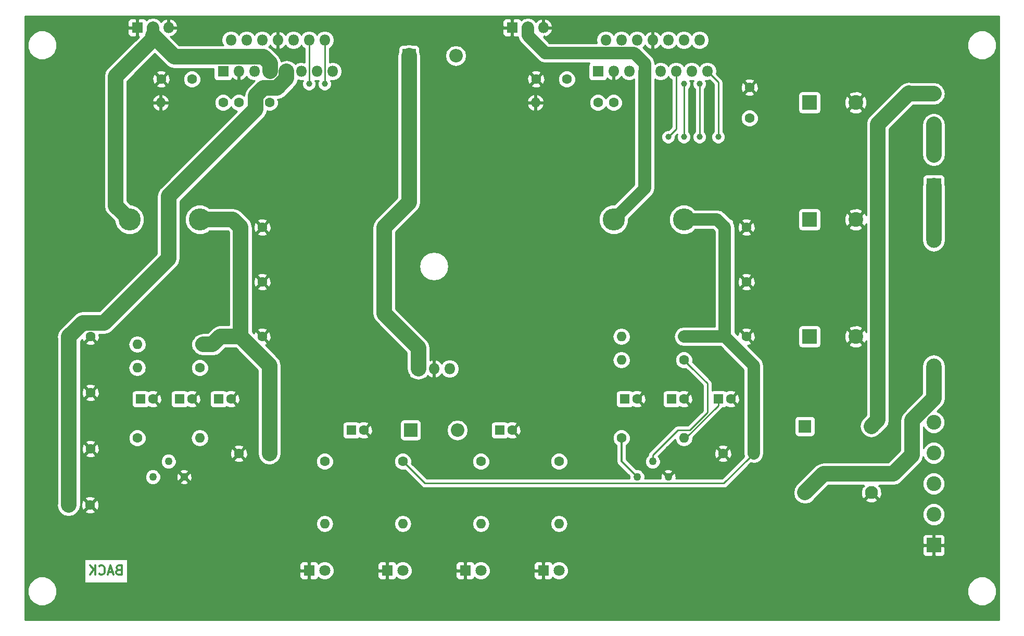
<source format=gbl>
G04 #@! TF.FileFunction,Copper,L2,Bot,Signal*
%FSLAX46Y46*%
G04 Gerber Fmt 4.6, Leading zero omitted, Abs format (unit mm)*
G04 Created by KiCad (PCBNEW 4.0.7) date 10/02/17 10:26:58*
%MOMM*%
%LPD*%
G01*
G04 APERTURE LIST*
%ADD10C,0.100000*%
%ADD11C,0.300000*%
%ADD12O,2.500000X4.000000*%
%ADD13R,2.400000X2.400000*%
%ADD14C,2.400000*%
%ADD15C,1.600000*%
%ADD16R,1.600000X1.600000*%
%ADD17C,2.100000*%
%ADD18R,2.100000X2.100000*%
%ADD19R,2.200000X2.200000*%
%ADD20O,2.200000X2.200000*%
%ADD21C,3.600000*%
%ADD22O,1.600000X1.600000*%
%ADD23R,1.800000X1.800000*%
%ADD24O,1.800000X1.800000*%
%ADD25C,1.800000*%
%ADD26C,1.260000*%
%ADD27C,1.000000*%
%ADD28C,2.000000*%
%ADD29C,0.250000*%
%ADD30C,2.500000*%
%ADD31C,0.254000*%
G04 APERTURE END LIST*
D10*
D11*
X83315714Y-137052857D02*
X83101428Y-137124286D01*
X83030000Y-137195714D01*
X82958571Y-137338571D01*
X82958571Y-137552857D01*
X83030000Y-137695714D01*
X83101428Y-137767143D01*
X83244286Y-137838571D01*
X83815714Y-137838571D01*
X83815714Y-136338571D01*
X83315714Y-136338571D01*
X83172857Y-136410000D01*
X83101428Y-136481429D01*
X83030000Y-136624286D01*
X83030000Y-136767143D01*
X83101428Y-136910000D01*
X83172857Y-136981429D01*
X83315714Y-137052857D01*
X83815714Y-137052857D01*
X82387143Y-137410000D02*
X81672857Y-137410000D01*
X82530000Y-137838571D02*
X82030000Y-136338571D01*
X81530000Y-137838571D01*
X80172857Y-137695714D02*
X80244286Y-137767143D01*
X80458572Y-137838571D01*
X80601429Y-137838571D01*
X80815714Y-137767143D01*
X80958572Y-137624286D01*
X81030000Y-137481429D01*
X81101429Y-137195714D01*
X81101429Y-136981429D01*
X81030000Y-136695714D01*
X80958572Y-136552857D01*
X80815714Y-136410000D01*
X80601429Y-136338571D01*
X80458572Y-136338571D01*
X80244286Y-136410000D01*
X80172857Y-136481429D01*
X79530000Y-137838571D02*
X79530000Y-136338571D01*
X78672857Y-137838571D02*
X79315714Y-136981429D01*
X78672857Y-136338571D02*
X79530000Y-137195714D01*
D12*
X215900000Y-82648000D03*
X215900000Y-104648000D03*
D13*
X195700000Y-99060000D03*
D14*
X203200000Y-99060000D03*
D13*
X195700000Y-80010000D03*
D14*
X203200000Y-80010000D03*
D13*
X195700000Y-60960000D03*
D14*
X203200000Y-60960000D03*
D15*
X185928000Y-63500000D03*
X185928000Y-58500000D03*
X156210000Y-57150000D03*
X151210000Y-57150000D03*
X168830000Y-60960000D03*
X163830000Y-60960000D03*
D16*
X180880000Y-109220000D03*
D15*
X182880000Y-109220000D03*
D16*
X173260000Y-109220000D03*
D15*
X175260000Y-109220000D03*
D16*
X165640000Y-109220000D03*
D15*
X167640000Y-109220000D03*
D16*
X181920000Y-99060000D03*
D15*
X185420000Y-99060000D03*
D16*
X181920000Y-90170000D03*
D15*
X185420000Y-90170000D03*
D16*
X181920000Y-81280000D03*
D15*
X185420000Y-81280000D03*
X186610000Y-118110000D03*
X181610000Y-118110000D03*
X95250000Y-57150000D03*
X90250000Y-57150000D03*
X107870000Y-60960000D03*
X102870000Y-60960000D03*
D16*
X99600000Y-109220000D03*
D15*
X101600000Y-109220000D03*
D16*
X93250000Y-109220000D03*
D15*
X95250000Y-109220000D03*
D16*
X86900000Y-109220000D03*
D15*
X88900000Y-109220000D03*
D16*
X103180000Y-81280000D03*
D15*
X106680000Y-81280000D03*
D16*
X103180000Y-90170000D03*
D15*
X106680000Y-90170000D03*
D16*
X103180000Y-99060000D03*
D15*
X106680000Y-99060000D03*
X107870000Y-118110000D03*
X102870000Y-118110000D03*
D16*
X121190000Y-114300000D03*
D15*
X123190000Y-114300000D03*
D16*
X145320000Y-114300000D03*
D15*
X147320000Y-114300000D03*
D17*
X205740000Y-124460000D03*
X205740000Y-113660000D03*
D18*
X194940000Y-113660000D03*
D17*
X194940000Y-124460000D03*
D19*
X130810000Y-114300000D03*
D20*
X138430000Y-114300000D03*
D21*
X175260000Y-80010000D03*
X163830000Y-80010000D03*
X96520000Y-80010000D03*
X85090000Y-80010000D03*
D15*
X116840000Y-119380000D03*
D22*
X116840000Y-129540000D03*
D15*
X161290000Y-60960000D03*
D22*
X151130000Y-60960000D03*
D15*
X175260000Y-99060000D03*
D22*
X165100000Y-99060000D03*
D15*
X175260000Y-102870000D03*
D22*
X165100000Y-102870000D03*
D15*
X165100000Y-115570000D03*
D22*
X175260000Y-115570000D03*
D15*
X129540000Y-119380000D03*
D22*
X129540000Y-129540000D03*
D15*
X100330000Y-60960000D03*
D22*
X90170000Y-60960000D03*
D15*
X96520000Y-100330000D03*
D22*
X86360000Y-100330000D03*
D15*
X96520000Y-104140000D03*
D22*
X86360000Y-104140000D03*
D15*
X86360000Y-115570000D03*
D22*
X96520000Y-115570000D03*
D15*
X154940000Y-119380000D03*
D22*
X154940000Y-129540000D03*
D15*
X142240000Y-119380000D03*
D22*
X142240000Y-129540000D03*
D23*
X147320000Y-48768000D03*
D24*
X149860000Y-48768000D03*
X152400000Y-48768000D03*
D23*
X161290000Y-55880000D03*
D24*
X162560000Y-50800000D03*
X163830000Y-55880000D03*
X165100000Y-50800000D03*
X166370000Y-55880000D03*
X167640000Y-50800000D03*
X168910000Y-55880000D03*
X170180000Y-50800000D03*
X171450000Y-55880000D03*
X172720000Y-50800000D03*
X173990000Y-55880000D03*
X175260000Y-50800000D03*
X176530000Y-55880000D03*
X177800000Y-50800000D03*
X179070000Y-55880000D03*
D23*
X86360000Y-48768000D03*
D24*
X88900000Y-48768000D03*
X91440000Y-48768000D03*
D23*
X100330000Y-55880000D03*
D24*
X101600000Y-50800000D03*
X102870000Y-55880000D03*
X104140000Y-50800000D03*
X105410000Y-55880000D03*
X106680000Y-50800000D03*
X107950000Y-55880000D03*
X109220000Y-50800000D03*
X110490000Y-55880000D03*
X111760000Y-50800000D03*
X113030000Y-55880000D03*
X114300000Y-50800000D03*
X115570000Y-55880000D03*
X116840000Y-50800000D03*
X118110000Y-55880000D03*
D23*
X132080000Y-104290000D03*
D24*
X134620000Y-104290000D03*
X137160000Y-104290000D03*
D23*
X114300000Y-137160000D03*
D25*
X116840000Y-137160000D03*
D23*
X127000000Y-137160000D03*
D25*
X129540000Y-137160000D03*
D23*
X152400000Y-137160000D03*
D25*
X154940000Y-137160000D03*
D23*
X139700000Y-137160000D03*
D25*
X142240000Y-137160000D03*
D13*
X215900000Y-74516000D03*
D14*
X215900000Y-69516000D03*
X215900000Y-64516000D03*
X215900000Y-59516000D03*
D13*
X215900000Y-133016000D03*
D14*
X215900000Y-128016000D03*
X215900000Y-123016000D03*
X215900000Y-118016000D03*
X215900000Y-113016000D03*
D16*
X75240000Y-99060000D03*
D15*
X78740000Y-99060000D03*
D16*
X75240000Y-108204000D03*
D15*
X78740000Y-108204000D03*
D16*
X75240000Y-117348000D03*
D15*
X78740000Y-117348000D03*
D16*
X75184000Y-126492000D03*
D15*
X78684000Y-126492000D03*
D19*
X130556000Y-53340000D03*
D20*
X138176000Y-53340000D03*
D26*
X172720000Y-121920000D03*
X170180000Y-119380000D03*
X167640000Y-121920000D03*
X93980000Y-121920000D03*
X91440000Y-119380000D03*
X88900000Y-121920000D03*
D27*
X180848000Y-66548000D03*
X177800000Y-66548000D03*
X177800000Y-57912000D03*
X175260000Y-66548000D03*
X175260000Y-57912000D03*
X116840000Y-57912000D03*
X114300000Y-57912000D03*
X172720000Y-66548000D03*
D28*
X168830000Y-58420000D02*
X168830000Y-55960000D01*
X168830000Y-60960000D02*
X168830000Y-58420000D01*
X168830000Y-58420000D02*
X168830000Y-75010000D01*
X168830000Y-75010000D02*
X163830000Y-80010000D01*
X168830000Y-55960000D02*
X168910000Y-55880000D01*
X168910000Y-63500000D02*
X168910000Y-74930000D01*
X168910000Y-55880000D02*
X168910000Y-63500000D01*
X168910000Y-63500000D02*
X168830000Y-63420000D01*
X168830000Y-63420000D02*
X168830000Y-60960000D01*
X167202793Y-52900001D02*
X152719209Y-52900001D01*
X152719209Y-52900001D02*
X149860000Y-50040792D01*
X149860000Y-50040792D02*
X149860000Y-48768000D01*
X168910000Y-74930000D02*
X163830000Y-80010000D01*
X168910000Y-55880000D02*
X168910000Y-54607208D01*
X168910000Y-54607208D02*
X167202793Y-52900001D01*
D29*
X180848000Y-57658000D02*
X180848000Y-66548000D01*
X179070000Y-55880000D02*
X180848000Y-57658000D01*
X180880000Y-109220000D02*
X180880000Y-110270000D01*
X180880000Y-110270000D02*
X175580000Y-115570000D01*
X175580000Y-115570000D02*
X175260000Y-115570000D01*
X177800000Y-57912000D02*
X177800000Y-66548000D01*
X175260000Y-57912000D02*
X175260000Y-66548000D01*
D28*
X181920000Y-90170000D02*
X181920000Y-99060000D01*
X181920000Y-81280000D02*
X181920000Y-90170000D01*
D29*
X129540000Y-119380000D02*
X133125001Y-122965001D01*
X133125001Y-122965001D02*
X181754999Y-122965001D01*
X181754999Y-122965001D02*
X185810001Y-118909999D01*
X185810001Y-118909999D02*
X186610000Y-118110000D01*
D28*
X186610000Y-118110000D02*
X186610000Y-103750000D01*
X186610000Y-103750000D02*
X181920000Y-99060000D01*
X175260000Y-80010000D02*
X180650000Y-80010000D01*
X180650000Y-80010000D02*
X181920000Y-81280000D01*
X177059999Y-99060000D02*
X181610000Y-99060000D01*
X175260000Y-99060000D02*
X177059999Y-99060000D01*
D30*
X82839999Y-56698003D02*
X82839999Y-77759999D01*
X82839999Y-77759999D02*
X85090000Y-80010000D01*
D28*
X88900000Y-48768000D02*
X88900000Y-50638002D01*
D30*
X92389207Y-53529999D02*
X106872791Y-53529999D01*
X106872791Y-53529999D02*
X107950000Y-54607208D01*
X107950000Y-54607208D02*
X107950000Y-55880000D01*
X88900000Y-50040792D02*
X92389207Y-53529999D01*
X82839999Y-56698003D02*
X88900000Y-50638002D01*
X88900000Y-50638002D02*
X88900000Y-50040792D01*
D29*
X116840000Y-57912000D02*
X116840000Y-56896000D01*
X116840000Y-50800000D02*
X116840000Y-56896000D01*
X116840000Y-56896000D02*
X116840000Y-57150000D01*
X114300000Y-56896000D02*
X114300000Y-57912000D01*
X114300000Y-56423002D02*
X114300000Y-56896000D01*
X114300000Y-55336998D02*
X114300000Y-56423002D01*
X114300000Y-55880000D02*
X114300000Y-52072792D01*
X114300000Y-55880000D02*
X114300000Y-55336998D01*
X114300000Y-56423002D02*
X114300000Y-55880000D01*
X114300000Y-52072792D02*
X114300000Y-50800000D01*
D30*
X96520000Y-80010000D02*
X101910000Y-80010000D01*
X101910000Y-80010000D02*
X103180000Y-81280000D01*
X103180000Y-99060000D02*
X99880000Y-99060000D01*
X99880000Y-99060000D02*
X98610000Y-100330000D01*
X98610000Y-100330000D02*
X97082398Y-100330000D01*
X103180000Y-99060000D02*
X107870000Y-103750000D01*
X107870000Y-103750000D02*
X107870000Y-118110000D01*
X103180000Y-90170000D02*
X103180000Y-99060000D01*
X103180000Y-81280000D02*
X103180000Y-90170000D01*
X211836000Y-59436000D02*
X211916000Y-59516000D01*
X211916000Y-59516000D02*
X215900000Y-59516000D01*
X206789999Y-64482001D02*
X211836000Y-59436000D01*
X205740000Y-113660000D02*
X206789999Y-112610001D01*
X206789999Y-112610001D02*
X206789999Y-64482001D01*
X212344000Y-118364000D02*
X212344000Y-112704000D01*
X212344000Y-112704000D02*
X215900000Y-109148000D01*
X215900000Y-109148000D02*
X215900000Y-104648000D01*
X209296000Y-121412000D02*
X212344000Y-118364000D01*
X197988000Y-121412000D02*
X209296000Y-121412000D01*
X194940000Y-124460000D02*
X197988000Y-121412000D01*
X215900000Y-74516000D02*
X215900000Y-82648000D01*
D29*
X173990000Y-55880000D02*
X173990000Y-65278000D01*
X173990000Y-65278000D02*
X172720000Y-66548000D01*
X179070000Y-106680000D02*
X176410001Y-104020001D01*
X179070000Y-111443590D02*
X179070000Y-106680000D01*
X176213590Y-114300000D02*
X179070000Y-111443590D01*
X170180000Y-119380000D02*
X170180000Y-118361767D01*
X170180000Y-118361767D02*
X174241767Y-114300000D01*
X174241767Y-114300000D02*
X176213590Y-114300000D01*
D11*
X176410001Y-104020001D02*
X176059999Y-103669999D01*
X176059999Y-103669999D02*
X175260000Y-102870000D01*
X165100000Y-115570000D02*
X165100000Y-119380000D01*
X165100000Y-119380000D02*
X167640000Y-121920000D01*
D30*
X215900000Y-64516000D02*
X215900000Y-69516000D01*
X75240000Y-117348000D02*
X75240000Y-126436000D01*
X75240000Y-126436000D02*
X75184000Y-126492000D01*
X75240000Y-108204000D02*
X75240000Y-117348000D01*
X75240000Y-99060000D02*
X75240000Y-108204000D01*
X91440000Y-76200000D02*
X91460000Y-76200000D01*
X91460000Y-76200000D02*
X105619999Y-62040001D01*
X105619999Y-62040001D02*
X105619999Y-59879999D01*
X110650010Y-56998380D02*
X110650010Y-55880000D01*
X105619999Y-59879999D02*
X106919988Y-58580010D01*
X106919988Y-58580010D02*
X109068380Y-58580010D01*
X109068380Y-58580010D02*
X110650010Y-56998380D01*
X91440000Y-86360000D02*
X91440000Y-76200000D01*
X80990001Y-96809999D02*
X91440000Y-86360000D01*
X75240000Y-99060000D02*
X77490001Y-96809999D01*
X77490001Y-96809999D02*
X80990001Y-96809999D01*
X75184000Y-99116000D02*
X75240000Y-99060000D01*
X126492000Y-81280000D02*
X126492000Y-95302000D01*
X126492000Y-95302000D02*
X132080000Y-100890000D01*
X132080000Y-100890000D02*
X132080000Y-104290000D01*
X130556000Y-77216000D02*
X126492000Y-81280000D01*
X130556000Y-53340000D02*
X130556000Y-77216000D01*
D31*
G36*
X226485000Y-145225000D02*
X68135000Y-145225000D01*
X68135000Y-140972325D01*
X68494587Y-140972325D01*
X68856916Y-141849229D01*
X69527242Y-142520726D01*
X70403513Y-142884585D01*
X71352325Y-142885413D01*
X72229229Y-142523084D01*
X72900726Y-141852758D01*
X73264585Y-140976487D01*
X73264588Y-140972325D01*
X221354587Y-140972325D01*
X221716916Y-141849229D01*
X222387242Y-142520726D01*
X223263513Y-142884585D01*
X224212325Y-142885413D01*
X225089229Y-142523084D01*
X225760726Y-141852758D01*
X226124585Y-140976487D01*
X226125413Y-140027675D01*
X225763084Y-139150771D01*
X225092758Y-138479274D01*
X224216487Y-138115415D01*
X223267675Y-138114587D01*
X222390771Y-138476916D01*
X221719274Y-139147242D01*
X221355415Y-140023513D01*
X221354587Y-140972325D01*
X73264588Y-140972325D01*
X73265413Y-140027675D01*
X72903084Y-139150771D01*
X72232758Y-138479274D01*
X71356487Y-138115415D01*
X70407675Y-138114587D01*
X69530771Y-138476916D01*
X68859274Y-139147242D01*
X68495415Y-140023513D01*
X68494587Y-140972325D01*
X68135000Y-140972325D01*
X68135000Y-135325000D01*
X77752143Y-135325000D01*
X77752143Y-139145000D01*
X84807857Y-139145000D01*
X84807857Y-137445750D01*
X112765000Y-137445750D01*
X112765000Y-138186310D01*
X112861673Y-138419699D01*
X113040302Y-138598327D01*
X113273691Y-138695000D01*
X114014250Y-138695000D01*
X114173000Y-138536250D01*
X114173000Y-137287000D01*
X112923750Y-137287000D01*
X112765000Y-137445750D01*
X84807857Y-137445750D01*
X84807857Y-136133690D01*
X112765000Y-136133690D01*
X112765000Y-136874250D01*
X112923750Y-137033000D01*
X114173000Y-137033000D01*
X114173000Y-135783750D01*
X114427000Y-135783750D01*
X114427000Y-137033000D01*
X114447000Y-137033000D01*
X114447000Y-137287000D01*
X114427000Y-137287000D01*
X114427000Y-138536250D01*
X114585750Y-138695000D01*
X115326309Y-138695000D01*
X115559698Y-138598327D01*
X115738327Y-138419699D01*
X115794119Y-138285006D01*
X115969357Y-138460551D01*
X116533330Y-138694733D01*
X117143991Y-138695265D01*
X117708371Y-138462068D01*
X118140551Y-138030643D01*
X118374733Y-137466670D01*
X118374751Y-137445750D01*
X125465000Y-137445750D01*
X125465000Y-138186310D01*
X125561673Y-138419699D01*
X125740302Y-138598327D01*
X125973691Y-138695000D01*
X126714250Y-138695000D01*
X126873000Y-138536250D01*
X126873000Y-137287000D01*
X125623750Y-137287000D01*
X125465000Y-137445750D01*
X118374751Y-137445750D01*
X118375265Y-136856009D01*
X118142068Y-136291629D01*
X117984405Y-136133690D01*
X125465000Y-136133690D01*
X125465000Y-136874250D01*
X125623750Y-137033000D01*
X126873000Y-137033000D01*
X126873000Y-135783750D01*
X127127000Y-135783750D01*
X127127000Y-137033000D01*
X127147000Y-137033000D01*
X127147000Y-137287000D01*
X127127000Y-137287000D01*
X127127000Y-138536250D01*
X127285750Y-138695000D01*
X128026309Y-138695000D01*
X128259698Y-138598327D01*
X128438327Y-138419699D01*
X128494119Y-138285006D01*
X128669357Y-138460551D01*
X129233330Y-138694733D01*
X129843991Y-138695265D01*
X130408371Y-138462068D01*
X130840551Y-138030643D01*
X131074733Y-137466670D01*
X131074751Y-137445750D01*
X138165000Y-137445750D01*
X138165000Y-138186310D01*
X138261673Y-138419699D01*
X138440302Y-138598327D01*
X138673691Y-138695000D01*
X139414250Y-138695000D01*
X139573000Y-138536250D01*
X139573000Y-137287000D01*
X138323750Y-137287000D01*
X138165000Y-137445750D01*
X131074751Y-137445750D01*
X131075265Y-136856009D01*
X130842068Y-136291629D01*
X130684405Y-136133690D01*
X138165000Y-136133690D01*
X138165000Y-136874250D01*
X138323750Y-137033000D01*
X139573000Y-137033000D01*
X139573000Y-135783750D01*
X139827000Y-135783750D01*
X139827000Y-137033000D01*
X139847000Y-137033000D01*
X139847000Y-137287000D01*
X139827000Y-137287000D01*
X139827000Y-138536250D01*
X139985750Y-138695000D01*
X140726309Y-138695000D01*
X140959698Y-138598327D01*
X141138327Y-138419699D01*
X141194119Y-138285006D01*
X141369357Y-138460551D01*
X141933330Y-138694733D01*
X142543991Y-138695265D01*
X143108371Y-138462068D01*
X143540551Y-138030643D01*
X143774733Y-137466670D01*
X143774751Y-137445750D01*
X150865000Y-137445750D01*
X150865000Y-138186310D01*
X150961673Y-138419699D01*
X151140302Y-138598327D01*
X151373691Y-138695000D01*
X152114250Y-138695000D01*
X152273000Y-138536250D01*
X152273000Y-137287000D01*
X151023750Y-137287000D01*
X150865000Y-137445750D01*
X143774751Y-137445750D01*
X143775265Y-136856009D01*
X143542068Y-136291629D01*
X143384405Y-136133690D01*
X150865000Y-136133690D01*
X150865000Y-136874250D01*
X151023750Y-137033000D01*
X152273000Y-137033000D01*
X152273000Y-135783750D01*
X152527000Y-135783750D01*
X152527000Y-137033000D01*
X152547000Y-137033000D01*
X152547000Y-137287000D01*
X152527000Y-137287000D01*
X152527000Y-138536250D01*
X152685750Y-138695000D01*
X153426309Y-138695000D01*
X153659698Y-138598327D01*
X153838327Y-138419699D01*
X153894119Y-138285006D01*
X154069357Y-138460551D01*
X154633330Y-138694733D01*
X155243991Y-138695265D01*
X155808371Y-138462068D01*
X156240551Y-138030643D01*
X156474733Y-137466670D01*
X156475265Y-136856009D01*
X156242068Y-136291629D01*
X155810643Y-135859449D01*
X155246670Y-135625267D01*
X154636009Y-135624735D01*
X154071629Y-135857932D01*
X153894159Y-136035092D01*
X153838327Y-135900301D01*
X153659698Y-135721673D01*
X153426309Y-135625000D01*
X152685750Y-135625000D01*
X152527000Y-135783750D01*
X152273000Y-135783750D01*
X152114250Y-135625000D01*
X151373691Y-135625000D01*
X151140302Y-135721673D01*
X150961673Y-135900301D01*
X150865000Y-136133690D01*
X143384405Y-136133690D01*
X143110643Y-135859449D01*
X142546670Y-135625267D01*
X141936009Y-135624735D01*
X141371629Y-135857932D01*
X141194159Y-136035092D01*
X141138327Y-135900301D01*
X140959698Y-135721673D01*
X140726309Y-135625000D01*
X139985750Y-135625000D01*
X139827000Y-135783750D01*
X139573000Y-135783750D01*
X139414250Y-135625000D01*
X138673691Y-135625000D01*
X138440302Y-135721673D01*
X138261673Y-135900301D01*
X138165000Y-136133690D01*
X130684405Y-136133690D01*
X130410643Y-135859449D01*
X129846670Y-135625267D01*
X129236009Y-135624735D01*
X128671629Y-135857932D01*
X128494159Y-136035092D01*
X128438327Y-135900301D01*
X128259698Y-135721673D01*
X128026309Y-135625000D01*
X127285750Y-135625000D01*
X127127000Y-135783750D01*
X126873000Y-135783750D01*
X126714250Y-135625000D01*
X125973691Y-135625000D01*
X125740302Y-135721673D01*
X125561673Y-135900301D01*
X125465000Y-136133690D01*
X117984405Y-136133690D01*
X117710643Y-135859449D01*
X117146670Y-135625267D01*
X116536009Y-135624735D01*
X115971629Y-135857932D01*
X115794159Y-136035092D01*
X115738327Y-135900301D01*
X115559698Y-135721673D01*
X115326309Y-135625000D01*
X114585750Y-135625000D01*
X114427000Y-135783750D01*
X114173000Y-135783750D01*
X114014250Y-135625000D01*
X113273691Y-135625000D01*
X113040302Y-135721673D01*
X112861673Y-135900301D01*
X112765000Y-136133690D01*
X84807857Y-136133690D01*
X84807857Y-135325000D01*
X77752143Y-135325000D01*
X68135000Y-135325000D01*
X68135000Y-133301750D01*
X214065000Y-133301750D01*
X214065000Y-134342309D01*
X214161673Y-134575698D01*
X214340301Y-134754327D01*
X214573690Y-134851000D01*
X215614250Y-134851000D01*
X215773000Y-134692250D01*
X215773000Y-133143000D01*
X216027000Y-133143000D01*
X216027000Y-134692250D01*
X216185750Y-134851000D01*
X217226310Y-134851000D01*
X217459699Y-134754327D01*
X217638327Y-134575698D01*
X217735000Y-134342309D01*
X217735000Y-133301750D01*
X217576250Y-133143000D01*
X216027000Y-133143000D01*
X215773000Y-133143000D01*
X214223750Y-133143000D01*
X214065000Y-133301750D01*
X68135000Y-133301750D01*
X68135000Y-131689691D01*
X214065000Y-131689691D01*
X214065000Y-132730250D01*
X214223750Y-132889000D01*
X215773000Y-132889000D01*
X215773000Y-131339750D01*
X216027000Y-131339750D01*
X216027000Y-132889000D01*
X217576250Y-132889000D01*
X217735000Y-132730250D01*
X217735000Y-131689691D01*
X217638327Y-131456302D01*
X217459699Y-131277673D01*
X217226310Y-131181000D01*
X216185750Y-131181000D01*
X216027000Y-131339750D01*
X215773000Y-131339750D01*
X215614250Y-131181000D01*
X214573690Y-131181000D01*
X214340301Y-131277673D01*
X214161673Y-131456302D01*
X214065000Y-131689691D01*
X68135000Y-131689691D01*
X68135000Y-129511887D01*
X115405000Y-129511887D01*
X115405000Y-129568113D01*
X115514233Y-130117264D01*
X115825302Y-130582811D01*
X116290849Y-130893880D01*
X116840000Y-131003113D01*
X117389151Y-130893880D01*
X117854698Y-130582811D01*
X118165767Y-130117264D01*
X118275000Y-129568113D01*
X118275000Y-129511887D01*
X128105000Y-129511887D01*
X128105000Y-129568113D01*
X128214233Y-130117264D01*
X128525302Y-130582811D01*
X128990849Y-130893880D01*
X129540000Y-131003113D01*
X130089151Y-130893880D01*
X130554698Y-130582811D01*
X130865767Y-130117264D01*
X130975000Y-129568113D01*
X130975000Y-129511887D01*
X140805000Y-129511887D01*
X140805000Y-129568113D01*
X140914233Y-130117264D01*
X141225302Y-130582811D01*
X141690849Y-130893880D01*
X142240000Y-131003113D01*
X142789151Y-130893880D01*
X143254698Y-130582811D01*
X143565767Y-130117264D01*
X143675000Y-129568113D01*
X143675000Y-129511887D01*
X153505000Y-129511887D01*
X153505000Y-129568113D01*
X153614233Y-130117264D01*
X153925302Y-130582811D01*
X154390849Y-130893880D01*
X154940000Y-131003113D01*
X155489151Y-130893880D01*
X155954698Y-130582811D01*
X156265767Y-130117264D01*
X156375000Y-129568113D01*
X156375000Y-129511887D01*
X156265767Y-128962736D01*
X155954698Y-128497189D01*
X155778420Y-128379403D01*
X214064682Y-128379403D01*
X214343455Y-129054086D01*
X214859199Y-129570730D01*
X215533395Y-129850681D01*
X216263403Y-129851318D01*
X216938086Y-129572545D01*
X217454730Y-129056801D01*
X217734681Y-128382605D01*
X217735318Y-127652597D01*
X217456545Y-126977914D01*
X216940801Y-126461270D01*
X216266605Y-126181319D01*
X215536597Y-126180682D01*
X214861914Y-126459455D01*
X214345270Y-126975199D01*
X214065319Y-127649395D01*
X214064682Y-128379403D01*
X155778420Y-128379403D01*
X155489151Y-128186120D01*
X154940000Y-128076887D01*
X154390849Y-128186120D01*
X153925302Y-128497189D01*
X153614233Y-128962736D01*
X153505000Y-129511887D01*
X143675000Y-129511887D01*
X143565767Y-128962736D01*
X143254698Y-128497189D01*
X142789151Y-128186120D01*
X142240000Y-128076887D01*
X141690849Y-128186120D01*
X141225302Y-128497189D01*
X140914233Y-128962736D01*
X140805000Y-129511887D01*
X130975000Y-129511887D01*
X130865767Y-128962736D01*
X130554698Y-128497189D01*
X130089151Y-128186120D01*
X129540000Y-128076887D01*
X128990849Y-128186120D01*
X128525302Y-128497189D01*
X128214233Y-128962736D01*
X128105000Y-129511887D01*
X118275000Y-129511887D01*
X118165767Y-128962736D01*
X117854698Y-128497189D01*
X117389151Y-128186120D01*
X116840000Y-128076887D01*
X116290849Y-128186120D01*
X115825302Y-128497189D01*
X115514233Y-128962736D01*
X115405000Y-129511887D01*
X68135000Y-129511887D01*
X68135000Y-99116000D01*
X73299000Y-99116000D01*
X73355000Y-99397531D01*
X73355000Y-126210469D01*
X73299000Y-126492000D01*
X73442487Y-127213359D01*
X73851104Y-127824896D01*
X74462641Y-128233513D01*
X75184000Y-128377000D01*
X75905359Y-128233513D01*
X76516896Y-127824896D01*
X76572896Y-127768896D01*
X76752737Y-127499745D01*
X77855861Y-127499745D01*
X77929995Y-127745864D01*
X78467223Y-127938965D01*
X79037454Y-127911778D01*
X79438005Y-127745864D01*
X79512139Y-127499745D01*
X78684000Y-126671605D01*
X77855861Y-127499745D01*
X76752737Y-127499745D01*
X76981513Y-127157358D01*
X77125000Y-126436000D01*
X77125000Y-126275223D01*
X77237035Y-126275223D01*
X77264222Y-126845454D01*
X77430136Y-127246005D01*
X77676255Y-127320139D01*
X78504395Y-126492000D01*
X78863605Y-126492000D01*
X79691745Y-127320139D01*
X79937864Y-127246005D01*
X80130965Y-126708777D01*
X80103778Y-126138546D01*
X79937864Y-125737995D01*
X79691745Y-125663861D01*
X78863605Y-126492000D01*
X78504395Y-126492000D01*
X77676255Y-125663861D01*
X77430136Y-125737995D01*
X77237035Y-126275223D01*
X77125000Y-126275223D01*
X77125000Y-125484255D01*
X77855861Y-125484255D01*
X78684000Y-126312395D01*
X79512139Y-125484255D01*
X79438005Y-125238136D01*
X78900777Y-125045035D01*
X78330546Y-125072222D01*
X77929995Y-125238136D01*
X77855861Y-125484255D01*
X77125000Y-125484255D01*
X77125000Y-124460000D01*
X193055000Y-124460000D01*
X193198487Y-125181359D01*
X193607104Y-125792896D01*
X194218641Y-126201513D01*
X194940000Y-126345000D01*
X195661359Y-126201513D01*
X196272896Y-125792896D01*
X196417089Y-125648703D01*
X204730902Y-125648703D01*
X204835687Y-125920745D01*
X205463526Y-126155619D01*
X206133456Y-126132349D01*
X206644313Y-125920745D01*
X206749098Y-125648703D01*
X205740000Y-124639605D01*
X204730902Y-125648703D01*
X196417089Y-125648703D01*
X198768792Y-123297000D01*
X204476884Y-123297000D01*
X204437138Y-123336746D01*
X204551295Y-123450903D01*
X204279255Y-123555687D01*
X204044381Y-124183526D01*
X204067651Y-124853456D01*
X204279255Y-125364313D01*
X204551297Y-125469098D01*
X205560395Y-124460000D01*
X205546253Y-124445858D01*
X205725858Y-124266253D01*
X205740000Y-124280395D01*
X205754143Y-124266253D01*
X205933748Y-124445858D01*
X205919605Y-124460000D01*
X206928703Y-125469098D01*
X207200745Y-125364313D01*
X207435619Y-124736474D01*
X207412349Y-124066544D01*
X207200745Y-123555687D01*
X206928705Y-123450903D01*
X207000205Y-123379403D01*
X214064682Y-123379403D01*
X214343455Y-124054086D01*
X214859199Y-124570730D01*
X215533395Y-124850681D01*
X216263403Y-124851318D01*
X216938086Y-124572545D01*
X217454730Y-124056801D01*
X217734681Y-123382605D01*
X217735318Y-122652597D01*
X217456545Y-121977914D01*
X216940801Y-121461270D01*
X216266605Y-121181319D01*
X215536597Y-121180682D01*
X214861914Y-121459455D01*
X214345270Y-121975199D01*
X214065319Y-122649395D01*
X214064682Y-123379403D01*
X207000205Y-123379403D01*
X207042862Y-123336746D01*
X207003116Y-123297000D01*
X209296000Y-123297000D01*
X210017359Y-123153513D01*
X210628896Y-122744896D01*
X213676896Y-119696896D01*
X214085513Y-119085358D01*
X214173534Y-118642846D01*
X214343455Y-119054086D01*
X214859199Y-119570730D01*
X215533395Y-119850681D01*
X216263403Y-119851318D01*
X216938086Y-119572545D01*
X217454730Y-119056801D01*
X217734681Y-118382605D01*
X217735318Y-117652597D01*
X217456545Y-116977914D01*
X216940801Y-116461270D01*
X216266605Y-116181319D01*
X215536597Y-116180682D01*
X214861914Y-116459455D01*
X214345270Y-116975199D01*
X214229000Y-117255208D01*
X214229000Y-113777083D01*
X214343455Y-114054086D01*
X214859199Y-114570730D01*
X215533395Y-114850681D01*
X216263403Y-114851318D01*
X216938086Y-114572545D01*
X217454730Y-114056801D01*
X217734681Y-113382605D01*
X217735318Y-112652597D01*
X217456545Y-111977914D01*
X216940801Y-111461270D01*
X216454467Y-111259326D01*
X217232896Y-110480897D01*
X217641512Y-109869359D01*
X217641513Y-109869358D01*
X217785000Y-109148000D01*
X217785000Y-103846377D01*
X217641513Y-103125019D01*
X217232896Y-102513481D01*
X216621358Y-102104864D01*
X215900000Y-101961377D01*
X215178642Y-102104864D01*
X214567104Y-102513481D01*
X214158487Y-103125019D01*
X214015000Y-103846377D01*
X214015000Y-108367207D01*
X211011104Y-111371104D01*
X210602487Y-111982641D01*
X210602487Y-111982642D01*
X210459000Y-112704000D01*
X210459000Y-117583208D01*
X208515208Y-119527000D01*
X197988000Y-119527000D01*
X197266642Y-119670487D01*
X196655104Y-120079104D01*
X193607104Y-123127104D01*
X193198487Y-123738641D01*
X193055000Y-124460000D01*
X77125000Y-124460000D01*
X77125000Y-122170520D01*
X87634781Y-122170520D01*
X87826960Y-122635629D01*
X88182499Y-122991790D01*
X88647272Y-123184780D01*
X89150520Y-123185219D01*
X89615629Y-122993040D01*
X89804492Y-122804506D01*
X93275099Y-122804506D01*
X93328313Y-123033034D01*
X93803860Y-123197700D01*
X94306222Y-123167846D01*
X94631687Y-123033034D01*
X94684901Y-122804506D01*
X93980000Y-122099605D01*
X93275099Y-122804506D01*
X89804492Y-122804506D01*
X89971790Y-122637501D01*
X90164780Y-122172728D01*
X90165154Y-121743860D01*
X92702300Y-121743860D01*
X92732154Y-122246222D01*
X92866966Y-122571687D01*
X93095494Y-122624901D01*
X93800395Y-121920000D01*
X94159605Y-121920000D01*
X94864506Y-122624901D01*
X95093034Y-122571687D01*
X95257700Y-122096140D01*
X95227846Y-121593778D01*
X95093034Y-121268313D01*
X94864506Y-121215099D01*
X94159605Y-121920000D01*
X93800395Y-121920000D01*
X93095494Y-121215099D01*
X92866966Y-121268313D01*
X92702300Y-121743860D01*
X90165154Y-121743860D01*
X90165219Y-121669480D01*
X89973040Y-121204371D01*
X89804458Y-121035494D01*
X93275099Y-121035494D01*
X93980000Y-121740395D01*
X94684901Y-121035494D01*
X94631687Y-120806966D01*
X94156140Y-120642300D01*
X93653778Y-120672154D01*
X93328313Y-120806966D01*
X93275099Y-121035494D01*
X89804458Y-121035494D01*
X89617501Y-120848210D01*
X89152728Y-120655220D01*
X88649480Y-120654781D01*
X88184371Y-120846960D01*
X87828210Y-121202499D01*
X87635220Y-121667272D01*
X87634781Y-122170520D01*
X77125000Y-122170520D01*
X77125000Y-119630520D01*
X90174781Y-119630520D01*
X90366960Y-120095629D01*
X90722499Y-120451790D01*
X91187272Y-120644780D01*
X91690520Y-120645219D01*
X92155629Y-120453040D01*
X92511790Y-120097501D01*
X92704780Y-119632728D01*
X92705219Y-119129480D01*
X92700371Y-119117745D01*
X102041861Y-119117745D01*
X102115995Y-119363864D01*
X102653223Y-119556965D01*
X103223454Y-119529778D01*
X103624005Y-119363864D01*
X103698139Y-119117745D01*
X102870000Y-118289605D01*
X102041861Y-119117745D01*
X92700371Y-119117745D01*
X92513040Y-118664371D01*
X92157501Y-118308210D01*
X91692728Y-118115220D01*
X91189480Y-118114781D01*
X90724371Y-118306960D01*
X90368210Y-118662499D01*
X90175220Y-119127272D01*
X90174781Y-119630520D01*
X77125000Y-119630520D01*
X77125000Y-118355745D01*
X77911861Y-118355745D01*
X77985995Y-118601864D01*
X78523223Y-118794965D01*
X79093454Y-118767778D01*
X79494005Y-118601864D01*
X79568139Y-118355745D01*
X78740000Y-117527605D01*
X77911861Y-118355745D01*
X77125000Y-118355745D01*
X77125000Y-117131223D01*
X77293035Y-117131223D01*
X77320222Y-117701454D01*
X77486136Y-118102005D01*
X77732255Y-118176139D01*
X78560395Y-117348000D01*
X78919605Y-117348000D01*
X79747745Y-118176139D01*
X79993864Y-118102005D01*
X80068908Y-117893223D01*
X101423035Y-117893223D01*
X101450222Y-118463454D01*
X101616136Y-118864005D01*
X101862255Y-118938139D01*
X102690395Y-118110000D01*
X103049605Y-118110000D01*
X103877745Y-118938139D01*
X104123864Y-118864005D01*
X104316965Y-118326777D01*
X104289778Y-117756546D01*
X104123864Y-117355995D01*
X103877745Y-117281861D01*
X103049605Y-118110000D01*
X102690395Y-118110000D01*
X101862255Y-117281861D01*
X101616136Y-117355995D01*
X101423035Y-117893223D01*
X80068908Y-117893223D01*
X80186965Y-117564777D01*
X80164914Y-117102255D01*
X102041861Y-117102255D01*
X102870000Y-117930395D01*
X103698139Y-117102255D01*
X103624005Y-116856136D01*
X103086777Y-116663035D01*
X102516546Y-116690222D01*
X102115995Y-116856136D01*
X102041861Y-117102255D01*
X80164914Y-117102255D01*
X80159778Y-116994546D01*
X79993864Y-116593995D01*
X79747745Y-116519861D01*
X78919605Y-117348000D01*
X78560395Y-117348000D01*
X77732255Y-116519861D01*
X77486136Y-116593995D01*
X77293035Y-117131223D01*
X77125000Y-117131223D01*
X77125000Y-116340255D01*
X77911861Y-116340255D01*
X78740000Y-117168395D01*
X79568139Y-116340255D01*
X79494005Y-116094136D01*
X78956777Y-115901035D01*
X78386546Y-115928222D01*
X77985995Y-116094136D01*
X77911861Y-116340255D01*
X77125000Y-116340255D01*
X77125000Y-115854187D01*
X84924752Y-115854187D01*
X85142757Y-116381800D01*
X85546077Y-116785824D01*
X86073309Y-117004750D01*
X86644187Y-117005248D01*
X87171800Y-116787243D01*
X87575824Y-116383923D01*
X87794750Y-115856691D01*
X87795000Y-115570000D01*
X95056887Y-115570000D01*
X95166120Y-116119151D01*
X95477189Y-116584698D01*
X95942736Y-116895767D01*
X96491887Y-117005000D01*
X96548113Y-117005000D01*
X97097264Y-116895767D01*
X97562811Y-116584698D01*
X97873880Y-116119151D01*
X97983113Y-115570000D01*
X97873880Y-115020849D01*
X97562811Y-114555302D01*
X97097264Y-114244233D01*
X96548113Y-114135000D01*
X96491887Y-114135000D01*
X95942736Y-114244233D01*
X95477189Y-114555302D01*
X95166120Y-115020849D01*
X95056887Y-115570000D01*
X87795000Y-115570000D01*
X87795248Y-115285813D01*
X87577243Y-114758200D01*
X87173923Y-114354176D01*
X86646691Y-114135250D01*
X86075813Y-114134752D01*
X85548200Y-114352757D01*
X85144176Y-114756077D01*
X84925250Y-115283309D01*
X84924752Y-115854187D01*
X77125000Y-115854187D01*
X77125000Y-109211745D01*
X77911861Y-109211745D01*
X77985995Y-109457864D01*
X78523223Y-109650965D01*
X79093454Y-109623778D01*
X79494005Y-109457864D01*
X79568139Y-109211745D01*
X78740000Y-108383605D01*
X77911861Y-109211745D01*
X77125000Y-109211745D01*
X77125000Y-107987223D01*
X77293035Y-107987223D01*
X77320222Y-108557454D01*
X77486136Y-108958005D01*
X77732255Y-109032139D01*
X78560395Y-108204000D01*
X78919605Y-108204000D01*
X79747745Y-109032139D01*
X79993864Y-108958005D01*
X80186965Y-108420777D01*
X80186928Y-108420000D01*
X85452560Y-108420000D01*
X85452560Y-110020000D01*
X85496838Y-110255317D01*
X85635910Y-110471441D01*
X85848110Y-110616431D01*
X86100000Y-110667440D01*
X87700000Y-110667440D01*
X87935317Y-110623162D01*
X88151441Y-110484090D01*
X88155977Y-110477452D01*
X88683223Y-110666965D01*
X89253454Y-110639778D01*
X89654005Y-110473864D01*
X89728139Y-110227745D01*
X88900000Y-109399605D01*
X88885858Y-109413748D01*
X88706253Y-109234143D01*
X88720395Y-109220000D01*
X89079605Y-109220000D01*
X89907745Y-110048139D01*
X90153864Y-109974005D01*
X90346965Y-109436777D01*
X90319778Y-108866546D01*
X90153864Y-108465995D01*
X90001165Y-108420000D01*
X91802560Y-108420000D01*
X91802560Y-110020000D01*
X91846838Y-110255317D01*
X91985910Y-110471441D01*
X92198110Y-110616431D01*
X92450000Y-110667440D01*
X94050000Y-110667440D01*
X94285317Y-110623162D01*
X94501441Y-110484090D01*
X94505977Y-110477452D01*
X95033223Y-110666965D01*
X95603454Y-110639778D01*
X96004005Y-110473864D01*
X96078139Y-110227745D01*
X95250000Y-109399605D01*
X95235858Y-109413748D01*
X95056253Y-109234143D01*
X95070395Y-109220000D01*
X95429605Y-109220000D01*
X96257745Y-110048139D01*
X96503864Y-109974005D01*
X96696965Y-109436777D01*
X96669778Y-108866546D01*
X96503864Y-108465995D01*
X96351165Y-108420000D01*
X98152560Y-108420000D01*
X98152560Y-110020000D01*
X98196838Y-110255317D01*
X98335910Y-110471441D01*
X98548110Y-110616431D01*
X98800000Y-110667440D01*
X100400000Y-110667440D01*
X100635317Y-110623162D01*
X100851441Y-110484090D01*
X100855977Y-110477452D01*
X101383223Y-110666965D01*
X101953454Y-110639778D01*
X102354005Y-110473864D01*
X102428139Y-110227745D01*
X101600000Y-109399605D01*
X101585858Y-109413748D01*
X101406253Y-109234143D01*
X101420395Y-109220000D01*
X101779605Y-109220000D01*
X102607745Y-110048139D01*
X102853864Y-109974005D01*
X103046965Y-109436777D01*
X103019778Y-108866546D01*
X102853864Y-108465995D01*
X102607745Y-108391861D01*
X101779605Y-109220000D01*
X101420395Y-109220000D01*
X101406253Y-109205858D01*
X101585858Y-109026252D01*
X101600000Y-109040395D01*
X102428139Y-108212255D01*
X102354005Y-107966136D01*
X101816777Y-107773035D01*
X101246546Y-107800222D01*
X100855053Y-107962384D01*
X100651890Y-107823569D01*
X100400000Y-107772560D01*
X98800000Y-107772560D01*
X98564683Y-107816838D01*
X98348559Y-107955910D01*
X98203569Y-108168110D01*
X98152560Y-108420000D01*
X96351165Y-108420000D01*
X96257745Y-108391861D01*
X95429605Y-109220000D01*
X95070395Y-109220000D01*
X95056253Y-109205858D01*
X95235858Y-109026252D01*
X95250000Y-109040395D01*
X96078139Y-108212255D01*
X96004005Y-107966136D01*
X95466777Y-107773035D01*
X94896546Y-107800222D01*
X94505053Y-107962384D01*
X94301890Y-107823569D01*
X94050000Y-107772560D01*
X92450000Y-107772560D01*
X92214683Y-107816838D01*
X91998559Y-107955910D01*
X91853569Y-108168110D01*
X91802560Y-108420000D01*
X90001165Y-108420000D01*
X89907745Y-108391861D01*
X89079605Y-109220000D01*
X88720395Y-109220000D01*
X88706253Y-109205858D01*
X88885858Y-109026252D01*
X88900000Y-109040395D01*
X89728139Y-108212255D01*
X89654005Y-107966136D01*
X89116777Y-107773035D01*
X88546546Y-107800222D01*
X88155053Y-107962384D01*
X87951890Y-107823569D01*
X87700000Y-107772560D01*
X86100000Y-107772560D01*
X85864683Y-107816838D01*
X85648559Y-107955910D01*
X85503569Y-108168110D01*
X85452560Y-108420000D01*
X80186928Y-108420000D01*
X80159778Y-107850546D01*
X79993864Y-107449995D01*
X79747745Y-107375861D01*
X78919605Y-108204000D01*
X78560395Y-108204000D01*
X77732255Y-107375861D01*
X77486136Y-107449995D01*
X77293035Y-107987223D01*
X77125000Y-107987223D01*
X77125000Y-107196255D01*
X77911861Y-107196255D01*
X78740000Y-108024395D01*
X79568139Y-107196255D01*
X79494005Y-106950136D01*
X78956777Y-106757035D01*
X78386546Y-106784222D01*
X77985995Y-106950136D01*
X77911861Y-107196255D01*
X77125000Y-107196255D01*
X77125000Y-104140000D01*
X84896887Y-104140000D01*
X85006120Y-104689151D01*
X85317189Y-105154698D01*
X85782736Y-105465767D01*
X86331887Y-105575000D01*
X86388113Y-105575000D01*
X86937264Y-105465767D01*
X87402811Y-105154698D01*
X87713880Y-104689151D01*
X87766584Y-104424187D01*
X95084752Y-104424187D01*
X95302757Y-104951800D01*
X95706077Y-105355824D01*
X96233309Y-105574750D01*
X96804187Y-105575248D01*
X97331800Y-105357243D01*
X97735824Y-104953923D01*
X97954750Y-104426691D01*
X97955248Y-103855813D01*
X97737243Y-103328200D01*
X97333923Y-102924176D01*
X96806691Y-102705250D01*
X96235813Y-102704752D01*
X95708200Y-102922757D01*
X95304176Y-103326077D01*
X95085250Y-103853309D01*
X95084752Y-104424187D01*
X87766584Y-104424187D01*
X87823113Y-104140000D01*
X87713880Y-103590849D01*
X87402811Y-103125302D01*
X86937264Y-102814233D01*
X86388113Y-102705000D01*
X86331887Y-102705000D01*
X85782736Y-102814233D01*
X85317189Y-103125302D01*
X85006120Y-103590849D01*
X84896887Y-104140000D01*
X77125000Y-104140000D01*
X77125000Y-100067745D01*
X77911861Y-100067745D01*
X77985995Y-100313864D01*
X78523223Y-100506965D01*
X79093454Y-100479778D01*
X79455049Y-100330000D01*
X84896887Y-100330000D01*
X85006120Y-100879151D01*
X85317189Y-101344698D01*
X85782736Y-101655767D01*
X86331887Y-101765000D01*
X86388113Y-101765000D01*
X86937264Y-101655767D01*
X87402811Y-101344698D01*
X87713880Y-100879151D01*
X87823113Y-100330000D01*
X87713880Y-99780849D01*
X87402811Y-99315302D01*
X86937264Y-99004233D01*
X86388113Y-98895000D01*
X86331887Y-98895000D01*
X85782736Y-99004233D01*
X85317189Y-99315302D01*
X85006120Y-99780849D01*
X84896887Y-100330000D01*
X79455049Y-100330000D01*
X79494005Y-100313864D01*
X79568139Y-100067745D01*
X78740000Y-99239605D01*
X77911861Y-100067745D01*
X77125000Y-100067745D01*
X77125000Y-99840792D01*
X77388207Y-99577585D01*
X77486136Y-99814005D01*
X77732255Y-99888139D01*
X78560395Y-99060000D01*
X78546252Y-99045858D01*
X78725858Y-98866253D01*
X78740000Y-98880395D01*
X78754143Y-98866253D01*
X78933748Y-99045858D01*
X78919605Y-99060000D01*
X79747745Y-99888139D01*
X79993864Y-99814005D01*
X80186965Y-99276777D01*
X80159778Y-98706546D01*
X80154995Y-98694999D01*
X80990001Y-98694999D01*
X81711360Y-98551512D01*
X82322897Y-98142895D01*
X92772896Y-87692897D01*
X93181513Y-87081359D01*
X93205319Y-86961678D01*
X93325000Y-86360000D01*
X93325000Y-80492226D01*
X94084579Y-80492226D01*
X94454504Y-81387514D01*
X95138883Y-82073088D01*
X96033524Y-82444576D01*
X97002226Y-82445421D01*
X97897514Y-82075496D01*
X98078325Y-81895000D01*
X101129208Y-81895000D01*
X101295000Y-82060792D01*
X101295000Y-97175000D01*
X99880000Y-97175000D01*
X99278322Y-97294681D01*
X99158641Y-97318487D01*
X98547104Y-97727104D01*
X97829208Y-98445000D01*
X97082398Y-98445000D01*
X96361040Y-98588487D01*
X95749502Y-98997104D01*
X95600162Y-99220606D01*
X95304176Y-99516077D01*
X95085250Y-100043309D01*
X95084752Y-100614187D01*
X95302757Y-101141800D01*
X95600831Y-101440394D01*
X95749502Y-101662896D01*
X96361040Y-102071513D01*
X97082398Y-102215000D01*
X98610000Y-102215000D01*
X99331359Y-102071513D01*
X99942896Y-101662896D01*
X100660792Y-100945000D01*
X102399208Y-100945000D01*
X105985000Y-104530793D01*
X105985000Y-118110000D01*
X106128487Y-118831358D01*
X106537104Y-119442896D01*
X107148642Y-119851513D01*
X107870000Y-119995000D01*
X108591358Y-119851513D01*
X108871710Y-119664187D01*
X115404752Y-119664187D01*
X115622757Y-120191800D01*
X116026077Y-120595824D01*
X116553309Y-120814750D01*
X117124187Y-120815248D01*
X117651800Y-120597243D01*
X118055824Y-120193923D01*
X118274750Y-119666691D01*
X118274752Y-119664187D01*
X128104752Y-119664187D01*
X128322757Y-120191800D01*
X128726077Y-120595824D01*
X129253309Y-120814750D01*
X129824187Y-120815248D01*
X129878149Y-120792951D01*
X132587600Y-123502402D01*
X132834162Y-123667149D01*
X133125001Y-123725001D01*
X181754999Y-123725001D01*
X182045838Y-123667149D01*
X182292400Y-123502402D01*
X186142745Y-119652057D01*
X186610000Y-119745000D01*
X187235687Y-119620543D01*
X187766120Y-119266120D01*
X188120543Y-118735687D01*
X188245000Y-118110000D01*
X188245000Y-112610000D01*
X193242560Y-112610000D01*
X193242560Y-114710000D01*
X193286838Y-114945317D01*
X193425910Y-115161441D01*
X193638110Y-115306431D01*
X193890000Y-115357440D01*
X195990000Y-115357440D01*
X196225317Y-115313162D01*
X196441441Y-115174090D01*
X196586431Y-114961890D01*
X196637440Y-114710000D01*
X196637440Y-112610000D01*
X196593162Y-112374683D01*
X196454090Y-112158559D01*
X196241890Y-112013569D01*
X195990000Y-111962560D01*
X193890000Y-111962560D01*
X193654683Y-112006838D01*
X193438559Y-112145910D01*
X193293569Y-112358110D01*
X193242560Y-112610000D01*
X188245000Y-112610000D01*
X188245000Y-103750005D01*
X188245001Y-103750000D01*
X188120543Y-103124313D01*
X187996426Y-102938559D01*
X187766120Y-102593880D01*
X187766117Y-102593878D01*
X185657544Y-100485304D01*
X185773454Y-100479778D01*
X186174005Y-100313864D01*
X186248139Y-100067745D01*
X185420000Y-99239605D01*
X185405858Y-99253748D01*
X185226252Y-99074142D01*
X185240395Y-99060000D01*
X185599605Y-99060000D01*
X186427745Y-99888139D01*
X186673864Y-99814005D01*
X186866965Y-99276777D01*
X186839778Y-98706546D01*
X186673864Y-98305995D01*
X186427745Y-98231861D01*
X185599605Y-99060000D01*
X185240395Y-99060000D01*
X184412255Y-98231861D01*
X184166136Y-98305995D01*
X183984253Y-98812013D01*
X183555000Y-98382760D01*
X183555000Y-98052255D01*
X184591861Y-98052255D01*
X185420000Y-98880395D01*
X186248139Y-98052255D01*
X186190230Y-97860000D01*
X193852560Y-97860000D01*
X193852560Y-100260000D01*
X193896838Y-100495317D01*
X194035910Y-100711441D01*
X194248110Y-100856431D01*
X194500000Y-100907440D01*
X196900000Y-100907440D01*
X197135317Y-100863162D01*
X197351441Y-100724090D01*
X197496431Y-100511890D01*
X197527761Y-100357175D01*
X202082430Y-100357175D01*
X202205565Y-100644788D01*
X202887734Y-100904707D01*
X203617443Y-100883786D01*
X204194435Y-100644788D01*
X204317570Y-100357175D01*
X203200000Y-99239605D01*
X202082430Y-100357175D01*
X197527761Y-100357175D01*
X197547440Y-100260000D01*
X197547440Y-98747734D01*
X201355293Y-98747734D01*
X201376214Y-99477443D01*
X201615212Y-100054435D01*
X201902825Y-100177570D01*
X203020395Y-99060000D01*
X201902825Y-97942430D01*
X201615212Y-98065565D01*
X201355293Y-98747734D01*
X197547440Y-98747734D01*
X197547440Y-97860000D01*
X197529156Y-97762825D01*
X202082430Y-97762825D01*
X203200000Y-98880395D01*
X204317570Y-97762825D01*
X204194435Y-97475212D01*
X203512266Y-97215293D01*
X202782557Y-97236214D01*
X202205565Y-97475212D01*
X202082430Y-97762825D01*
X197529156Y-97762825D01*
X197503162Y-97624683D01*
X197364090Y-97408559D01*
X197151890Y-97263569D01*
X196900000Y-97212560D01*
X194500000Y-97212560D01*
X194264683Y-97256838D01*
X194048559Y-97395910D01*
X193903569Y-97608110D01*
X193852560Y-97860000D01*
X186190230Y-97860000D01*
X186174005Y-97806136D01*
X185636777Y-97613035D01*
X185066546Y-97640222D01*
X184665995Y-97806136D01*
X184591861Y-98052255D01*
X183555000Y-98052255D01*
X183555000Y-91177745D01*
X184591861Y-91177745D01*
X184665995Y-91423864D01*
X185203223Y-91616965D01*
X185773454Y-91589778D01*
X186174005Y-91423864D01*
X186248139Y-91177745D01*
X185420000Y-90349605D01*
X184591861Y-91177745D01*
X183555000Y-91177745D01*
X183555000Y-89953223D01*
X183973035Y-89953223D01*
X184000222Y-90523454D01*
X184166136Y-90924005D01*
X184412255Y-90998139D01*
X185240395Y-90170000D01*
X185599605Y-90170000D01*
X186427745Y-90998139D01*
X186673864Y-90924005D01*
X186866965Y-90386777D01*
X186839778Y-89816546D01*
X186673864Y-89415995D01*
X186427745Y-89341861D01*
X185599605Y-90170000D01*
X185240395Y-90170000D01*
X184412255Y-89341861D01*
X184166136Y-89415995D01*
X183973035Y-89953223D01*
X183555000Y-89953223D01*
X183555000Y-89162255D01*
X184591861Y-89162255D01*
X185420000Y-89990395D01*
X186248139Y-89162255D01*
X186174005Y-88916136D01*
X185636777Y-88723035D01*
X185066546Y-88750222D01*
X184665995Y-88916136D01*
X184591861Y-89162255D01*
X183555000Y-89162255D01*
X183555000Y-82287745D01*
X184591861Y-82287745D01*
X184665995Y-82533864D01*
X185203223Y-82726965D01*
X185773454Y-82699778D01*
X186174005Y-82533864D01*
X186248139Y-82287745D01*
X185420000Y-81459605D01*
X184591861Y-82287745D01*
X183555000Y-82287745D01*
X183555000Y-81280000D01*
X183511881Y-81063223D01*
X183973035Y-81063223D01*
X184000222Y-81633454D01*
X184166136Y-82034005D01*
X184412255Y-82108139D01*
X185240395Y-81280000D01*
X185599605Y-81280000D01*
X186427745Y-82108139D01*
X186673864Y-82034005D01*
X186866965Y-81496777D01*
X186839778Y-80926546D01*
X186673864Y-80525995D01*
X186427745Y-80451861D01*
X185599605Y-81280000D01*
X185240395Y-81280000D01*
X184412255Y-80451861D01*
X184166136Y-80525995D01*
X183973035Y-81063223D01*
X183511881Y-81063223D01*
X183484694Y-80926546D01*
X183430543Y-80654312D01*
X183367440Y-80559872D01*
X183367440Y-80480000D01*
X183328351Y-80272255D01*
X184591861Y-80272255D01*
X185420000Y-81100395D01*
X186248139Y-80272255D01*
X186174005Y-80026136D01*
X185636777Y-79833035D01*
X185066546Y-79860222D01*
X184665995Y-80026136D01*
X184591861Y-80272255D01*
X183328351Y-80272255D01*
X183323162Y-80244683D01*
X183184090Y-80028559D01*
X182971890Y-79883569D01*
X182801253Y-79849014D01*
X181806120Y-78853880D01*
X181740449Y-78810000D01*
X193852560Y-78810000D01*
X193852560Y-81210000D01*
X193896838Y-81445317D01*
X194035910Y-81661441D01*
X194248110Y-81806431D01*
X194500000Y-81857440D01*
X196900000Y-81857440D01*
X197135317Y-81813162D01*
X197351441Y-81674090D01*
X197496431Y-81461890D01*
X197527761Y-81307175D01*
X202082430Y-81307175D01*
X202205565Y-81594788D01*
X202887734Y-81854707D01*
X203617443Y-81833786D01*
X204194435Y-81594788D01*
X204317570Y-81307175D01*
X203200000Y-80189605D01*
X202082430Y-81307175D01*
X197527761Y-81307175D01*
X197547440Y-81210000D01*
X197547440Y-79697734D01*
X201355293Y-79697734D01*
X201376214Y-80427443D01*
X201615212Y-81004435D01*
X201902825Y-81127570D01*
X203020395Y-80010000D01*
X203379605Y-80010000D01*
X204497175Y-81127570D01*
X204784788Y-81004435D01*
X204904999Y-80688936D01*
X204904999Y-98355780D01*
X204784788Y-98065565D01*
X204497175Y-97942430D01*
X203379605Y-99060000D01*
X204497175Y-100177570D01*
X204784788Y-100054435D01*
X204904999Y-99738936D01*
X204904999Y-111829209D01*
X204407104Y-112327104D01*
X203998487Y-112938641D01*
X203855000Y-113660000D01*
X203998487Y-114381359D01*
X204407104Y-114992896D01*
X205018641Y-115401513D01*
X205740000Y-115545000D01*
X206461359Y-115401513D01*
X207072896Y-114992896D01*
X208122895Y-113942897D01*
X208531512Y-113331359D01*
X208674999Y-112610001D01*
X208674999Y-74516000D01*
X214015000Y-74516000D01*
X214015000Y-83449623D01*
X214158487Y-84170981D01*
X214567104Y-84782519D01*
X215178642Y-85191136D01*
X215900000Y-85334623D01*
X216621358Y-85191136D01*
X217232896Y-84782519D01*
X217641513Y-84170981D01*
X217785000Y-83449623D01*
X217785000Y-74516000D01*
X217747440Y-74327173D01*
X217747440Y-73316000D01*
X217703162Y-73080683D01*
X217564090Y-72864559D01*
X217351890Y-72719569D01*
X217100000Y-72668560D01*
X216088827Y-72668560D01*
X215900000Y-72631000D01*
X215711173Y-72668560D01*
X214700000Y-72668560D01*
X214464683Y-72712838D01*
X214248559Y-72851910D01*
X214103569Y-73064110D01*
X214052560Y-73316000D01*
X214052560Y-74327173D01*
X214015000Y-74516000D01*
X208674999Y-74516000D01*
X208674999Y-65262793D01*
X209421792Y-64516000D01*
X214015000Y-64516000D01*
X214015000Y-69516000D01*
X214064781Y-69766265D01*
X214064682Y-69879403D01*
X214108268Y-69984889D01*
X214158487Y-70237358D01*
X214300249Y-70449520D01*
X214343455Y-70554086D01*
X214424092Y-70634864D01*
X214567104Y-70848896D01*
X214779268Y-70990660D01*
X214859199Y-71070730D01*
X214964607Y-71114499D01*
X215178642Y-71257513D01*
X215428907Y-71307294D01*
X215533395Y-71350681D01*
X215647530Y-71350781D01*
X215900000Y-71401000D01*
X216150265Y-71351219D01*
X216263403Y-71351318D01*
X216368889Y-71307732D01*
X216621358Y-71257513D01*
X216833520Y-71115751D01*
X216938086Y-71072545D01*
X217018864Y-70991908D01*
X217232896Y-70848896D01*
X217374660Y-70636732D01*
X217454730Y-70556801D01*
X217498499Y-70451393D01*
X217641513Y-70237358D01*
X217691294Y-69987093D01*
X217734681Y-69882605D01*
X217734781Y-69768470D01*
X217785000Y-69516000D01*
X217785000Y-64516000D01*
X217735219Y-64265735D01*
X217735318Y-64152597D01*
X217691732Y-64047111D01*
X217641513Y-63794642D01*
X217499751Y-63582480D01*
X217456545Y-63477914D01*
X217375908Y-63397136D01*
X217232896Y-63183104D01*
X217020732Y-63041340D01*
X216940801Y-62961270D01*
X216835393Y-62917501D01*
X216621358Y-62774487D01*
X216371093Y-62724706D01*
X216266605Y-62681319D01*
X216152470Y-62681219D01*
X215900000Y-62631000D01*
X215649735Y-62680781D01*
X215536597Y-62680682D01*
X215431111Y-62724268D01*
X215178642Y-62774487D01*
X214966480Y-62916249D01*
X214861914Y-62959455D01*
X214781136Y-63040092D01*
X214567104Y-63183104D01*
X214425340Y-63395268D01*
X214345270Y-63475199D01*
X214301501Y-63580607D01*
X214158487Y-63794642D01*
X214108706Y-64044907D01*
X214065319Y-64149395D01*
X214065219Y-64263530D01*
X214015000Y-64516000D01*
X209421792Y-64516000D01*
X212536792Y-61401000D01*
X215900000Y-61401000D01*
X216150265Y-61351219D01*
X216263403Y-61351318D01*
X216368889Y-61307732D01*
X216621358Y-61257513D01*
X216833520Y-61115751D01*
X216938086Y-61072545D01*
X217018864Y-60991908D01*
X217232896Y-60848896D01*
X217374660Y-60636732D01*
X217454730Y-60556801D01*
X217498499Y-60451393D01*
X217641513Y-60237358D01*
X217691294Y-59987093D01*
X217734681Y-59882605D01*
X217734781Y-59768470D01*
X217785000Y-59516000D01*
X217735219Y-59265735D01*
X217735318Y-59152597D01*
X217691732Y-59047111D01*
X217641513Y-58794642D01*
X217499751Y-58582480D01*
X217456545Y-58477914D01*
X217375908Y-58397136D01*
X217232896Y-58183104D01*
X217020732Y-58041340D01*
X216940801Y-57961270D01*
X216835393Y-57917501D01*
X216621358Y-57774487D01*
X216371093Y-57724706D01*
X216266605Y-57681319D01*
X216152470Y-57681219D01*
X215900000Y-57631000D01*
X212238188Y-57631000D01*
X211836000Y-57551000D01*
X211114641Y-57694487D01*
X210503104Y-58103104D01*
X205457103Y-63149105D01*
X205048486Y-63760642D01*
X204938854Y-64311800D01*
X204904999Y-64482001D01*
X204904999Y-79305780D01*
X204784788Y-79015565D01*
X204497175Y-78892430D01*
X203379605Y-80010000D01*
X203020395Y-80010000D01*
X201902825Y-78892430D01*
X201615212Y-79015565D01*
X201355293Y-79697734D01*
X197547440Y-79697734D01*
X197547440Y-78810000D01*
X197529156Y-78712825D01*
X202082430Y-78712825D01*
X203200000Y-79830395D01*
X204317570Y-78712825D01*
X204194435Y-78425212D01*
X203512266Y-78165293D01*
X202782557Y-78186214D01*
X202205565Y-78425212D01*
X202082430Y-78712825D01*
X197529156Y-78712825D01*
X197503162Y-78574683D01*
X197364090Y-78358559D01*
X197151890Y-78213569D01*
X196900000Y-78162560D01*
X194500000Y-78162560D01*
X194264683Y-78206838D01*
X194048559Y-78345910D01*
X193903569Y-78558110D01*
X193852560Y-78810000D01*
X181740449Y-78810000D01*
X181275688Y-78499457D01*
X180650000Y-78374999D01*
X180649995Y-78375000D01*
X177068459Y-78375000D01*
X176641117Y-77946912D01*
X175746476Y-77575424D01*
X174777774Y-77574579D01*
X173882486Y-77944504D01*
X173196912Y-78628883D01*
X172825424Y-79523524D01*
X172824579Y-80492226D01*
X173194504Y-81387514D01*
X173878883Y-82073088D01*
X174773524Y-82444576D01*
X175742226Y-82445421D01*
X176637514Y-82075496D01*
X177068762Y-81645000D01*
X179972760Y-81645000D01*
X180285000Y-81957239D01*
X180285000Y-97425000D01*
X175260000Y-97425000D01*
X174634313Y-97549457D01*
X174103880Y-97903880D01*
X173749457Y-98434313D01*
X173625000Y-99060000D01*
X173749457Y-99685687D01*
X174103880Y-100216120D01*
X174634313Y-100570543D01*
X175260000Y-100695000D01*
X181242760Y-100695000D01*
X184975000Y-104427239D01*
X184975000Y-118110000D01*
X185067943Y-118577255D01*
X181440197Y-122205001D01*
X173960005Y-122205001D01*
X173997700Y-122096140D01*
X173967846Y-121593778D01*
X173833034Y-121268313D01*
X173604506Y-121215099D01*
X172899605Y-121920000D01*
X172913748Y-121934143D01*
X172734143Y-122113748D01*
X172720000Y-122099605D01*
X172705858Y-122113748D01*
X172526253Y-121934143D01*
X172540395Y-121920000D01*
X171835494Y-121215099D01*
X171606966Y-121268313D01*
X171442300Y-121743860D01*
X171469704Y-122205001D01*
X168891379Y-122205001D01*
X168904780Y-122172728D01*
X168905219Y-121669480D01*
X168713040Y-121204371D01*
X168544458Y-121035494D01*
X172015099Y-121035494D01*
X172720000Y-121740395D01*
X173424901Y-121035494D01*
X173371687Y-120806966D01*
X172896140Y-120642300D01*
X172393778Y-120672154D01*
X172068313Y-120806966D01*
X172015099Y-121035494D01*
X168544458Y-121035494D01*
X168357501Y-120848210D01*
X167892728Y-120655220D01*
X167485022Y-120654864D01*
X166460678Y-119630520D01*
X168914781Y-119630520D01*
X169106960Y-120095629D01*
X169462499Y-120451790D01*
X169927272Y-120644780D01*
X170430520Y-120645219D01*
X170895629Y-120453040D01*
X171251790Y-120097501D01*
X171444780Y-119632728D01*
X171445219Y-119129480D01*
X171440371Y-119117745D01*
X180781861Y-119117745D01*
X180855995Y-119363864D01*
X181393223Y-119556965D01*
X181963454Y-119529778D01*
X182364005Y-119363864D01*
X182438139Y-119117745D01*
X181610000Y-118289605D01*
X180781861Y-119117745D01*
X171440371Y-119117745D01*
X171253040Y-118664371D01*
X171102750Y-118513819D01*
X171723346Y-117893223D01*
X180163035Y-117893223D01*
X180190222Y-118463454D01*
X180356136Y-118864005D01*
X180602255Y-118938139D01*
X181430395Y-118110000D01*
X181789605Y-118110000D01*
X182617745Y-118938139D01*
X182863864Y-118864005D01*
X183056965Y-118326777D01*
X183029778Y-117756546D01*
X182863864Y-117355995D01*
X182617745Y-117281861D01*
X181789605Y-118110000D01*
X181430395Y-118110000D01*
X180602255Y-117281861D01*
X180356136Y-117355995D01*
X180163035Y-117893223D01*
X171723346Y-117893223D01*
X172514314Y-117102255D01*
X180781861Y-117102255D01*
X181610000Y-117930395D01*
X182438139Y-117102255D01*
X182364005Y-116856136D01*
X181826777Y-116663035D01*
X181256546Y-116690222D01*
X180855995Y-116856136D01*
X180781861Y-117102255D01*
X172514314Y-117102255D01*
X173838312Y-115778257D01*
X173906120Y-116119151D01*
X174217189Y-116584698D01*
X174682736Y-116895767D01*
X175231887Y-117005000D01*
X175288113Y-117005000D01*
X175837264Y-116895767D01*
X176302811Y-116584698D01*
X176613880Y-116119151D01*
X176723113Y-115570000D01*
X176711779Y-115513023D01*
X181417401Y-110807401D01*
X181510920Y-110667440D01*
X181680000Y-110667440D01*
X181915317Y-110623162D01*
X182131441Y-110484090D01*
X182135977Y-110477452D01*
X182663223Y-110666965D01*
X183233454Y-110639778D01*
X183634005Y-110473864D01*
X183708139Y-110227745D01*
X182880000Y-109399605D01*
X182865858Y-109413748D01*
X182686253Y-109234143D01*
X182700395Y-109220000D01*
X183059605Y-109220000D01*
X183887745Y-110048139D01*
X184133864Y-109974005D01*
X184326965Y-109436777D01*
X184299778Y-108866546D01*
X184133864Y-108465995D01*
X183887745Y-108391861D01*
X183059605Y-109220000D01*
X182700395Y-109220000D01*
X182686253Y-109205858D01*
X182865858Y-109026252D01*
X182880000Y-109040395D01*
X183708139Y-108212255D01*
X183634005Y-107966136D01*
X183096777Y-107773035D01*
X182526546Y-107800222D01*
X182135053Y-107962384D01*
X181931890Y-107823569D01*
X181680000Y-107772560D01*
X180080000Y-107772560D01*
X179844683Y-107816838D01*
X179830000Y-107826286D01*
X179830000Y-106680000D01*
X179772148Y-106389161D01*
X179607401Y-106142599D01*
X177036274Y-103571472D01*
X176965080Y-103464922D01*
X176683630Y-103183472D01*
X176694750Y-103156691D01*
X176695248Y-102585813D01*
X176477243Y-102058200D01*
X176073923Y-101654176D01*
X175546691Y-101435250D01*
X174975813Y-101434752D01*
X174448200Y-101652757D01*
X174044176Y-102056077D01*
X173825250Y-102583309D01*
X173824752Y-103154187D01*
X174042757Y-103681800D01*
X174446077Y-104085824D01*
X174973309Y-104304750D01*
X175544187Y-104305248D01*
X175573131Y-104293289D01*
X175854922Y-104575080D01*
X175961472Y-104646274D01*
X178310000Y-106994802D01*
X178310000Y-111128788D01*
X175898788Y-113540000D01*
X174241767Y-113540000D01*
X173950928Y-113597852D01*
X173704366Y-113762599D01*
X169642599Y-117824366D01*
X169477852Y-118070928D01*
X169422609Y-118348649D01*
X169108210Y-118662499D01*
X168915220Y-119127272D01*
X168914781Y-119630520D01*
X166460678Y-119630520D01*
X165885000Y-119054842D01*
X165885000Y-116798317D01*
X165911800Y-116787243D01*
X166315824Y-116383923D01*
X166534750Y-115856691D01*
X166535248Y-115285813D01*
X166317243Y-114758200D01*
X165913923Y-114354176D01*
X165386691Y-114135250D01*
X164815813Y-114134752D01*
X164288200Y-114352757D01*
X163884176Y-114756077D01*
X163665250Y-115283309D01*
X163664752Y-115854187D01*
X163882757Y-116381800D01*
X164286077Y-116785824D01*
X164315000Y-116797834D01*
X164315000Y-119380000D01*
X164374755Y-119680407D01*
X164544921Y-119935079D01*
X166375134Y-121765292D01*
X166374781Y-122170520D01*
X166389028Y-122205001D01*
X133439803Y-122205001D01*
X130953256Y-119718454D01*
X130974750Y-119666691D01*
X130974752Y-119664187D01*
X140804752Y-119664187D01*
X141022757Y-120191800D01*
X141426077Y-120595824D01*
X141953309Y-120814750D01*
X142524187Y-120815248D01*
X143051800Y-120597243D01*
X143455824Y-120193923D01*
X143674750Y-119666691D01*
X143674752Y-119664187D01*
X153504752Y-119664187D01*
X153722757Y-120191800D01*
X154126077Y-120595824D01*
X154653309Y-120814750D01*
X155224187Y-120815248D01*
X155751800Y-120597243D01*
X156155824Y-120193923D01*
X156374750Y-119666691D01*
X156375248Y-119095813D01*
X156157243Y-118568200D01*
X155753923Y-118164176D01*
X155226691Y-117945250D01*
X154655813Y-117944752D01*
X154128200Y-118162757D01*
X153724176Y-118566077D01*
X153505250Y-119093309D01*
X153504752Y-119664187D01*
X143674752Y-119664187D01*
X143675248Y-119095813D01*
X143457243Y-118568200D01*
X143053923Y-118164176D01*
X142526691Y-117945250D01*
X141955813Y-117944752D01*
X141428200Y-118162757D01*
X141024176Y-118566077D01*
X140805250Y-119093309D01*
X140804752Y-119664187D01*
X130974752Y-119664187D01*
X130975248Y-119095813D01*
X130757243Y-118568200D01*
X130353923Y-118164176D01*
X129826691Y-117945250D01*
X129255813Y-117944752D01*
X128728200Y-118162757D01*
X128324176Y-118566077D01*
X128105250Y-119093309D01*
X128104752Y-119664187D01*
X118274752Y-119664187D01*
X118275248Y-119095813D01*
X118057243Y-118568200D01*
X117653923Y-118164176D01*
X117126691Y-117945250D01*
X116555813Y-117944752D01*
X116028200Y-118162757D01*
X115624176Y-118566077D01*
X115405250Y-119093309D01*
X115404752Y-119664187D01*
X108871710Y-119664187D01*
X109202896Y-119442896D01*
X109611513Y-118831358D01*
X109755000Y-118110000D01*
X109755000Y-113500000D01*
X119742560Y-113500000D01*
X119742560Y-115100000D01*
X119786838Y-115335317D01*
X119925910Y-115551441D01*
X120138110Y-115696431D01*
X120390000Y-115747440D01*
X121990000Y-115747440D01*
X122225317Y-115703162D01*
X122441441Y-115564090D01*
X122445977Y-115557452D01*
X122973223Y-115746965D01*
X123543454Y-115719778D01*
X123944005Y-115553864D01*
X124018139Y-115307745D01*
X123190000Y-114479605D01*
X123175858Y-114493748D01*
X122996253Y-114314143D01*
X123010395Y-114300000D01*
X123369605Y-114300000D01*
X124197745Y-115128139D01*
X124443864Y-115054005D01*
X124636965Y-114516777D01*
X124609778Y-113946546D01*
X124443864Y-113545995D01*
X124197745Y-113471861D01*
X123369605Y-114300000D01*
X123010395Y-114300000D01*
X122996253Y-114285858D01*
X123175858Y-114106252D01*
X123190000Y-114120395D01*
X124018139Y-113292255D01*
X123990351Y-113200000D01*
X129062560Y-113200000D01*
X129062560Y-115400000D01*
X129106838Y-115635317D01*
X129245910Y-115851441D01*
X129458110Y-115996431D01*
X129710000Y-116047440D01*
X131910000Y-116047440D01*
X132145317Y-116003162D01*
X132361441Y-115864090D01*
X132506431Y-115651890D01*
X132557440Y-115400000D01*
X132557440Y-114300000D01*
X136661009Y-114300000D01*
X136793078Y-114963956D01*
X137169179Y-115526830D01*
X137732053Y-115902931D01*
X138396009Y-116035000D01*
X138463991Y-116035000D01*
X139127947Y-115902931D01*
X139690821Y-115526830D01*
X140066922Y-114963956D01*
X140198991Y-114300000D01*
X140066922Y-113636044D01*
X139976021Y-113500000D01*
X143872560Y-113500000D01*
X143872560Y-115100000D01*
X143916838Y-115335317D01*
X144055910Y-115551441D01*
X144268110Y-115696431D01*
X144520000Y-115747440D01*
X146120000Y-115747440D01*
X146355317Y-115703162D01*
X146571441Y-115564090D01*
X146575977Y-115557452D01*
X147103223Y-115746965D01*
X147673454Y-115719778D01*
X148074005Y-115553864D01*
X148148139Y-115307745D01*
X147320000Y-114479605D01*
X147305858Y-114493748D01*
X147126253Y-114314143D01*
X147140395Y-114300000D01*
X147499605Y-114300000D01*
X148327745Y-115128139D01*
X148573864Y-115054005D01*
X148766965Y-114516777D01*
X148739778Y-113946546D01*
X148573864Y-113545995D01*
X148327745Y-113471861D01*
X147499605Y-114300000D01*
X147140395Y-114300000D01*
X147126253Y-114285858D01*
X147305858Y-114106252D01*
X147320000Y-114120395D01*
X148148139Y-113292255D01*
X148074005Y-113046136D01*
X147536777Y-112853035D01*
X146966546Y-112880222D01*
X146575053Y-113042384D01*
X146371890Y-112903569D01*
X146120000Y-112852560D01*
X144520000Y-112852560D01*
X144284683Y-112896838D01*
X144068559Y-113035910D01*
X143923569Y-113248110D01*
X143872560Y-113500000D01*
X139976021Y-113500000D01*
X139690821Y-113073170D01*
X139127947Y-112697069D01*
X138463991Y-112565000D01*
X138396009Y-112565000D01*
X137732053Y-112697069D01*
X137169179Y-113073170D01*
X136793078Y-113636044D01*
X136661009Y-114300000D01*
X132557440Y-114300000D01*
X132557440Y-113200000D01*
X132513162Y-112964683D01*
X132374090Y-112748559D01*
X132161890Y-112603569D01*
X131910000Y-112552560D01*
X129710000Y-112552560D01*
X129474683Y-112596838D01*
X129258559Y-112735910D01*
X129113569Y-112948110D01*
X129062560Y-113200000D01*
X123990351Y-113200000D01*
X123944005Y-113046136D01*
X123406777Y-112853035D01*
X122836546Y-112880222D01*
X122445053Y-113042384D01*
X122241890Y-112903569D01*
X121990000Y-112852560D01*
X120390000Y-112852560D01*
X120154683Y-112896838D01*
X119938559Y-113035910D01*
X119793569Y-113248110D01*
X119742560Y-113500000D01*
X109755000Y-113500000D01*
X109755000Y-108420000D01*
X164192560Y-108420000D01*
X164192560Y-110020000D01*
X164236838Y-110255317D01*
X164375910Y-110471441D01*
X164588110Y-110616431D01*
X164840000Y-110667440D01*
X166440000Y-110667440D01*
X166675317Y-110623162D01*
X166891441Y-110484090D01*
X166895977Y-110477452D01*
X167423223Y-110666965D01*
X167993454Y-110639778D01*
X168394005Y-110473864D01*
X168468139Y-110227745D01*
X167640000Y-109399605D01*
X167625858Y-109413748D01*
X167446253Y-109234143D01*
X167460395Y-109220000D01*
X167819605Y-109220000D01*
X168647745Y-110048139D01*
X168893864Y-109974005D01*
X169086965Y-109436777D01*
X169059778Y-108866546D01*
X168893864Y-108465995D01*
X168741165Y-108420000D01*
X171812560Y-108420000D01*
X171812560Y-110020000D01*
X171856838Y-110255317D01*
X171995910Y-110471441D01*
X172208110Y-110616431D01*
X172460000Y-110667440D01*
X174060000Y-110667440D01*
X174295317Y-110623162D01*
X174511441Y-110484090D01*
X174515977Y-110477452D01*
X175043223Y-110666965D01*
X175613454Y-110639778D01*
X176014005Y-110473864D01*
X176088139Y-110227745D01*
X175260000Y-109399605D01*
X175245858Y-109413748D01*
X175066253Y-109234143D01*
X175080395Y-109220000D01*
X175439605Y-109220000D01*
X176267745Y-110048139D01*
X176513864Y-109974005D01*
X176706965Y-109436777D01*
X176679778Y-108866546D01*
X176513864Y-108465995D01*
X176267745Y-108391861D01*
X175439605Y-109220000D01*
X175080395Y-109220000D01*
X175066253Y-109205858D01*
X175245858Y-109026252D01*
X175260000Y-109040395D01*
X176088139Y-108212255D01*
X176014005Y-107966136D01*
X175476777Y-107773035D01*
X174906546Y-107800222D01*
X174515053Y-107962384D01*
X174311890Y-107823569D01*
X174060000Y-107772560D01*
X172460000Y-107772560D01*
X172224683Y-107816838D01*
X172008559Y-107955910D01*
X171863569Y-108168110D01*
X171812560Y-108420000D01*
X168741165Y-108420000D01*
X168647745Y-108391861D01*
X167819605Y-109220000D01*
X167460395Y-109220000D01*
X167446253Y-109205858D01*
X167625858Y-109026252D01*
X167640000Y-109040395D01*
X168468139Y-108212255D01*
X168394005Y-107966136D01*
X167856777Y-107773035D01*
X167286546Y-107800222D01*
X166895053Y-107962384D01*
X166691890Y-107823569D01*
X166440000Y-107772560D01*
X164840000Y-107772560D01*
X164604683Y-107816838D01*
X164388559Y-107955910D01*
X164243569Y-108168110D01*
X164192560Y-108420000D01*
X109755000Y-108420000D01*
X109755000Y-103750000D01*
X109611513Y-103028642D01*
X109555461Y-102944754D01*
X109202897Y-102417104D01*
X107197585Y-100411793D01*
X107434005Y-100313864D01*
X107508139Y-100067745D01*
X106680000Y-99239605D01*
X106665858Y-99253748D01*
X106486252Y-99074142D01*
X106500395Y-99060000D01*
X106859605Y-99060000D01*
X107687745Y-99888139D01*
X107933864Y-99814005D01*
X108126965Y-99276777D01*
X108099778Y-98706546D01*
X107933864Y-98305995D01*
X107687745Y-98231861D01*
X106859605Y-99060000D01*
X106500395Y-99060000D01*
X105672255Y-98231861D01*
X105426136Y-98305995D01*
X105337733Y-98551941D01*
X105065000Y-98279208D01*
X105065000Y-98052255D01*
X105851861Y-98052255D01*
X106680000Y-98880395D01*
X107508139Y-98052255D01*
X107434005Y-97806136D01*
X106896777Y-97613035D01*
X106326546Y-97640222D01*
X105925995Y-97806136D01*
X105851861Y-98052255D01*
X105065000Y-98052255D01*
X105065000Y-91177745D01*
X105851861Y-91177745D01*
X105925995Y-91423864D01*
X106463223Y-91616965D01*
X107033454Y-91589778D01*
X107434005Y-91423864D01*
X107508139Y-91177745D01*
X106680000Y-90349605D01*
X105851861Y-91177745D01*
X105065000Y-91177745D01*
X105065000Y-89953223D01*
X105233035Y-89953223D01*
X105260222Y-90523454D01*
X105426136Y-90924005D01*
X105672255Y-90998139D01*
X106500395Y-90170000D01*
X106859605Y-90170000D01*
X107687745Y-90998139D01*
X107933864Y-90924005D01*
X108126965Y-90386777D01*
X108099778Y-89816546D01*
X107933864Y-89415995D01*
X107687745Y-89341861D01*
X106859605Y-90170000D01*
X106500395Y-90170000D01*
X105672255Y-89341861D01*
X105426136Y-89415995D01*
X105233035Y-89953223D01*
X105065000Y-89953223D01*
X105065000Y-89162255D01*
X105851861Y-89162255D01*
X106680000Y-89990395D01*
X107508139Y-89162255D01*
X107434005Y-88916136D01*
X106896777Y-88723035D01*
X106326546Y-88750222D01*
X105925995Y-88916136D01*
X105851861Y-89162255D01*
X105065000Y-89162255D01*
X105065000Y-82287745D01*
X105851861Y-82287745D01*
X105925995Y-82533864D01*
X106463223Y-82726965D01*
X107033454Y-82699778D01*
X107434005Y-82533864D01*
X107508139Y-82287745D01*
X106680000Y-81459605D01*
X105851861Y-82287745D01*
X105065000Y-82287745D01*
X105065000Y-81280000D01*
X105021881Y-81063223D01*
X105233035Y-81063223D01*
X105260222Y-81633454D01*
X105426136Y-82034005D01*
X105672255Y-82108139D01*
X106500395Y-81280000D01*
X106859605Y-81280000D01*
X107687745Y-82108139D01*
X107933864Y-82034005D01*
X108126965Y-81496777D01*
X108116630Y-81280000D01*
X124607000Y-81280000D01*
X124607000Y-95302000D01*
X124750487Y-96023359D01*
X125159104Y-96634896D01*
X130195000Y-101670793D01*
X130195000Y-104290000D01*
X130338487Y-105011358D01*
X130561845Y-105345637D01*
X130576838Y-105425317D01*
X130715910Y-105641441D01*
X130928110Y-105786431D01*
X131019570Y-105804952D01*
X131358642Y-106031513D01*
X132080000Y-106175000D01*
X132801358Y-106031513D01*
X133135637Y-105808155D01*
X133215317Y-105793162D01*
X133431441Y-105654090D01*
X133576431Y-105441890D01*
X133586766Y-105390854D01*
X133712424Y-105527966D01*
X134255258Y-105781046D01*
X134493000Y-105660997D01*
X134493000Y-104417000D01*
X134473000Y-104417000D01*
X134473000Y-104163000D01*
X134493000Y-104163000D01*
X134493000Y-102919003D01*
X134747000Y-102919003D01*
X134747000Y-104163000D01*
X134767000Y-104163000D01*
X134767000Y-104417000D01*
X134747000Y-104417000D01*
X134747000Y-105660997D01*
X134984742Y-105781046D01*
X135527576Y-105527966D01*
X135885499Y-105137418D01*
X136044519Y-105375409D01*
X136542509Y-105708155D01*
X137129928Y-105825000D01*
X137190072Y-105825000D01*
X137777491Y-105708155D01*
X138275481Y-105375409D01*
X138608227Y-104877419D01*
X138725072Y-104290000D01*
X138608227Y-103702581D01*
X138275481Y-103204591D01*
X137777491Y-102871845D01*
X137768216Y-102870000D01*
X163636887Y-102870000D01*
X163746120Y-103419151D01*
X164057189Y-103884698D01*
X164522736Y-104195767D01*
X165071887Y-104305000D01*
X165128113Y-104305000D01*
X165677264Y-104195767D01*
X166142811Y-103884698D01*
X166453880Y-103419151D01*
X166563113Y-102870000D01*
X166453880Y-102320849D01*
X166142811Y-101855302D01*
X165677264Y-101544233D01*
X165128113Y-101435000D01*
X165071887Y-101435000D01*
X164522736Y-101544233D01*
X164057189Y-101855302D01*
X163746120Y-102320849D01*
X163636887Y-102870000D01*
X137768216Y-102870000D01*
X137190072Y-102755000D01*
X137129928Y-102755000D01*
X136542509Y-102871845D01*
X136044519Y-103204591D01*
X135885499Y-103442582D01*
X135527576Y-103052034D01*
X134984742Y-102798954D01*
X134747000Y-102919003D01*
X134493000Y-102919003D01*
X134255258Y-102798954D01*
X133965000Y-102934278D01*
X133965000Y-100890000D01*
X133821513Y-100168642D01*
X133821513Y-100168641D01*
X133412896Y-99557103D01*
X132915793Y-99060000D01*
X163636887Y-99060000D01*
X163746120Y-99609151D01*
X164057189Y-100074698D01*
X164522736Y-100385767D01*
X165071887Y-100495000D01*
X165128113Y-100495000D01*
X165677264Y-100385767D01*
X166142811Y-100074698D01*
X166453880Y-99609151D01*
X166563113Y-99060000D01*
X166453880Y-98510849D01*
X166142811Y-98045302D01*
X165677264Y-97734233D01*
X165128113Y-97625000D01*
X165071887Y-97625000D01*
X164522736Y-97734233D01*
X164057189Y-98045302D01*
X163746120Y-98510849D01*
X163636887Y-99060000D01*
X132915793Y-99060000D01*
X128377000Y-94521208D01*
X128377000Y-87630000D01*
X132188275Y-87630000D01*
X132369822Y-88542700D01*
X132886825Y-89316450D01*
X133660575Y-89833453D01*
X134573275Y-90015000D01*
X134666725Y-90015000D01*
X135579425Y-89833453D01*
X136353175Y-89316450D01*
X136870178Y-88542700D01*
X137051725Y-87630000D01*
X136870178Y-86717300D01*
X136353175Y-85943550D01*
X135579425Y-85426547D01*
X134666725Y-85245000D01*
X134573275Y-85245000D01*
X133660575Y-85426547D01*
X132886825Y-85943550D01*
X132369822Y-86717300D01*
X132188275Y-87630000D01*
X128377000Y-87630000D01*
X128377000Y-82060792D01*
X131888896Y-78548896D01*
X132297513Y-77937358D01*
X132441000Y-77216000D01*
X132441000Y-61309039D01*
X149738096Y-61309039D01*
X149898959Y-61697423D01*
X150274866Y-62112389D01*
X150780959Y-62351914D01*
X151003000Y-62230629D01*
X151003000Y-61087000D01*
X151257000Y-61087000D01*
X151257000Y-62230629D01*
X151479041Y-62351914D01*
X151985134Y-62112389D01*
X152361041Y-61697423D01*
X152521904Y-61309039D01*
X152486275Y-61244187D01*
X159854752Y-61244187D01*
X160072757Y-61771800D01*
X160476077Y-62175824D01*
X161003309Y-62394750D01*
X161574187Y-62395248D01*
X162101800Y-62177243D01*
X162505824Y-61773923D01*
X162559862Y-61643785D01*
X162612757Y-61771800D01*
X163016077Y-62175824D01*
X163543309Y-62394750D01*
X164114187Y-62395248D01*
X164641800Y-62177243D01*
X165045824Y-61773923D01*
X165264750Y-61246691D01*
X165265248Y-60675813D01*
X165047243Y-60148200D01*
X164643923Y-59744176D01*
X164116691Y-59525250D01*
X163545813Y-59524752D01*
X163018200Y-59742757D01*
X162614176Y-60146077D01*
X162560138Y-60276215D01*
X162507243Y-60148200D01*
X162103923Y-59744176D01*
X161576691Y-59525250D01*
X161005813Y-59524752D01*
X160478200Y-59742757D01*
X160074176Y-60146077D01*
X159855250Y-60673309D01*
X159854752Y-61244187D01*
X152486275Y-61244187D01*
X152399915Y-61087000D01*
X151257000Y-61087000D01*
X151003000Y-61087000D01*
X149860085Y-61087000D01*
X149738096Y-61309039D01*
X132441000Y-61309039D01*
X132441000Y-60610961D01*
X149738096Y-60610961D01*
X149860085Y-60833000D01*
X151003000Y-60833000D01*
X151003000Y-59689371D01*
X151257000Y-59689371D01*
X151257000Y-60833000D01*
X152399915Y-60833000D01*
X152521904Y-60610961D01*
X152361041Y-60222577D01*
X151985134Y-59807611D01*
X151479041Y-59568086D01*
X151257000Y-59689371D01*
X151003000Y-59689371D01*
X150780959Y-59568086D01*
X150274866Y-59807611D01*
X149898959Y-60222577D01*
X149738096Y-60610961D01*
X132441000Y-60610961D01*
X132441000Y-58157745D01*
X150381861Y-58157745D01*
X150455995Y-58403864D01*
X150993223Y-58596965D01*
X151563454Y-58569778D01*
X151964005Y-58403864D01*
X152038139Y-58157745D01*
X151210000Y-57329605D01*
X150381861Y-58157745D01*
X132441000Y-58157745D01*
X132441000Y-56933223D01*
X149763035Y-56933223D01*
X149790222Y-57503454D01*
X149956136Y-57904005D01*
X150202255Y-57978139D01*
X151030395Y-57150000D01*
X151389605Y-57150000D01*
X152217745Y-57978139D01*
X152463864Y-57904005D01*
X152632735Y-57434187D01*
X154774752Y-57434187D01*
X154992757Y-57961800D01*
X155396077Y-58365824D01*
X155923309Y-58584750D01*
X156494187Y-58585248D01*
X157021800Y-58367243D01*
X157425824Y-57963923D01*
X157644750Y-57436691D01*
X157645248Y-56865813D01*
X157427243Y-56338200D01*
X157023923Y-55934176D01*
X156496691Y-55715250D01*
X155925813Y-55714752D01*
X155398200Y-55932757D01*
X154994176Y-56336077D01*
X154775250Y-56863309D01*
X154774752Y-57434187D01*
X152632735Y-57434187D01*
X152656965Y-57366777D01*
X152629778Y-56796546D01*
X152463864Y-56395995D01*
X152217745Y-56321861D01*
X151389605Y-57150000D01*
X151030395Y-57150000D01*
X150202255Y-56321861D01*
X149956136Y-56395995D01*
X149763035Y-56933223D01*
X132441000Y-56933223D01*
X132441000Y-56142255D01*
X150381861Y-56142255D01*
X151210000Y-56970395D01*
X152038139Y-56142255D01*
X151964005Y-55896136D01*
X151426777Y-55703035D01*
X150856546Y-55730222D01*
X150455995Y-55896136D01*
X150381861Y-56142255D01*
X132441000Y-56142255D01*
X132441000Y-53340000D01*
X136407009Y-53340000D01*
X136539078Y-54003956D01*
X136915179Y-54566830D01*
X137478053Y-54942931D01*
X138142009Y-55075000D01*
X138209991Y-55075000D01*
X138873947Y-54942931D01*
X139436821Y-54566830D01*
X139812922Y-54003956D01*
X139944991Y-53340000D01*
X139812922Y-52676044D01*
X139436821Y-52113170D01*
X138873947Y-51737069D01*
X138209991Y-51605000D01*
X138142009Y-51605000D01*
X137478053Y-51737069D01*
X136915179Y-52113170D01*
X136539078Y-52676044D01*
X136407009Y-53340000D01*
X132441000Y-53340000D01*
X132303440Y-52648439D01*
X132303440Y-52240000D01*
X132259162Y-52004683D01*
X132120090Y-51788559D01*
X131907890Y-51643569D01*
X131656000Y-51592560D01*
X131247561Y-51592560D01*
X130556000Y-51455000D01*
X129864439Y-51592560D01*
X129456000Y-51592560D01*
X129220683Y-51636838D01*
X129004559Y-51775910D01*
X128859569Y-51988110D01*
X128808560Y-52240000D01*
X128808560Y-52648439D01*
X128671000Y-53340000D01*
X128671000Y-76435208D01*
X125159104Y-79947104D01*
X124750487Y-80558641D01*
X124731457Y-80654312D01*
X124607000Y-81280000D01*
X108116630Y-81280000D01*
X108099778Y-80926546D01*
X107933864Y-80525995D01*
X107687745Y-80451861D01*
X106859605Y-81280000D01*
X106500395Y-81280000D01*
X105672255Y-80451861D01*
X105426136Y-80525995D01*
X105233035Y-81063223D01*
X105021881Y-81063223D01*
X104921513Y-80558642D01*
X104921513Y-80558641D01*
X104730156Y-80272255D01*
X105851861Y-80272255D01*
X106680000Y-81100395D01*
X107508139Y-80272255D01*
X107434005Y-80026136D01*
X106896777Y-79833035D01*
X106326546Y-79860222D01*
X105925995Y-80026136D01*
X105851861Y-80272255D01*
X104730156Y-80272255D01*
X104512896Y-79947104D01*
X103242896Y-78677104D01*
X102631359Y-78268487D01*
X101910000Y-78125000D01*
X98078895Y-78125000D01*
X97901117Y-77946912D01*
X97006476Y-77575424D01*
X96037774Y-77574579D01*
X95142486Y-77944504D01*
X94456912Y-78628883D01*
X94085424Y-79523524D01*
X94084579Y-80492226D01*
X93325000Y-80492226D01*
X93325000Y-77000792D01*
X106952896Y-63372897D01*
X107361512Y-62761359D01*
X107445793Y-62337648D01*
X107583309Y-62394750D01*
X108154187Y-62395248D01*
X108681800Y-62177243D01*
X109085824Y-61773923D01*
X109304750Y-61246691D01*
X109305248Y-60675813D01*
X109206772Y-60437482D01*
X109789739Y-60321523D01*
X110401276Y-59912906D01*
X111982907Y-58331276D01*
X112391523Y-57719738D01*
X112472988Y-57310185D01*
X112999928Y-57415000D01*
X113060072Y-57415000D01*
X113296980Y-57367876D01*
X113165197Y-57685244D01*
X113164803Y-58136775D01*
X113337233Y-58554086D01*
X113656235Y-58873645D01*
X114073244Y-59046803D01*
X114524775Y-59047197D01*
X114942086Y-58874767D01*
X115261645Y-58555765D01*
X115434803Y-58138756D01*
X115435197Y-57687225D01*
X115303264Y-57367925D01*
X115539928Y-57415000D01*
X115600072Y-57415000D01*
X115836980Y-57367876D01*
X115705197Y-57685244D01*
X115704803Y-58136775D01*
X115877233Y-58554086D01*
X116196235Y-58873645D01*
X116613244Y-59046803D01*
X117064775Y-59047197D01*
X117482086Y-58874767D01*
X117801645Y-58555765D01*
X117974803Y-58138756D01*
X117975197Y-57687225D01*
X117843264Y-57367925D01*
X118079928Y-57415000D01*
X118140072Y-57415000D01*
X118727491Y-57298155D01*
X119225481Y-56965409D01*
X119558227Y-56467419D01*
X119675072Y-55880000D01*
X119558227Y-55292581D01*
X119225481Y-54794591D01*
X118727491Y-54461845D01*
X118140072Y-54345000D01*
X118079928Y-54345000D01*
X117600000Y-54440464D01*
X117600000Y-52122934D01*
X117955481Y-51885409D01*
X118288227Y-51387419D01*
X118405072Y-50800000D01*
X118288227Y-50212581D01*
X117955481Y-49714591D01*
X117457491Y-49381845D01*
X116870072Y-49265000D01*
X116809928Y-49265000D01*
X116222509Y-49381845D01*
X115724519Y-49714591D01*
X115570000Y-49945845D01*
X115415481Y-49714591D01*
X114917491Y-49381845D01*
X114330072Y-49265000D01*
X114269928Y-49265000D01*
X113682509Y-49381845D01*
X113184519Y-49714591D01*
X113030000Y-49945845D01*
X112875481Y-49714591D01*
X112377491Y-49381845D01*
X111790072Y-49265000D01*
X111729928Y-49265000D01*
X111142509Y-49381845D01*
X110644519Y-49714591D01*
X110485499Y-49952582D01*
X110127576Y-49562034D01*
X109584742Y-49308954D01*
X109347000Y-49429003D01*
X109347000Y-50673000D01*
X109367000Y-50673000D01*
X109367000Y-50927000D01*
X109347000Y-50927000D01*
X109347000Y-52170997D01*
X109584742Y-52291046D01*
X110127576Y-52037966D01*
X110485499Y-51647418D01*
X110644519Y-51885409D01*
X111142509Y-52218155D01*
X111729928Y-52335000D01*
X111790072Y-52335000D01*
X112377491Y-52218155D01*
X112875481Y-51885409D01*
X113030000Y-51654155D01*
X113184519Y-51885409D01*
X113540000Y-52122934D01*
X113540000Y-54440464D01*
X113060072Y-54345000D01*
X112999928Y-54345000D01*
X112412509Y-54461845D01*
X112076122Y-54686611D01*
X111982906Y-54547104D01*
X111371368Y-54138487D01*
X110650010Y-53995000D01*
X109928652Y-54138487D01*
X109763690Y-54248711D01*
X109691513Y-53885850D01*
X109282897Y-53274312D01*
X108205687Y-52197103D01*
X107767343Y-51904210D01*
X107795481Y-51885409D01*
X107954501Y-51647418D01*
X108312424Y-52037966D01*
X108855258Y-52291046D01*
X109093000Y-52170997D01*
X109093000Y-50927000D01*
X109073000Y-50927000D01*
X109073000Y-50673000D01*
X109093000Y-50673000D01*
X109093000Y-49429003D01*
X108855258Y-49308954D01*
X108312424Y-49562034D01*
X107954501Y-49952582D01*
X107795481Y-49714591D01*
X107297491Y-49381845D01*
X106710072Y-49265000D01*
X106649928Y-49265000D01*
X106062509Y-49381845D01*
X105564519Y-49714591D01*
X105410000Y-49945845D01*
X105255481Y-49714591D01*
X104757491Y-49381845D01*
X104170072Y-49265000D01*
X104109928Y-49265000D01*
X103522509Y-49381845D01*
X103024519Y-49714591D01*
X102870000Y-49945845D01*
X102715481Y-49714591D01*
X102217491Y-49381845D01*
X101630072Y-49265000D01*
X101569928Y-49265000D01*
X100982509Y-49381845D01*
X100484519Y-49714591D01*
X100151773Y-50212581D01*
X100034928Y-50800000D01*
X100151773Y-51387419D01*
X100323882Y-51644999D01*
X93169999Y-51644999D01*
X91762936Y-50237936D01*
X91804742Y-50259046D01*
X92347576Y-50005966D01*
X92752240Y-49564417D01*
X92931036Y-49132740D01*
X92890947Y-49053750D01*
X145785000Y-49053750D01*
X145785000Y-49794310D01*
X145881673Y-50027699D01*
X146060302Y-50206327D01*
X146293691Y-50303000D01*
X147034250Y-50303000D01*
X147193000Y-50144250D01*
X147193000Y-48895000D01*
X145943750Y-48895000D01*
X145785000Y-49053750D01*
X92890947Y-49053750D01*
X92810378Y-48895000D01*
X91567000Y-48895000D01*
X91567000Y-48915000D01*
X91313000Y-48915000D01*
X91313000Y-48895000D01*
X91293000Y-48895000D01*
X91293000Y-48641000D01*
X91313000Y-48641000D01*
X91313000Y-47397003D01*
X91567000Y-47397003D01*
X91567000Y-48641000D01*
X92810378Y-48641000D01*
X92931036Y-48403260D01*
X92752240Y-47971583D01*
X92541552Y-47741690D01*
X145785000Y-47741690D01*
X145785000Y-48482250D01*
X145943750Y-48641000D01*
X147193000Y-48641000D01*
X147193000Y-47391750D01*
X147447000Y-47391750D01*
X147447000Y-48641000D01*
X147467000Y-48641000D01*
X147467000Y-48895000D01*
X147447000Y-48895000D01*
X147447000Y-50144250D01*
X147605750Y-50303000D01*
X148277156Y-50303000D01*
X148349457Y-50666480D01*
X148703880Y-51196912D01*
X151563087Y-54056118D01*
X151563089Y-54056121D01*
X151845766Y-54244999D01*
X152093521Y-54410544D01*
X152719209Y-54535001D01*
X159925515Y-54535001D01*
X159793569Y-54728110D01*
X159742560Y-54980000D01*
X159742560Y-56780000D01*
X159786838Y-57015317D01*
X159925910Y-57231441D01*
X160138110Y-57376431D01*
X160390000Y-57427440D01*
X162190000Y-57427440D01*
X162425317Y-57383162D01*
X162641441Y-57244090D01*
X162786431Y-57031890D01*
X162796766Y-56980854D01*
X162922424Y-57117966D01*
X163465258Y-57371046D01*
X163703000Y-57250997D01*
X163703000Y-56007000D01*
X163683000Y-56007000D01*
X163683000Y-55753000D01*
X163703000Y-55753000D01*
X163703000Y-55733000D01*
X163957000Y-55733000D01*
X163957000Y-55753000D01*
X163977000Y-55753000D01*
X163977000Y-56007000D01*
X163957000Y-56007000D01*
X163957000Y-57250997D01*
X164194742Y-57371046D01*
X164737576Y-57117966D01*
X165095499Y-56727418D01*
X165254519Y-56965409D01*
X165752509Y-57298155D01*
X166339928Y-57415000D01*
X166400072Y-57415000D01*
X166987491Y-57298155D01*
X167195000Y-57159502D01*
X167195000Y-63419995D01*
X167194999Y-63420000D01*
X167195000Y-63420005D01*
X167195000Y-74332760D01*
X163952653Y-77575107D01*
X163347774Y-77574579D01*
X162452486Y-77944504D01*
X161766912Y-78628883D01*
X161395424Y-79523524D01*
X161394579Y-80492226D01*
X161764504Y-81387514D01*
X162448883Y-82073088D01*
X163343524Y-82444576D01*
X164312226Y-82445421D01*
X165207514Y-82075496D01*
X165893088Y-81391117D01*
X166264576Y-80496476D01*
X166265108Y-79887132D01*
X170066120Y-76086120D01*
X170420543Y-75555688D01*
X170545001Y-74930000D01*
X170545000Y-74929995D01*
X170545000Y-63500005D01*
X170545001Y-63500000D01*
X170545000Y-63499995D01*
X170545000Y-57106048D01*
X170832509Y-57298155D01*
X171419928Y-57415000D01*
X171480072Y-57415000D01*
X172067491Y-57298155D01*
X172565481Y-56965409D01*
X172720000Y-56734155D01*
X172874519Y-56965409D01*
X173230000Y-57202934D01*
X173230000Y-64963198D01*
X172780146Y-65413052D01*
X172495225Y-65412803D01*
X172077914Y-65585233D01*
X171758355Y-65904235D01*
X171585197Y-66321244D01*
X171584803Y-66772775D01*
X171757233Y-67190086D01*
X172076235Y-67509645D01*
X172493244Y-67682803D01*
X172944775Y-67683197D01*
X173362086Y-67510767D01*
X173681645Y-67191765D01*
X173854803Y-66774756D01*
X173855053Y-66487749D01*
X174198791Y-66144011D01*
X174125197Y-66321244D01*
X174124803Y-66772775D01*
X174297233Y-67190086D01*
X174616235Y-67509645D01*
X175033244Y-67682803D01*
X175484775Y-67683197D01*
X175902086Y-67510767D01*
X176221645Y-67191765D01*
X176394803Y-66774756D01*
X176395197Y-66323225D01*
X176222767Y-65905914D01*
X176020000Y-65702793D01*
X176020000Y-58757059D01*
X176221645Y-58555765D01*
X176394803Y-58138756D01*
X176395197Y-57687225D01*
X176263264Y-57367925D01*
X176499928Y-57415000D01*
X176560072Y-57415000D01*
X176796980Y-57367876D01*
X176665197Y-57685244D01*
X176664803Y-58136775D01*
X176837233Y-58554086D01*
X177040000Y-58757207D01*
X177040000Y-65702941D01*
X176838355Y-65904235D01*
X176665197Y-66321244D01*
X176664803Y-66772775D01*
X176837233Y-67190086D01*
X177156235Y-67509645D01*
X177573244Y-67682803D01*
X178024775Y-67683197D01*
X178442086Y-67510767D01*
X178761645Y-67191765D01*
X178934803Y-66774756D01*
X178935197Y-66323225D01*
X178762767Y-65905914D01*
X178560000Y-65702793D01*
X178560000Y-58757059D01*
X178761645Y-58555765D01*
X178934803Y-58138756D01*
X178935197Y-57687225D01*
X178803264Y-57367925D01*
X179039928Y-57415000D01*
X179100072Y-57415000D01*
X179458835Y-57343637D01*
X180088000Y-57972802D01*
X180088000Y-65702941D01*
X179886355Y-65904235D01*
X179713197Y-66321244D01*
X179712803Y-66772775D01*
X179885233Y-67190086D01*
X180204235Y-67509645D01*
X180621244Y-67682803D01*
X181072775Y-67683197D01*
X181490086Y-67510767D01*
X181809645Y-67191765D01*
X181982803Y-66774756D01*
X181983197Y-66323225D01*
X181810767Y-65905914D01*
X181608000Y-65702793D01*
X181608000Y-63784187D01*
X184492752Y-63784187D01*
X184710757Y-64311800D01*
X185114077Y-64715824D01*
X185641309Y-64934750D01*
X186212187Y-64935248D01*
X186739800Y-64717243D01*
X187143824Y-64313923D01*
X187362750Y-63786691D01*
X187363248Y-63215813D01*
X187145243Y-62688200D01*
X186741923Y-62284176D01*
X186214691Y-62065250D01*
X185643813Y-62064752D01*
X185116200Y-62282757D01*
X184712176Y-62686077D01*
X184493250Y-63213309D01*
X184492752Y-63784187D01*
X181608000Y-63784187D01*
X181608000Y-59507745D01*
X185099861Y-59507745D01*
X185173995Y-59753864D01*
X185711223Y-59946965D01*
X186281454Y-59919778D01*
X186667191Y-59760000D01*
X193852560Y-59760000D01*
X193852560Y-62160000D01*
X193896838Y-62395317D01*
X194035910Y-62611441D01*
X194248110Y-62756431D01*
X194500000Y-62807440D01*
X196900000Y-62807440D01*
X197135317Y-62763162D01*
X197351441Y-62624090D01*
X197496431Y-62411890D01*
X197527761Y-62257175D01*
X202082430Y-62257175D01*
X202205565Y-62544788D01*
X202887734Y-62804707D01*
X203617443Y-62783786D01*
X204194435Y-62544788D01*
X204317570Y-62257175D01*
X203200000Y-61139605D01*
X202082430Y-62257175D01*
X197527761Y-62257175D01*
X197547440Y-62160000D01*
X197547440Y-60647734D01*
X201355293Y-60647734D01*
X201376214Y-61377443D01*
X201615212Y-61954435D01*
X201902825Y-62077570D01*
X203020395Y-60960000D01*
X203379605Y-60960000D01*
X204497175Y-62077570D01*
X204784788Y-61954435D01*
X205044707Y-61272266D01*
X205023786Y-60542557D01*
X204784788Y-59965565D01*
X204497175Y-59842430D01*
X203379605Y-60960000D01*
X203020395Y-60960000D01*
X201902825Y-59842430D01*
X201615212Y-59965565D01*
X201355293Y-60647734D01*
X197547440Y-60647734D01*
X197547440Y-59760000D01*
X197529156Y-59662825D01*
X202082430Y-59662825D01*
X203200000Y-60780395D01*
X204317570Y-59662825D01*
X204194435Y-59375212D01*
X203512266Y-59115293D01*
X202782557Y-59136214D01*
X202205565Y-59375212D01*
X202082430Y-59662825D01*
X197529156Y-59662825D01*
X197503162Y-59524683D01*
X197364090Y-59308559D01*
X197151890Y-59163569D01*
X196900000Y-59112560D01*
X194500000Y-59112560D01*
X194264683Y-59156838D01*
X194048559Y-59295910D01*
X193903569Y-59508110D01*
X193852560Y-59760000D01*
X186667191Y-59760000D01*
X186682005Y-59753864D01*
X186756139Y-59507745D01*
X185928000Y-58679605D01*
X185099861Y-59507745D01*
X181608000Y-59507745D01*
X181608000Y-58283223D01*
X184481035Y-58283223D01*
X184508222Y-58853454D01*
X184674136Y-59254005D01*
X184920255Y-59328139D01*
X185748395Y-58500000D01*
X186107605Y-58500000D01*
X186935745Y-59328139D01*
X187181864Y-59254005D01*
X187374965Y-58716777D01*
X187347778Y-58146546D01*
X187181864Y-57745995D01*
X186935745Y-57671861D01*
X186107605Y-58500000D01*
X185748395Y-58500000D01*
X184920255Y-57671861D01*
X184674136Y-57745995D01*
X184481035Y-58283223D01*
X181608000Y-58283223D01*
X181608000Y-57658000D01*
X181575031Y-57492255D01*
X185099861Y-57492255D01*
X185928000Y-58320395D01*
X186756139Y-57492255D01*
X186682005Y-57246136D01*
X186144777Y-57053035D01*
X185574546Y-57080222D01*
X185173995Y-57246136D01*
X185099861Y-57492255D01*
X181575031Y-57492255D01*
X181550148Y-57367161D01*
X181385401Y-57120599D01*
X180553731Y-56288929D01*
X180635072Y-55880000D01*
X180518227Y-55292581D01*
X180185481Y-54794591D01*
X179687491Y-54461845D01*
X179100072Y-54345000D01*
X179039928Y-54345000D01*
X178452509Y-54461845D01*
X177954519Y-54794591D01*
X177800000Y-55025845D01*
X177645481Y-54794591D01*
X177147491Y-54461845D01*
X176560072Y-54345000D01*
X176499928Y-54345000D01*
X175912509Y-54461845D01*
X175414519Y-54794591D01*
X175260000Y-55025845D01*
X175105481Y-54794591D01*
X174607491Y-54461845D01*
X174020072Y-54345000D01*
X173959928Y-54345000D01*
X173372509Y-54461845D01*
X172874519Y-54794591D01*
X172720000Y-55025845D01*
X172565481Y-54794591D01*
X172067491Y-54461845D01*
X171480072Y-54345000D01*
X171419928Y-54345000D01*
X170832509Y-54461845D01*
X170545000Y-54653952D01*
X170545000Y-54607208D01*
X170525466Y-54509003D01*
X170420543Y-53981520D01*
X170278581Y-53769059D01*
X170066120Y-53451088D01*
X170066117Y-53451086D01*
X168602596Y-51987564D01*
X168755481Y-51885409D01*
X168914501Y-51647418D01*
X169272424Y-52037966D01*
X169815258Y-52291046D01*
X170053000Y-52170997D01*
X170053000Y-50927000D01*
X170033000Y-50927000D01*
X170033000Y-50673000D01*
X170053000Y-50673000D01*
X170053000Y-49429003D01*
X170307000Y-49429003D01*
X170307000Y-50673000D01*
X170327000Y-50673000D01*
X170327000Y-50927000D01*
X170307000Y-50927000D01*
X170307000Y-52170997D01*
X170544742Y-52291046D01*
X171087576Y-52037966D01*
X171445499Y-51647418D01*
X171604519Y-51885409D01*
X172102509Y-52218155D01*
X172689928Y-52335000D01*
X172750072Y-52335000D01*
X173337491Y-52218155D01*
X173835481Y-51885409D01*
X173990000Y-51654155D01*
X174144519Y-51885409D01*
X174642509Y-52218155D01*
X175229928Y-52335000D01*
X175290072Y-52335000D01*
X175877491Y-52218155D01*
X176375481Y-51885409D01*
X176530000Y-51654155D01*
X176684519Y-51885409D01*
X177182509Y-52218155D01*
X177769928Y-52335000D01*
X177830072Y-52335000D01*
X178417491Y-52218155D01*
X178635741Y-52072325D01*
X221354587Y-52072325D01*
X221716916Y-52949229D01*
X222387242Y-53620726D01*
X223263513Y-53984585D01*
X224212325Y-53985413D01*
X225089229Y-53623084D01*
X225760726Y-52952758D01*
X226124585Y-52076487D01*
X226125413Y-51127675D01*
X225763084Y-50250771D01*
X225092758Y-49579274D01*
X224216487Y-49215415D01*
X223267675Y-49214587D01*
X222390771Y-49576916D01*
X221719274Y-50247242D01*
X221355415Y-51123513D01*
X221354587Y-52072325D01*
X178635741Y-52072325D01*
X178915481Y-51885409D01*
X179248227Y-51387419D01*
X179365072Y-50800000D01*
X179248227Y-50212581D01*
X178915481Y-49714591D01*
X178417491Y-49381845D01*
X177830072Y-49265000D01*
X177769928Y-49265000D01*
X177182509Y-49381845D01*
X176684519Y-49714591D01*
X176530000Y-49945845D01*
X176375481Y-49714591D01*
X175877491Y-49381845D01*
X175290072Y-49265000D01*
X175229928Y-49265000D01*
X174642509Y-49381845D01*
X174144519Y-49714591D01*
X173990000Y-49945845D01*
X173835481Y-49714591D01*
X173337491Y-49381845D01*
X172750072Y-49265000D01*
X172689928Y-49265000D01*
X172102509Y-49381845D01*
X171604519Y-49714591D01*
X171445499Y-49952582D01*
X171087576Y-49562034D01*
X170544742Y-49308954D01*
X170307000Y-49429003D01*
X170053000Y-49429003D01*
X169815258Y-49308954D01*
X169272424Y-49562034D01*
X168914501Y-49952582D01*
X168755481Y-49714591D01*
X168257491Y-49381845D01*
X167670072Y-49265000D01*
X167609928Y-49265000D01*
X167022509Y-49381845D01*
X166524519Y-49714591D01*
X166370000Y-49945845D01*
X166215481Y-49714591D01*
X165717491Y-49381845D01*
X165130072Y-49265000D01*
X165069928Y-49265000D01*
X164482509Y-49381845D01*
X163984519Y-49714591D01*
X163830000Y-49945845D01*
X163675481Y-49714591D01*
X163177491Y-49381845D01*
X162590072Y-49265000D01*
X162529928Y-49265000D01*
X161942509Y-49381845D01*
X161444519Y-49714591D01*
X161111773Y-50212581D01*
X160994928Y-50800000D01*
X161087423Y-51265001D01*
X153396448Y-51265001D01*
X152434448Y-50303000D01*
X152527002Y-50303000D01*
X152527002Y-50138998D01*
X152764742Y-50259046D01*
X153307576Y-50005966D01*
X153712240Y-49564417D01*
X153891036Y-49132740D01*
X153770378Y-48895000D01*
X152527000Y-48895000D01*
X152527000Y-48915000D01*
X152273000Y-48915000D01*
X152273000Y-48895000D01*
X152253000Y-48895000D01*
X152253000Y-48641000D01*
X152273000Y-48641000D01*
X152273000Y-47397003D01*
X152527000Y-47397003D01*
X152527000Y-48641000D01*
X153770378Y-48641000D01*
X153891036Y-48403260D01*
X153712240Y-47971583D01*
X153307576Y-47530034D01*
X152764742Y-47276954D01*
X152527000Y-47397003D01*
X152273000Y-47397003D01*
X152035258Y-47276954D01*
X151492424Y-47530034D01*
X151185329Y-47865120D01*
X151016120Y-47611880D01*
X150485687Y-47257457D01*
X149860000Y-47133000D01*
X149234313Y-47257457D01*
X148780128Y-47560933D01*
X148758327Y-47508301D01*
X148579698Y-47329673D01*
X148346309Y-47233000D01*
X147605750Y-47233000D01*
X147447000Y-47391750D01*
X147193000Y-47391750D01*
X147034250Y-47233000D01*
X146293691Y-47233000D01*
X146060302Y-47329673D01*
X145881673Y-47508301D01*
X145785000Y-47741690D01*
X92541552Y-47741690D01*
X92347576Y-47530034D01*
X91804742Y-47276954D01*
X91567000Y-47397003D01*
X91313000Y-47397003D01*
X91075258Y-47276954D01*
X90532424Y-47530034D01*
X90225329Y-47865120D01*
X90056120Y-47611880D01*
X89525687Y-47257457D01*
X88900000Y-47133000D01*
X88274313Y-47257457D01*
X87820128Y-47560933D01*
X87798327Y-47508301D01*
X87619698Y-47329673D01*
X87386309Y-47233000D01*
X86645750Y-47233000D01*
X86487000Y-47391750D01*
X86487000Y-48641000D01*
X86507000Y-48641000D01*
X86507000Y-48895000D01*
X86487000Y-48895000D01*
X86487000Y-50144250D01*
X86607480Y-50264730D01*
X81507103Y-55365107D01*
X81098486Y-55976644D01*
X80959293Y-56676417D01*
X80954999Y-56698003D01*
X80954999Y-77759999D01*
X81098486Y-78481358D01*
X81507103Y-79092895D01*
X82654799Y-80240591D01*
X82654579Y-80492226D01*
X83024504Y-81387514D01*
X83708883Y-82073088D01*
X84603524Y-82444576D01*
X85572226Y-82445421D01*
X86467514Y-82075496D01*
X87153088Y-81391117D01*
X87524576Y-80496476D01*
X87525421Y-79527774D01*
X87155496Y-78632486D01*
X86471117Y-77946912D01*
X85576476Y-77575424D01*
X85320993Y-77575201D01*
X84724999Y-76979207D01*
X84724999Y-61309039D01*
X88778096Y-61309039D01*
X88938959Y-61697423D01*
X89314866Y-62112389D01*
X89820959Y-62351914D01*
X90043000Y-62230629D01*
X90043000Y-61087000D01*
X90297000Y-61087000D01*
X90297000Y-62230629D01*
X90519041Y-62351914D01*
X91025134Y-62112389D01*
X91401041Y-61697423D01*
X91561904Y-61309039D01*
X91439915Y-61087000D01*
X90297000Y-61087000D01*
X90043000Y-61087000D01*
X88900085Y-61087000D01*
X88778096Y-61309039D01*
X84724999Y-61309039D01*
X84724999Y-60610961D01*
X88778096Y-60610961D01*
X88900085Y-60833000D01*
X90043000Y-60833000D01*
X90043000Y-59689371D01*
X90297000Y-59689371D01*
X90297000Y-60833000D01*
X91439915Y-60833000D01*
X91561904Y-60610961D01*
X91401041Y-60222577D01*
X91025134Y-59807611D01*
X90519041Y-59568086D01*
X90297000Y-59689371D01*
X90043000Y-59689371D01*
X89820959Y-59568086D01*
X89314866Y-59807611D01*
X88938959Y-60222577D01*
X88778096Y-60610961D01*
X84724999Y-60610961D01*
X84724999Y-58157745D01*
X89421861Y-58157745D01*
X89495995Y-58403864D01*
X90033223Y-58596965D01*
X90603454Y-58569778D01*
X91004005Y-58403864D01*
X91078139Y-58157745D01*
X90250000Y-57329605D01*
X89421861Y-58157745D01*
X84724999Y-58157745D01*
X84724999Y-57478795D01*
X85270571Y-56933223D01*
X88803035Y-56933223D01*
X88830222Y-57503454D01*
X88996136Y-57904005D01*
X89242255Y-57978139D01*
X90070395Y-57150000D01*
X90429605Y-57150000D01*
X91257745Y-57978139D01*
X91503864Y-57904005D01*
X91672735Y-57434187D01*
X93814752Y-57434187D01*
X94032757Y-57961800D01*
X94436077Y-58365824D01*
X94963309Y-58584750D01*
X95534187Y-58585248D01*
X96061800Y-58367243D01*
X96465824Y-57963923D01*
X96684750Y-57436691D01*
X96685248Y-56865813D01*
X96467243Y-56338200D01*
X96063923Y-55934176D01*
X95536691Y-55715250D01*
X94965813Y-55714752D01*
X94438200Y-55932757D01*
X94034176Y-56336077D01*
X93815250Y-56863309D01*
X93814752Y-57434187D01*
X91672735Y-57434187D01*
X91696965Y-57366777D01*
X91669778Y-56796546D01*
X91503864Y-56395995D01*
X91257745Y-56321861D01*
X90429605Y-57150000D01*
X90070395Y-57150000D01*
X89242255Y-56321861D01*
X88996136Y-56395995D01*
X88803035Y-56933223D01*
X85270571Y-56933223D01*
X86061539Y-56142255D01*
X89421861Y-56142255D01*
X90250000Y-56970395D01*
X91078139Y-56142255D01*
X91004005Y-55896136D01*
X90466777Y-55703035D01*
X89896546Y-55730222D01*
X89495995Y-55896136D01*
X89421861Y-56142255D01*
X86061539Y-56142255D01*
X89198605Y-53005189D01*
X91056311Y-54862895D01*
X91667849Y-55271512D01*
X92389207Y-55414999D01*
X98782560Y-55414999D01*
X98782560Y-56780000D01*
X98826838Y-57015317D01*
X98965910Y-57231441D01*
X99178110Y-57376431D01*
X99430000Y-57427440D01*
X101230000Y-57427440D01*
X101465317Y-57383162D01*
X101681441Y-57244090D01*
X101826431Y-57031890D01*
X101836766Y-56980854D01*
X101962424Y-57117966D01*
X102505258Y-57371046D01*
X102743000Y-57250997D01*
X102743000Y-56007000D01*
X102723000Y-56007000D01*
X102723000Y-55753000D01*
X102743000Y-55753000D01*
X102743000Y-55733000D01*
X102997000Y-55733000D01*
X102997000Y-55753000D01*
X103017000Y-55753000D01*
X103017000Y-56007000D01*
X102997000Y-56007000D01*
X102997000Y-57250997D01*
X103234742Y-57371046D01*
X103777576Y-57117966D01*
X104135499Y-56727418D01*
X104294519Y-56965409D01*
X104792509Y-57298155D01*
X105379928Y-57415000D01*
X105419206Y-57415000D01*
X104287103Y-58547103D01*
X103878486Y-59158640D01*
X103848665Y-59308559D01*
X103749041Y-59809407D01*
X103683923Y-59744176D01*
X103156691Y-59525250D01*
X102585813Y-59524752D01*
X102058200Y-59742757D01*
X101654176Y-60146077D01*
X101600138Y-60276215D01*
X101547243Y-60148200D01*
X101143923Y-59744176D01*
X100616691Y-59525250D01*
X100045813Y-59524752D01*
X99518200Y-59742757D01*
X99114176Y-60146077D01*
X98895250Y-60673309D01*
X98894752Y-61244187D01*
X99112757Y-61771800D01*
X99516077Y-62175824D01*
X100043309Y-62394750D01*
X100614187Y-62395248D01*
X101141800Y-62177243D01*
X101545824Y-61773923D01*
X101599862Y-61643785D01*
X101652757Y-61771800D01*
X102056077Y-62175824D01*
X102583309Y-62394750D01*
X102599443Y-62394764D01*
X90167377Y-74826831D01*
X90107104Y-74867104D01*
X89698487Y-75478642D01*
X89555000Y-76200000D01*
X89555000Y-85579207D01*
X80209209Y-94924999D01*
X77490001Y-94924999D01*
X76768643Y-95068486D01*
X76157105Y-95477103D01*
X73851104Y-97783104D01*
X73442487Y-98394641D01*
X73299000Y-99116000D01*
X68135000Y-99116000D01*
X68135000Y-52072325D01*
X68494587Y-52072325D01*
X68856916Y-52949229D01*
X69527242Y-53620726D01*
X70403513Y-53984585D01*
X71352325Y-53985413D01*
X72229229Y-53623084D01*
X72900726Y-52952758D01*
X73264585Y-52076487D01*
X73265413Y-51127675D01*
X72903084Y-50250771D01*
X72232758Y-49579274D01*
X71356487Y-49215415D01*
X70407675Y-49214587D01*
X69530771Y-49576916D01*
X68859274Y-50247242D01*
X68495415Y-51123513D01*
X68494587Y-52072325D01*
X68135000Y-52072325D01*
X68135000Y-49053750D01*
X84825000Y-49053750D01*
X84825000Y-49794310D01*
X84921673Y-50027699D01*
X85100302Y-50206327D01*
X85333691Y-50303000D01*
X86074250Y-50303000D01*
X86233000Y-50144250D01*
X86233000Y-48895000D01*
X84983750Y-48895000D01*
X84825000Y-49053750D01*
X68135000Y-49053750D01*
X68135000Y-47741690D01*
X84825000Y-47741690D01*
X84825000Y-48482250D01*
X84983750Y-48641000D01*
X86233000Y-48641000D01*
X86233000Y-47391750D01*
X86074250Y-47233000D01*
X85333691Y-47233000D01*
X85100302Y-47329673D01*
X84921673Y-47508301D01*
X84825000Y-47741690D01*
X68135000Y-47741690D01*
X68135000Y-46875000D01*
X226485000Y-46875000D01*
X226485000Y-145225000D01*
X226485000Y-145225000D01*
G37*
X226485000Y-145225000D02*
X68135000Y-145225000D01*
X68135000Y-140972325D01*
X68494587Y-140972325D01*
X68856916Y-141849229D01*
X69527242Y-142520726D01*
X70403513Y-142884585D01*
X71352325Y-142885413D01*
X72229229Y-142523084D01*
X72900726Y-141852758D01*
X73264585Y-140976487D01*
X73264588Y-140972325D01*
X221354587Y-140972325D01*
X221716916Y-141849229D01*
X222387242Y-142520726D01*
X223263513Y-142884585D01*
X224212325Y-142885413D01*
X225089229Y-142523084D01*
X225760726Y-141852758D01*
X226124585Y-140976487D01*
X226125413Y-140027675D01*
X225763084Y-139150771D01*
X225092758Y-138479274D01*
X224216487Y-138115415D01*
X223267675Y-138114587D01*
X222390771Y-138476916D01*
X221719274Y-139147242D01*
X221355415Y-140023513D01*
X221354587Y-140972325D01*
X73264588Y-140972325D01*
X73265413Y-140027675D01*
X72903084Y-139150771D01*
X72232758Y-138479274D01*
X71356487Y-138115415D01*
X70407675Y-138114587D01*
X69530771Y-138476916D01*
X68859274Y-139147242D01*
X68495415Y-140023513D01*
X68494587Y-140972325D01*
X68135000Y-140972325D01*
X68135000Y-135325000D01*
X77752143Y-135325000D01*
X77752143Y-139145000D01*
X84807857Y-139145000D01*
X84807857Y-137445750D01*
X112765000Y-137445750D01*
X112765000Y-138186310D01*
X112861673Y-138419699D01*
X113040302Y-138598327D01*
X113273691Y-138695000D01*
X114014250Y-138695000D01*
X114173000Y-138536250D01*
X114173000Y-137287000D01*
X112923750Y-137287000D01*
X112765000Y-137445750D01*
X84807857Y-137445750D01*
X84807857Y-136133690D01*
X112765000Y-136133690D01*
X112765000Y-136874250D01*
X112923750Y-137033000D01*
X114173000Y-137033000D01*
X114173000Y-135783750D01*
X114427000Y-135783750D01*
X114427000Y-137033000D01*
X114447000Y-137033000D01*
X114447000Y-137287000D01*
X114427000Y-137287000D01*
X114427000Y-138536250D01*
X114585750Y-138695000D01*
X115326309Y-138695000D01*
X115559698Y-138598327D01*
X115738327Y-138419699D01*
X115794119Y-138285006D01*
X115969357Y-138460551D01*
X116533330Y-138694733D01*
X117143991Y-138695265D01*
X117708371Y-138462068D01*
X118140551Y-138030643D01*
X118374733Y-137466670D01*
X118374751Y-137445750D01*
X125465000Y-137445750D01*
X125465000Y-138186310D01*
X125561673Y-138419699D01*
X125740302Y-138598327D01*
X125973691Y-138695000D01*
X126714250Y-138695000D01*
X126873000Y-138536250D01*
X126873000Y-137287000D01*
X125623750Y-137287000D01*
X125465000Y-137445750D01*
X118374751Y-137445750D01*
X118375265Y-136856009D01*
X118142068Y-136291629D01*
X117984405Y-136133690D01*
X125465000Y-136133690D01*
X125465000Y-136874250D01*
X125623750Y-137033000D01*
X126873000Y-137033000D01*
X126873000Y-135783750D01*
X127127000Y-135783750D01*
X127127000Y-137033000D01*
X127147000Y-137033000D01*
X127147000Y-137287000D01*
X127127000Y-137287000D01*
X127127000Y-138536250D01*
X127285750Y-138695000D01*
X128026309Y-138695000D01*
X128259698Y-138598327D01*
X128438327Y-138419699D01*
X128494119Y-138285006D01*
X128669357Y-138460551D01*
X129233330Y-138694733D01*
X129843991Y-138695265D01*
X130408371Y-138462068D01*
X130840551Y-138030643D01*
X131074733Y-137466670D01*
X131074751Y-137445750D01*
X138165000Y-137445750D01*
X138165000Y-138186310D01*
X138261673Y-138419699D01*
X138440302Y-138598327D01*
X138673691Y-138695000D01*
X139414250Y-138695000D01*
X139573000Y-138536250D01*
X139573000Y-137287000D01*
X138323750Y-137287000D01*
X138165000Y-137445750D01*
X131074751Y-137445750D01*
X131075265Y-136856009D01*
X130842068Y-136291629D01*
X130684405Y-136133690D01*
X138165000Y-136133690D01*
X138165000Y-136874250D01*
X138323750Y-137033000D01*
X139573000Y-137033000D01*
X139573000Y-135783750D01*
X139827000Y-135783750D01*
X139827000Y-137033000D01*
X139847000Y-137033000D01*
X139847000Y-137287000D01*
X139827000Y-137287000D01*
X139827000Y-138536250D01*
X139985750Y-138695000D01*
X140726309Y-138695000D01*
X140959698Y-138598327D01*
X141138327Y-138419699D01*
X141194119Y-138285006D01*
X141369357Y-138460551D01*
X141933330Y-138694733D01*
X142543991Y-138695265D01*
X143108371Y-138462068D01*
X143540551Y-138030643D01*
X143774733Y-137466670D01*
X143774751Y-137445750D01*
X150865000Y-137445750D01*
X150865000Y-138186310D01*
X150961673Y-138419699D01*
X151140302Y-138598327D01*
X151373691Y-138695000D01*
X152114250Y-138695000D01*
X152273000Y-138536250D01*
X152273000Y-137287000D01*
X151023750Y-137287000D01*
X150865000Y-137445750D01*
X143774751Y-137445750D01*
X143775265Y-136856009D01*
X143542068Y-136291629D01*
X143384405Y-136133690D01*
X150865000Y-136133690D01*
X150865000Y-136874250D01*
X151023750Y-137033000D01*
X152273000Y-137033000D01*
X152273000Y-135783750D01*
X152527000Y-135783750D01*
X152527000Y-137033000D01*
X152547000Y-137033000D01*
X152547000Y-137287000D01*
X152527000Y-137287000D01*
X152527000Y-138536250D01*
X152685750Y-138695000D01*
X153426309Y-138695000D01*
X153659698Y-138598327D01*
X153838327Y-138419699D01*
X153894119Y-138285006D01*
X154069357Y-138460551D01*
X154633330Y-138694733D01*
X155243991Y-138695265D01*
X155808371Y-138462068D01*
X156240551Y-138030643D01*
X156474733Y-137466670D01*
X156475265Y-136856009D01*
X156242068Y-136291629D01*
X155810643Y-135859449D01*
X155246670Y-135625267D01*
X154636009Y-135624735D01*
X154071629Y-135857932D01*
X153894159Y-136035092D01*
X153838327Y-135900301D01*
X153659698Y-135721673D01*
X153426309Y-135625000D01*
X152685750Y-135625000D01*
X152527000Y-135783750D01*
X152273000Y-135783750D01*
X152114250Y-135625000D01*
X151373691Y-135625000D01*
X151140302Y-135721673D01*
X150961673Y-135900301D01*
X150865000Y-136133690D01*
X143384405Y-136133690D01*
X143110643Y-135859449D01*
X142546670Y-135625267D01*
X141936009Y-135624735D01*
X141371629Y-135857932D01*
X141194159Y-136035092D01*
X141138327Y-135900301D01*
X140959698Y-135721673D01*
X140726309Y-135625000D01*
X139985750Y-135625000D01*
X139827000Y-135783750D01*
X139573000Y-135783750D01*
X139414250Y-135625000D01*
X138673691Y-135625000D01*
X138440302Y-135721673D01*
X138261673Y-135900301D01*
X138165000Y-136133690D01*
X130684405Y-136133690D01*
X130410643Y-135859449D01*
X129846670Y-135625267D01*
X129236009Y-135624735D01*
X128671629Y-135857932D01*
X128494159Y-136035092D01*
X128438327Y-135900301D01*
X128259698Y-135721673D01*
X128026309Y-135625000D01*
X127285750Y-135625000D01*
X127127000Y-135783750D01*
X126873000Y-135783750D01*
X126714250Y-135625000D01*
X125973691Y-135625000D01*
X125740302Y-135721673D01*
X125561673Y-135900301D01*
X125465000Y-136133690D01*
X117984405Y-136133690D01*
X117710643Y-135859449D01*
X117146670Y-135625267D01*
X116536009Y-135624735D01*
X115971629Y-135857932D01*
X115794159Y-136035092D01*
X115738327Y-135900301D01*
X115559698Y-135721673D01*
X115326309Y-135625000D01*
X114585750Y-135625000D01*
X114427000Y-135783750D01*
X114173000Y-135783750D01*
X114014250Y-135625000D01*
X113273691Y-135625000D01*
X113040302Y-135721673D01*
X112861673Y-135900301D01*
X112765000Y-136133690D01*
X84807857Y-136133690D01*
X84807857Y-135325000D01*
X77752143Y-135325000D01*
X68135000Y-135325000D01*
X68135000Y-133301750D01*
X214065000Y-133301750D01*
X214065000Y-134342309D01*
X214161673Y-134575698D01*
X214340301Y-134754327D01*
X214573690Y-134851000D01*
X215614250Y-134851000D01*
X215773000Y-134692250D01*
X215773000Y-133143000D01*
X216027000Y-133143000D01*
X216027000Y-134692250D01*
X216185750Y-134851000D01*
X217226310Y-134851000D01*
X217459699Y-134754327D01*
X217638327Y-134575698D01*
X217735000Y-134342309D01*
X217735000Y-133301750D01*
X217576250Y-133143000D01*
X216027000Y-133143000D01*
X215773000Y-133143000D01*
X214223750Y-133143000D01*
X214065000Y-133301750D01*
X68135000Y-133301750D01*
X68135000Y-131689691D01*
X214065000Y-131689691D01*
X214065000Y-132730250D01*
X214223750Y-132889000D01*
X215773000Y-132889000D01*
X215773000Y-131339750D01*
X216027000Y-131339750D01*
X216027000Y-132889000D01*
X217576250Y-132889000D01*
X217735000Y-132730250D01*
X217735000Y-131689691D01*
X217638327Y-131456302D01*
X217459699Y-131277673D01*
X217226310Y-131181000D01*
X216185750Y-131181000D01*
X216027000Y-131339750D01*
X215773000Y-131339750D01*
X215614250Y-131181000D01*
X214573690Y-131181000D01*
X214340301Y-131277673D01*
X214161673Y-131456302D01*
X214065000Y-131689691D01*
X68135000Y-131689691D01*
X68135000Y-129511887D01*
X115405000Y-129511887D01*
X115405000Y-129568113D01*
X115514233Y-130117264D01*
X115825302Y-130582811D01*
X116290849Y-130893880D01*
X116840000Y-131003113D01*
X117389151Y-130893880D01*
X117854698Y-130582811D01*
X118165767Y-130117264D01*
X118275000Y-129568113D01*
X118275000Y-129511887D01*
X128105000Y-129511887D01*
X128105000Y-129568113D01*
X128214233Y-130117264D01*
X128525302Y-130582811D01*
X128990849Y-130893880D01*
X129540000Y-131003113D01*
X130089151Y-130893880D01*
X130554698Y-130582811D01*
X130865767Y-130117264D01*
X130975000Y-129568113D01*
X130975000Y-129511887D01*
X140805000Y-129511887D01*
X140805000Y-129568113D01*
X140914233Y-130117264D01*
X141225302Y-130582811D01*
X141690849Y-130893880D01*
X142240000Y-131003113D01*
X142789151Y-130893880D01*
X143254698Y-130582811D01*
X143565767Y-130117264D01*
X143675000Y-129568113D01*
X143675000Y-129511887D01*
X153505000Y-129511887D01*
X153505000Y-129568113D01*
X153614233Y-130117264D01*
X153925302Y-130582811D01*
X154390849Y-130893880D01*
X154940000Y-131003113D01*
X155489151Y-130893880D01*
X155954698Y-130582811D01*
X156265767Y-130117264D01*
X156375000Y-129568113D01*
X156375000Y-129511887D01*
X156265767Y-128962736D01*
X155954698Y-128497189D01*
X155778420Y-128379403D01*
X214064682Y-128379403D01*
X214343455Y-129054086D01*
X214859199Y-129570730D01*
X215533395Y-129850681D01*
X216263403Y-129851318D01*
X216938086Y-129572545D01*
X217454730Y-129056801D01*
X217734681Y-128382605D01*
X217735318Y-127652597D01*
X217456545Y-126977914D01*
X216940801Y-126461270D01*
X216266605Y-126181319D01*
X215536597Y-126180682D01*
X214861914Y-126459455D01*
X214345270Y-126975199D01*
X214065319Y-127649395D01*
X214064682Y-128379403D01*
X155778420Y-128379403D01*
X155489151Y-128186120D01*
X154940000Y-128076887D01*
X154390849Y-128186120D01*
X153925302Y-128497189D01*
X153614233Y-128962736D01*
X153505000Y-129511887D01*
X143675000Y-129511887D01*
X143565767Y-128962736D01*
X143254698Y-128497189D01*
X142789151Y-128186120D01*
X142240000Y-128076887D01*
X141690849Y-128186120D01*
X141225302Y-128497189D01*
X140914233Y-128962736D01*
X140805000Y-129511887D01*
X130975000Y-129511887D01*
X130865767Y-128962736D01*
X130554698Y-128497189D01*
X130089151Y-128186120D01*
X129540000Y-128076887D01*
X128990849Y-128186120D01*
X128525302Y-128497189D01*
X128214233Y-128962736D01*
X128105000Y-129511887D01*
X118275000Y-129511887D01*
X118165767Y-128962736D01*
X117854698Y-128497189D01*
X117389151Y-128186120D01*
X116840000Y-128076887D01*
X116290849Y-128186120D01*
X115825302Y-128497189D01*
X115514233Y-128962736D01*
X115405000Y-129511887D01*
X68135000Y-129511887D01*
X68135000Y-99116000D01*
X73299000Y-99116000D01*
X73355000Y-99397531D01*
X73355000Y-126210469D01*
X73299000Y-126492000D01*
X73442487Y-127213359D01*
X73851104Y-127824896D01*
X74462641Y-128233513D01*
X75184000Y-128377000D01*
X75905359Y-128233513D01*
X76516896Y-127824896D01*
X76572896Y-127768896D01*
X76752737Y-127499745D01*
X77855861Y-127499745D01*
X77929995Y-127745864D01*
X78467223Y-127938965D01*
X79037454Y-127911778D01*
X79438005Y-127745864D01*
X79512139Y-127499745D01*
X78684000Y-126671605D01*
X77855861Y-127499745D01*
X76752737Y-127499745D01*
X76981513Y-127157358D01*
X77125000Y-126436000D01*
X77125000Y-126275223D01*
X77237035Y-126275223D01*
X77264222Y-126845454D01*
X77430136Y-127246005D01*
X77676255Y-127320139D01*
X78504395Y-126492000D01*
X78863605Y-126492000D01*
X79691745Y-127320139D01*
X79937864Y-127246005D01*
X80130965Y-126708777D01*
X80103778Y-126138546D01*
X79937864Y-125737995D01*
X79691745Y-125663861D01*
X78863605Y-126492000D01*
X78504395Y-126492000D01*
X77676255Y-125663861D01*
X77430136Y-125737995D01*
X77237035Y-126275223D01*
X77125000Y-126275223D01*
X77125000Y-125484255D01*
X77855861Y-125484255D01*
X78684000Y-126312395D01*
X79512139Y-125484255D01*
X79438005Y-125238136D01*
X78900777Y-125045035D01*
X78330546Y-125072222D01*
X77929995Y-125238136D01*
X77855861Y-125484255D01*
X77125000Y-125484255D01*
X77125000Y-124460000D01*
X193055000Y-124460000D01*
X193198487Y-125181359D01*
X193607104Y-125792896D01*
X194218641Y-126201513D01*
X194940000Y-126345000D01*
X195661359Y-126201513D01*
X196272896Y-125792896D01*
X196417089Y-125648703D01*
X204730902Y-125648703D01*
X204835687Y-125920745D01*
X205463526Y-126155619D01*
X206133456Y-126132349D01*
X206644313Y-125920745D01*
X206749098Y-125648703D01*
X205740000Y-124639605D01*
X204730902Y-125648703D01*
X196417089Y-125648703D01*
X198768792Y-123297000D01*
X204476884Y-123297000D01*
X204437138Y-123336746D01*
X204551295Y-123450903D01*
X204279255Y-123555687D01*
X204044381Y-124183526D01*
X204067651Y-124853456D01*
X204279255Y-125364313D01*
X204551297Y-125469098D01*
X205560395Y-124460000D01*
X205546253Y-124445858D01*
X205725858Y-124266253D01*
X205740000Y-124280395D01*
X205754143Y-124266253D01*
X205933748Y-124445858D01*
X205919605Y-124460000D01*
X206928703Y-125469098D01*
X207200745Y-125364313D01*
X207435619Y-124736474D01*
X207412349Y-124066544D01*
X207200745Y-123555687D01*
X206928705Y-123450903D01*
X207000205Y-123379403D01*
X214064682Y-123379403D01*
X214343455Y-124054086D01*
X214859199Y-124570730D01*
X215533395Y-124850681D01*
X216263403Y-124851318D01*
X216938086Y-124572545D01*
X217454730Y-124056801D01*
X217734681Y-123382605D01*
X217735318Y-122652597D01*
X217456545Y-121977914D01*
X216940801Y-121461270D01*
X216266605Y-121181319D01*
X215536597Y-121180682D01*
X214861914Y-121459455D01*
X214345270Y-121975199D01*
X214065319Y-122649395D01*
X214064682Y-123379403D01*
X207000205Y-123379403D01*
X207042862Y-123336746D01*
X207003116Y-123297000D01*
X209296000Y-123297000D01*
X210017359Y-123153513D01*
X210628896Y-122744896D01*
X213676896Y-119696896D01*
X214085513Y-119085358D01*
X214173534Y-118642846D01*
X214343455Y-119054086D01*
X214859199Y-119570730D01*
X215533395Y-119850681D01*
X216263403Y-119851318D01*
X216938086Y-119572545D01*
X217454730Y-119056801D01*
X217734681Y-118382605D01*
X217735318Y-117652597D01*
X217456545Y-116977914D01*
X216940801Y-116461270D01*
X216266605Y-116181319D01*
X215536597Y-116180682D01*
X214861914Y-116459455D01*
X214345270Y-116975199D01*
X214229000Y-117255208D01*
X214229000Y-113777083D01*
X214343455Y-114054086D01*
X214859199Y-114570730D01*
X215533395Y-114850681D01*
X216263403Y-114851318D01*
X216938086Y-114572545D01*
X217454730Y-114056801D01*
X217734681Y-113382605D01*
X217735318Y-112652597D01*
X217456545Y-111977914D01*
X216940801Y-111461270D01*
X216454467Y-111259326D01*
X217232896Y-110480897D01*
X217641512Y-109869359D01*
X217641513Y-109869358D01*
X217785000Y-109148000D01*
X217785000Y-103846377D01*
X217641513Y-103125019D01*
X217232896Y-102513481D01*
X216621358Y-102104864D01*
X215900000Y-101961377D01*
X215178642Y-102104864D01*
X214567104Y-102513481D01*
X214158487Y-103125019D01*
X214015000Y-103846377D01*
X214015000Y-108367207D01*
X211011104Y-111371104D01*
X210602487Y-111982641D01*
X210602487Y-111982642D01*
X210459000Y-112704000D01*
X210459000Y-117583208D01*
X208515208Y-119527000D01*
X197988000Y-119527000D01*
X197266642Y-119670487D01*
X196655104Y-120079104D01*
X193607104Y-123127104D01*
X193198487Y-123738641D01*
X193055000Y-124460000D01*
X77125000Y-124460000D01*
X77125000Y-122170520D01*
X87634781Y-122170520D01*
X87826960Y-122635629D01*
X88182499Y-122991790D01*
X88647272Y-123184780D01*
X89150520Y-123185219D01*
X89615629Y-122993040D01*
X89804492Y-122804506D01*
X93275099Y-122804506D01*
X93328313Y-123033034D01*
X93803860Y-123197700D01*
X94306222Y-123167846D01*
X94631687Y-123033034D01*
X94684901Y-122804506D01*
X93980000Y-122099605D01*
X93275099Y-122804506D01*
X89804492Y-122804506D01*
X89971790Y-122637501D01*
X90164780Y-122172728D01*
X90165154Y-121743860D01*
X92702300Y-121743860D01*
X92732154Y-122246222D01*
X92866966Y-122571687D01*
X93095494Y-122624901D01*
X93800395Y-121920000D01*
X94159605Y-121920000D01*
X94864506Y-122624901D01*
X95093034Y-122571687D01*
X95257700Y-122096140D01*
X95227846Y-121593778D01*
X95093034Y-121268313D01*
X94864506Y-121215099D01*
X94159605Y-121920000D01*
X93800395Y-121920000D01*
X93095494Y-121215099D01*
X92866966Y-121268313D01*
X92702300Y-121743860D01*
X90165154Y-121743860D01*
X90165219Y-121669480D01*
X89973040Y-121204371D01*
X89804458Y-121035494D01*
X93275099Y-121035494D01*
X93980000Y-121740395D01*
X94684901Y-121035494D01*
X94631687Y-120806966D01*
X94156140Y-120642300D01*
X93653778Y-120672154D01*
X93328313Y-120806966D01*
X93275099Y-121035494D01*
X89804458Y-121035494D01*
X89617501Y-120848210D01*
X89152728Y-120655220D01*
X88649480Y-120654781D01*
X88184371Y-120846960D01*
X87828210Y-121202499D01*
X87635220Y-121667272D01*
X87634781Y-122170520D01*
X77125000Y-122170520D01*
X77125000Y-119630520D01*
X90174781Y-119630520D01*
X90366960Y-120095629D01*
X90722499Y-120451790D01*
X91187272Y-120644780D01*
X91690520Y-120645219D01*
X92155629Y-120453040D01*
X92511790Y-120097501D01*
X92704780Y-119632728D01*
X92705219Y-119129480D01*
X92700371Y-119117745D01*
X102041861Y-119117745D01*
X102115995Y-119363864D01*
X102653223Y-119556965D01*
X103223454Y-119529778D01*
X103624005Y-119363864D01*
X103698139Y-119117745D01*
X102870000Y-118289605D01*
X102041861Y-119117745D01*
X92700371Y-119117745D01*
X92513040Y-118664371D01*
X92157501Y-118308210D01*
X91692728Y-118115220D01*
X91189480Y-118114781D01*
X90724371Y-118306960D01*
X90368210Y-118662499D01*
X90175220Y-119127272D01*
X90174781Y-119630520D01*
X77125000Y-119630520D01*
X77125000Y-118355745D01*
X77911861Y-118355745D01*
X77985995Y-118601864D01*
X78523223Y-118794965D01*
X79093454Y-118767778D01*
X79494005Y-118601864D01*
X79568139Y-118355745D01*
X78740000Y-117527605D01*
X77911861Y-118355745D01*
X77125000Y-118355745D01*
X77125000Y-117131223D01*
X77293035Y-117131223D01*
X77320222Y-117701454D01*
X77486136Y-118102005D01*
X77732255Y-118176139D01*
X78560395Y-117348000D01*
X78919605Y-117348000D01*
X79747745Y-118176139D01*
X79993864Y-118102005D01*
X80068908Y-117893223D01*
X101423035Y-117893223D01*
X101450222Y-118463454D01*
X101616136Y-118864005D01*
X101862255Y-118938139D01*
X102690395Y-118110000D01*
X103049605Y-118110000D01*
X103877745Y-118938139D01*
X104123864Y-118864005D01*
X104316965Y-118326777D01*
X104289778Y-117756546D01*
X104123864Y-117355995D01*
X103877745Y-117281861D01*
X103049605Y-118110000D01*
X102690395Y-118110000D01*
X101862255Y-117281861D01*
X101616136Y-117355995D01*
X101423035Y-117893223D01*
X80068908Y-117893223D01*
X80186965Y-117564777D01*
X80164914Y-117102255D01*
X102041861Y-117102255D01*
X102870000Y-117930395D01*
X103698139Y-117102255D01*
X103624005Y-116856136D01*
X103086777Y-116663035D01*
X102516546Y-116690222D01*
X102115995Y-116856136D01*
X102041861Y-117102255D01*
X80164914Y-117102255D01*
X80159778Y-116994546D01*
X79993864Y-116593995D01*
X79747745Y-116519861D01*
X78919605Y-117348000D01*
X78560395Y-117348000D01*
X77732255Y-116519861D01*
X77486136Y-116593995D01*
X77293035Y-117131223D01*
X77125000Y-117131223D01*
X77125000Y-116340255D01*
X77911861Y-116340255D01*
X78740000Y-117168395D01*
X79568139Y-116340255D01*
X79494005Y-116094136D01*
X78956777Y-115901035D01*
X78386546Y-115928222D01*
X77985995Y-116094136D01*
X77911861Y-116340255D01*
X77125000Y-116340255D01*
X77125000Y-115854187D01*
X84924752Y-115854187D01*
X85142757Y-116381800D01*
X85546077Y-116785824D01*
X86073309Y-117004750D01*
X86644187Y-117005248D01*
X87171800Y-116787243D01*
X87575824Y-116383923D01*
X87794750Y-115856691D01*
X87795000Y-115570000D01*
X95056887Y-115570000D01*
X95166120Y-116119151D01*
X95477189Y-116584698D01*
X95942736Y-116895767D01*
X96491887Y-117005000D01*
X96548113Y-117005000D01*
X97097264Y-116895767D01*
X97562811Y-116584698D01*
X97873880Y-116119151D01*
X97983113Y-115570000D01*
X97873880Y-115020849D01*
X97562811Y-114555302D01*
X97097264Y-114244233D01*
X96548113Y-114135000D01*
X96491887Y-114135000D01*
X95942736Y-114244233D01*
X95477189Y-114555302D01*
X95166120Y-115020849D01*
X95056887Y-115570000D01*
X87795000Y-115570000D01*
X87795248Y-115285813D01*
X87577243Y-114758200D01*
X87173923Y-114354176D01*
X86646691Y-114135250D01*
X86075813Y-114134752D01*
X85548200Y-114352757D01*
X85144176Y-114756077D01*
X84925250Y-115283309D01*
X84924752Y-115854187D01*
X77125000Y-115854187D01*
X77125000Y-109211745D01*
X77911861Y-109211745D01*
X77985995Y-109457864D01*
X78523223Y-109650965D01*
X79093454Y-109623778D01*
X79494005Y-109457864D01*
X79568139Y-109211745D01*
X78740000Y-108383605D01*
X77911861Y-109211745D01*
X77125000Y-109211745D01*
X77125000Y-107987223D01*
X77293035Y-107987223D01*
X77320222Y-108557454D01*
X77486136Y-108958005D01*
X77732255Y-109032139D01*
X78560395Y-108204000D01*
X78919605Y-108204000D01*
X79747745Y-109032139D01*
X79993864Y-108958005D01*
X80186965Y-108420777D01*
X80186928Y-108420000D01*
X85452560Y-108420000D01*
X85452560Y-110020000D01*
X85496838Y-110255317D01*
X85635910Y-110471441D01*
X85848110Y-110616431D01*
X86100000Y-110667440D01*
X87700000Y-110667440D01*
X87935317Y-110623162D01*
X88151441Y-110484090D01*
X88155977Y-110477452D01*
X88683223Y-110666965D01*
X89253454Y-110639778D01*
X89654005Y-110473864D01*
X89728139Y-110227745D01*
X88900000Y-109399605D01*
X88885858Y-109413748D01*
X88706253Y-109234143D01*
X88720395Y-109220000D01*
X89079605Y-109220000D01*
X89907745Y-110048139D01*
X90153864Y-109974005D01*
X90346965Y-109436777D01*
X90319778Y-108866546D01*
X90153864Y-108465995D01*
X90001165Y-108420000D01*
X91802560Y-108420000D01*
X91802560Y-110020000D01*
X91846838Y-110255317D01*
X91985910Y-110471441D01*
X92198110Y-110616431D01*
X92450000Y-110667440D01*
X94050000Y-110667440D01*
X94285317Y-110623162D01*
X94501441Y-110484090D01*
X94505977Y-110477452D01*
X95033223Y-110666965D01*
X95603454Y-110639778D01*
X96004005Y-110473864D01*
X96078139Y-110227745D01*
X95250000Y-109399605D01*
X95235858Y-109413748D01*
X95056253Y-109234143D01*
X95070395Y-109220000D01*
X95429605Y-109220000D01*
X96257745Y-110048139D01*
X96503864Y-109974005D01*
X96696965Y-109436777D01*
X96669778Y-108866546D01*
X96503864Y-108465995D01*
X96351165Y-108420000D01*
X98152560Y-108420000D01*
X98152560Y-110020000D01*
X98196838Y-110255317D01*
X98335910Y-110471441D01*
X98548110Y-110616431D01*
X98800000Y-110667440D01*
X100400000Y-110667440D01*
X100635317Y-110623162D01*
X100851441Y-110484090D01*
X100855977Y-110477452D01*
X101383223Y-110666965D01*
X101953454Y-110639778D01*
X102354005Y-110473864D01*
X102428139Y-110227745D01*
X101600000Y-109399605D01*
X101585858Y-109413748D01*
X101406253Y-109234143D01*
X101420395Y-109220000D01*
X101779605Y-109220000D01*
X102607745Y-110048139D01*
X102853864Y-109974005D01*
X103046965Y-109436777D01*
X103019778Y-108866546D01*
X102853864Y-108465995D01*
X102607745Y-108391861D01*
X101779605Y-109220000D01*
X101420395Y-109220000D01*
X101406253Y-109205858D01*
X101585858Y-109026252D01*
X101600000Y-109040395D01*
X102428139Y-108212255D01*
X102354005Y-107966136D01*
X101816777Y-107773035D01*
X101246546Y-107800222D01*
X100855053Y-107962384D01*
X100651890Y-107823569D01*
X100400000Y-107772560D01*
X98800000Y-107772560D01*
X98564683Y-107816838D01*
X98348559Y-107955910D01*
X98203569Y-108168110D01*
X98152560Y-108420000D01*
X96351165Y-108420000D01*
X96257745Y-108391861D01*
X95429605Y-109220000D01*
X95070395Y-109220000D01*
X95056253Y-109205858D01*
X95235858Y-109026252D01*
X95250000Y-109040395D01*
X96078139Y-108212255D01*
X96004005Y-107966136D01*
X95466777Y-107773035D01*
X94896546Y-107800222D01*
X94505053Y-107962384D01*
X94301890Y-107823569D01*
X94050000Y-107772560D01*
X92450000Y-107772560D01*
X92214683Y-107816838D01*
X91998559Y-107955910D01*
X91853569Y-108168110D01*
X91802560Y-108420000D01*
X90001165Y-108420000D01*
X89907745Y-108391861D01*
X89079605Y-109220000D01*
X88720395Y-109220000D01*
X88706253Y-109205858D01*
X88885858Y-109026252D01*
X88900000Y-109040395D01*
X89728139Y-108212255D01*
X89654005Y-107966136D01*
X89116777Y-107773035D01*
X88546546Y-107800222D01*
X88155053Y-107962384D01*
X87951890Y-107823569D01*
X87700000Y-107772560D01*
X86100000Y-107772560D01*
X85864683Y-107816838D01*
X85648559Y-107955910D01*
X85503569Y-108168110D01*
X85452560Y-108420000D01*
X80186928Y-108420000D01*
X80159778Y-107850546D01*
X79993864Y-107449995D01*
X79747745Y-107375861D01*
X78919605Y-108204000D01*
X78560395Y-108204000D01*
X77732255Y-107375861D01*
X77486136Y-107449995D01*
X77293035Y-107987223D01*
X77125000Y-107987223D01*
X77125000Y-107196255D01*
X77911861Y-107196255D01*
X78740000Y-108024395D01*
X79568139Y-107196255D01*
X79494005Y-106950136D01*
X78956777Y-106757035D01*
X78386546Y-106784222D01*
X77985995Y-106950136D01*
X77911861Y-107196255D01*
X77125000Y-107196255D01*
X77125000Y-104140000D01*
X84896887Y-104140000D01*
X85006120Y-104689151D01*
X85317189Y-105154698D01*
X85782736Y-105465767D01*
X86331887Y-105575000D01*
X86388113Y-105575000D01*
X86937264Y-105465767D01*
X87402811Y-105154698D01*
X87713880Y-104689151D01*
X87766584Y-104424187D01*
X95084752Y-104424187D01*
X95302757Y-104951800D01*
X95706077Y-105355824D01*
X96233309Y-105574750D01*
X96804187Y-105575248D01*
X97331800Y-105357243D01*
X97735824Y-104953923D01*
X97954750Y-104426691D01*
X97955248Y-103855813D01*
X97737243Y-103328200D01*
X97333923Y-102924176D01*
X96806691Y-102705250D01*
X96235813Y-102704752D01*
X95708200Y-102922757D01*
X95304176Y-103326077D01*
X95085250Y-103853309D01*
X95084752Y-104424187D01*
X87766584Y-104424187D01*
X87823113Y-104140000D01*
X87713880Y-103590849D01*
X87402811Y-103125302D01*
X86937264Y-102814233D01*
X86388113Y-102705000D01*
X86331887Y-102705000D01*
X85782736Y-102814233D01*
X85317189Y-103125302D01*
X85006120Y-103590849D01*
X84896887Y-104140000D01*
X77125000Y-104140000D01*
X77125000Y-100067745D01*
X77911861Y-100067745D01*
X77985995Y-100313864D01*
X78523223Y-100506965D01*
X79093454Y-100479778D01*
X79455049Y-100330000D01*
X84896887Y-100330000D01*
X85006120Y-100879151D01*
X85317189Y-101344698D01*
X85782736Y-101655767D01*
X86331887Y-101765000D01*
X86388113Y-101765000D01*
X86937264Y-101655767D01*
X87402811Y-101344698D01*
X87713880Y-100879151D01*
X87823113Y-100330000D01*
X87713880Y-99780849D01*
X87402811Y-99315302D01*
X86937264Y-99004233D01*
X86388113Y-98895000D01*
X86331887Y-98895000D01*
X85782736Y-99004233D01*
X85317189Y-99315302D01*
X85006120Y-99780849D01*
X84896887Y-100330000D01*
X79455049Y-100330000D01*
X79494005Y-100313864D01*
X79568139Y-100067745D01*
X78740000Y-99239605D01*
X77911861Y-100067745D01*
X77125000Y-100067745D01*
X77125000Y-99840792D01*
X77388207Y-99577585D01*
X77486136Y-99814005D01*
X77732255Y-99888139D01*
X78560395Y-99060000D01*
X78546252Y-99045858D01*
X78725858Y-98866253D01*
X78740000Y-98880395D01*
X78754143Y-98866253D01*
X78933748Y-99045858D01*
X78919605Y-99060000D01*
X79747745Y-99888139D01*
X79993864Y-99814005D01*
X80186965Y-99276777D01*
X80159778Y-98706546D01*
X80154995Y-98694999D01*
X80990001Y-98694999D01*
X81711360Y-98551512D01*
X82322897Y-98142895D01*
X92772896Y-87692897D01*
X93181513Y-87081359D01*
X93205319Y-86961678D01*
X93325000Y-86360000D01*
X93325000Y-80492226D01*
X94084579Y-80492226D01*
X94454504Y-81387514D01*
X95138883Y-82073088D01*
X96033524Y-82444576D01*
X97002226Y-82445421D01*
X97897514Y-82075496D01*
X98078325Y-81895000D01*
X101129208Y-81895000D01*
X101295000Y-82060792D01*
X101295000Y-97175000D01*
X99880000Y-97175000D01*
X99278322Y-97294681D01*
X99158641Y-97318487D01*
X98547104Y-97727104D01*
X97829208Y-98445000D01*
X97082398Y-98445000D01*
X96361040Y-98588487D01*
X95749502Y-98997104D01*
X95600162Y-99220606D01*
X95304176Y-99516077D01*
X95085250Y-100043309D01*
X95084752Y-100614187D01*
X95302757Y-101141800D01*
X95600831Y-101440394D01*
X95749502Y-101662896D01*
X96361040Y-102071513D01*
X97082398Y-102215000D01*
X98610000Y-102215000D01*
X99331359Y-102071513D01*
X99942896Y-101662896D01*
X100660792Y-100945000D01*
X102399208Y-100945000D01*
X105985000Y-104530793D01*
X105985000Y-118110000D01*
X106128487Y-118831358D01*
X106537104Y-119442896D01*
X107148642Y-119851513D01*
X107870000Y-119995000D01*
X108591358Y-119851513D01*
X108871710Y-119664187D01*
X115404752Y-119664187D01*
X115622757Y-120191800D01*
X116026077Y-120595824D01*
X116553309Y-120814750D01*
X117124187Y-120815248D01*
X117651800Y-120597243D01*
X118055824Y-120193923D01*
X118274750Y-119666691D01*
X118274752Y-119664187D01*
X128104752Y-119664187D01*
X128322757Y-120191800D01*
X128726077Y-120595824D01*
X129253309Y-120814750D01*
X129824187Y-120815248D01*
X129878149Y-120792951D01*
X132587600Y-123502402D01*
X132834162Y-123667149D01*
X133125001Y-123725001D01*
X181754999Y-123725001D01*
X182045838Y-123667149D01*
X182292400Y-123502402D01*
X186142745Y-119652057D01*
X186610000Y-119745000D01*
X187235687Y-119620543D01*
X187766120Y-119266120D01*
X188120543Y-118735687D01*
X188245000Y-118110000D01*
X188245000Y-112610000D01*
X193242560Y-112610000D01*
X193242560Y-114710000D01*
X193286838Y-114945317D01*
X193425910Y-115161441D01*
X193638110Y-115306431D01*
X193890000Y-115357440D01*
X195990000Y-115357440D01*
X196225317Y-115313162D01*
X196441441Y-115174090D01*
X196586431Y-114961890D01*
X196637440Y-114710000D01*
X196637440Y-112610000D01*
X196593162Y-112374683D01*
X196454090Y-112158559D01*
X196241890Y-112013569D01*
X195990000Y-111962560D01*
X193890000Y-111962560D01*
X193654683Y-112006838D01*
X193438559Y-112145910D01*
X193293569Y-112358110D01*
X193242560Y-112610000D01*
X188245000Y-112610000D01*
X188245000Y-103750005D01*
X188245001Y-103750000D01*
X188120543Y-103124313D01*
X187996426Y-102938559D01*
X187766120Y-102593880D01*
X187766117Y-102593878D01*
X185657544Y-100485304D01*
X185773454Y-100479778D01*
X186174005Y-100313864D01*
X186248139Y-100067745D01*
X185420000Y-99239605D01*
X185405858Y-99253748D01*
X185226252Y-99074142D01*
X185240395Y-99060000D01*
X185599605Y-99060000D01*
X186427745Y-99888139D01*
X186673864Y-99814005D01*
X186866965Y-99276777D01*
X186839778Y-98706546D01*
X186673864Y-98305995D01*
X186427745Y-98231861D01*
X185599605Y-99060000D01*
X185240395Y-99060000D01*
X184412255Y-98231861D01*
X184166136Y-98305995D01*
X183984253Y-98812013D01*
X183555000Y-98382760D01*
X183555000Y-98052255D01*
X184591861Y-98052255D01*
X185420000Y-98880395D01*
X186248139Y-98052255D01*
X186190230Y-97860000D01*
X193852560Y-97860000D01*
X193852560Y-100260000D01*
X193896838Y-100495317D01*
X194035910Y-100711441D01*
X194248110Y-100856431D01*
X194500000Y-100907440D01*
X196900000Y-100907440D01*
X197135317Y-100863162D01*
X197351441Y-100724090D01*
X197496431Y-100511890D01*
X197527761Y-100357175D01*
X202082430Y-100357175D01*
X202205565Y-100644788D01*
X202887734Y-100904707D01*
X203617443Y-100883786D01*
X204194435Y-100644788D01*
X204317570Y-100357175D01*
X203200000Y-99239605D01*
X202082430Y-100357175D01*
X197527761Y-100357175D01*
X197547440Y-100260000D01*
X197547440Y-98747734D01*
X201355293Y-98747734D01*
X201376214Y-99477443D01*
X201615212Y-100054435D01*
X201902825Y-100177570D01*
X203020395Y-99060000D01*
X201902825Y-97942430D01*
X201615212Y-98065565D01*
X201355293Y-98747734D01*
X197547440Y-98747734D01*
X197547440Y-97860000D01*
X197529156Y-97762825D01*
X202082430Y-97762825D01*
X203200000Y-98880395D01*
X204317570Y-97762825D01*
X204194435Y-97475212D01*
X203512266Y-97215293D01*
X202782557Y-97236214D01*
X202205565Y-97475212D01*
X202082430Y-97762825D01*
X197529156Y-97762825D01*
X197503162Y-97624683D01*
X197364090Y-97408559D01*
X197151890Y-97263569D01*
X196900000Y-97212560D01*
X194500000Y-97212560D01*
X194264683Y-97256838D01*
X194048559Y-97395910D01*
X193903569Y-97608110D01*
X193852560Y-97860000D01*
X186190230Y-97860000D01*
X186174005Y-97806136D01*
X185636777Y-97613035D01*
X185066546Y-97640222D01*
X184665995Y-97806136D01*
X184591861Y-98052255D01*
X183555000Y-98052255D01*
X183555000Y-91177745D01*
X184591861Y-91177745D01*
X184665995Y-91423864D01*
X185203223Y-91616965D01*
X185773454Y-91589778D01*
X186174005Y-91423864D01*
X186248139Y-91177745D01*
X185420000Y-90349605D01*
X184591861Y-91177745D01*
X183555000Y-91177745D01*
X183555000Y-89953223D01*
X183973035Y-89953223D01*
X184000222Y-90523454D01*
X184166136Y-90924005D01*
X184412255Y-90998139D01*
X185240395Y-90170000D01*
X185599605Y-90170000D01*
X186427745Y-90998139D01*
X186673864Y-90924005D01*
X186866965Y-90386777D01*
X186839778Y-89816546D01*
X186673864Y-89415995D01*
X186427745Y-89341861D01*
X185599605Y-90170000D01*
X185240395Y-90170000D01*
X184412255Y-89341861D01*
X184166136Y-89415995D01*
X183973035Y-89953223D01*
X183555000Y-89953223D01*
X183555000Y-89162255D01*
X184591861Y-89162255D01*
X185420000Y-89990395D01*
X186248139Y-89162255D01*
X186174005Y-88916136D01*
X185636777Y-88723035D01*
X185066546Y-88750222D01*
X184665995Y-88916136D01*
X184591861Y-89162255D01*
X183555000Y-89162255D01*
X183555000Y-82287745D01*
X184591861Y-82287745D01*
X184665995Y-82533864D01*
X185203223Y-82726965D01*
X185773454Y-82699778D01*
X186174005Y-82533864D01*
X186248139Y-82287745D01*
X185420000Y-81459605D01*
X184591861Y-82287745D01*
X183555000Y-82287745D01*
X183555000Y-81280000D01*
X183511881Y-81063223D01*
X183973035Y-81063223D01*
X184000222Y-81633454D01*
X184166136Y-82034005D01*
X184412255Y-82108139D01*
X185240395Y-81280000D01*
X185599605Y-81280000D01*
X186427745Y-82108139D01*
X186673864Y-82034005D01*
X186866965Y-81496777D01*
X186839778Y-80926546D01*
X186673864Y-80525995D01*
X186427745Y-80451861D01*
X185599605Y-81280000D01*
X185240395Y-81280000D01*
X184412255Y-80451861D01*
X184166136Y-80525995D01*
X183973035Y-81063223D01*
X183511881Y-81063223D01*
X183484694Y-80926546D01*
X183430543Y-80654312D01*
X183367440Y-80559872D01*
X183367440Y-80480000D01*
X183328351Y-80272255D01*
X184591861Y-80272255D01*
X185420000Y-81100395D01*
X186248139Y-80272255D01*
X186174005Y-80026136D01*
X185636777Y-79833035D01*
X185066546Y-79860222D01*
X184665995Y-80026136D01*
X184591861Y-80272255D01*
X183328351Y-80272255D01*
X183323162Y-80244683D01*
X183184090Y-80028559D01*
X182971890Y-79883569D01*
X182801253Y-79849014D01*
X181806120Y-78853880D01*
X181740449Y-78810000D01*
X193852560Y-78810000D01*
X193852560Y-81210000D01*
X193896838Y-81445317D01*
X194035910Y-81661441D01*
X194248110Y-81806431D01*
X194500000Y-81857440D01*
X196900000Y-81857440D01*
X197135317Y-81813162D01*
X197351441Y-81674090D01*
X197496431Y-81461890D01*
X197527761Y-81307175D01*
X202082430Y-81307175D01*
X202205565Y-81594788D01*
X202887734Y-81854707D01*
X203617443Y-81833786D01*
X204194435Y-81594788D01*
X204317570Y-81307175D01*
X203200000Y-80189605D01*
X202082430Y-81307175D01*
X197527761Y-81307175D01*
X197547440Y-81210000D01*
X197547440Y-79697734D01*
X201355293Y-79697734D01*
X201376214Y-80427443D01*
X201615212Y-81004435D01*
X201902825Y-81127570D01*
X203020395Y-80010000D01*
X203379605Y-80010000D01*
X204497175Y-81127570D01*
X204784788Y-81004435D01*
X204904999Y-80688936D01*
X204904999Y-98355780D01*
X204784788Y-98065565D01*
X204497175Y-97942430D01*
X203379605Y-99060000D01*
X204497175Y-100177570D01*
X204784788Y-100054435D01*
X204904999Y-99738936D01*
X204904999Y-111829209D01*
X204407104Y-112327104D01*
X203998487Y-112938641D01*
X203855000Y-113660000D01*
X203998487Y-114381359D01*
X204407104Y-114992896D01*
X205018641Y-115401513D01*
X205740000Y-115545000D01*
X206461359Y-115401513D01*
X207072896Y-114992896D01*
X208122895Y-113942897D01*
X208531512Y-113331359D01*
X208674999Y-112610001D01*
X208674999Y-74516000D01*
X214015000Y-74516000D01*
X214015000Y-83449623D01*
X214158487Y-84170981D01*
X214567104Y-84782519D01*
X215178642Y-85191136D01*
X215900000Y-85334623D01*
X216621358Y-85191136D01*
X217232896Y-84782519D01*
X217641513Y-84170981D01*
X217785000Y-83449623D01*
X217785000Y-74516000D01*
X217747440Y-74327173D01*
X217747440Y-73316000D01*
X217703162Y-73080683D01*
X217564090Y-72864559D01*
X217351890Y-72719569D01*
X217100000Y-72668560D01*
X216088827Y-72668560D01*
X215900000Y-72631000D01*
X215711173Y-72668560D01*
X214700000Y-72668560D01*
X214464683Y-72712838D01*
X214248559Y-72851910D01*
X214103569Y-73064110D01*
X214052560Y-73316000D01*
X214052560Y-74327173D01*
X214015000Y-74516000D01*
X208674999Y-74516000D01*
X208674999Y-65262793D01*
X209421792Y-64516000D01*
X214015000Y-64516000D01*
X214015000Y-69516000D01*
X214064781Y-69766265D01*
X214064682Y-69879403D01*
X214108268Y-69984889D01*
X214158487Y-70237358D01*
X214300249Y-70449520D01*
X214343455Y-70554086D01*
X214424092Y-70634864D01*
X214567104Y-70848896D01*
X214779268Y-70990660D01*
X214859199Y-71070730D01*
X214964607Y-71114499D01*
X215178642Y-71257513D01*
X215428907Y-71307294D01*
X215533395Y-71350681D01*
X215647530Y-71350781D01*
X215900000Y-71401000D01*
X216150265Y-71351219D01*
X216263403Y-71351318D01*
X216368889Y-71307732D01*
X216621358Y-71257513D01*
X216833520Y-71115751D01*
X216938086Y-71072545D01*
X217018864Y-70991908D01*
X217232896Y-70848896D01*
X217374660Y-70636732D01*
X217454730Y-70556801D01*
X217498499Y-70451393D01*
X217641513Y-70237358D01*
X217691294Y-69987093D01*
X217734681Y-69882605D01*
X217734781Y-69768470D01*
X217785000Y-69516000D01*
X217785000Y-64516000D01*
X217735219Y-64265735D01*
X217735318Y-64152597D01*
X217691732Y-64047111D01*
X217641513Y-63794642D01*
X217499751Y-63582480D01*
X217456545Y-63477914D01*
X217375908Y-63397136D01*
X217232896Y-63183104D01*
X217020732Y-63041340D01*
X216940801Y-62961270D01*
X216835393Y-62917501D01*
X216621358Y-62774487D01*
X216371093Y-62724706D01*
X216266605Y-62681319D01*
X216152470Y-62681219D01*
X215900000Y-62631000D01*
X215649735Y-62680781D01*
X215536597Y-62680682D01*
X215431111Y-62724268D01*
X215178642Y-62774487D01*
X214966480Y-62916249D01*
X214861914Y-62959455D01*
X214781136Y-63040092D01*
X214567104Y-63183104D01*
X214425340Y-63395268D01*
X214345270Y-63475199D01*
X214301501Y-63580607D01*
X214158487Y-63794642D01*
X214108706Y-64044907D01*
X214065319Y-64149395D01*
X214065219Y-64263530D01*
X214015000Y-64516000D01*
X209421792Y-64516000D01*
X212536792Y-61401000D01*
X215900000Y-61401000D01*
X216150265Y-61351219D01*
X216263403Y-61351318D01*
X216368889Y-61307732D01*
X216621358Y-61257513D01*
X216833520Y-61115751D01*
X216938086Y-61072545D01*
X217018864Y-60991908D01*
X217232896Y-60848896D01*
X217374660Y-60636732D01*
X217454730Y-60556801D01*
X217498499Y-60451393D01*
X217641513Y-60237358D01*
X217691294Y-59987093D01*
X217734681Y-59882605D01*
X217734781Y-59768470D01*
X217785000Y-59516000D01*
X217735219Y-59265735D01*
X217735318Y-59152597D01*
X217691732Y-59047111D01*
X217641513Y-58794642D01*
X217499751Y-58582480D01*
X217456545Y-58477914D01*
X217375908Y-58397136D01*
X217232896Y-58183104D01*
X217020732Y-58041340D01*
X216940801Y-57961270D01*
X216835393Y-57917501D01*
X216621358Y-57774487D01*
X216371093Y-57724706D01*
X216266605Y-57681319D01*
X216152470Y-57681219D01*
X215900000Y-57631000D01*
X212238188Y-57631000D01*
X211836000Y-57551000D01*
X211114641Y-57694487D01*
X210503104Y-58103104D01*
X205457103Y-63149105D01*
X205048486Y-63760642D01*
X204938854Y-64311800D01*
X204904999Y-64482001D01*
X204904999Y-79305780D01*
X204784788Y-79015565D01*
X204497175Y-78892430D01*
X203379605Y-80010000D01*
X203020395Y-80010000D01*
X201902825Y-78892430D01*
X201615212Y-79015565D01*
X201355293Y-79697734D01*
X197547440Y-79697734D01*
X197547440Y-78810000D01*
X197529156Y-78712825D01*
X202082430Y-78712825D01*
X203200000Y-79830395D01*
X204317570Y-78712825D01*
X204194435Y-78425212D01*
X203512266Y-78165293D01*
X202782557Y-78186214D01*
X202205565Y-78425212D01*
X202082430Y-78712825D01*
X197529156Y-78712825D01*
X197503162Y-78574683D01*
X197364090Y-78358559D01*
X197151890Y-78213569D01*
X196900000Y-78162560D01*
X194500000Y-78162560D01*
X194264683Y-78206838D01*
X194048559Y-78345910D01*
X193903569Y-78558110D01*
X193852560Y-78810000D01*
X181740449Y-78810000D01*
X181275688Y-78499457D01*
X180650000Y-78374999D01*
X180649995Y-78375000D01*
X177068459Y-78375000D01*
X176641117Y-77946912D01*
X175746476Y-77575424D01*
X174777774Y-77574579D01*
X173882486Y-77944504D01*
X173196912Y-78628883D01*
X172825424Y-79523524D01*
X172824579Y-80492226D01*
X173194504Y-81387514D01*
X173878883Y-82073088D01*
X174773524Y-82444576D01*
X175742226Y-82445421D01*
X176637514Y-82075496D01*
X177068762Y-81645000D01*
X179972760Y-81645000D01*
X180285000Y-81957239D01*
X180285000Y-97425000D01*
X175260000Y-97425000D01*
X174634313Y-97549457D01*
X174103880Y-97903880D01*
X173749457Y-98434313D01*
X173625000Y-99060000D01*
X173749457Y-99685687D01*
X174103880Y-100216120D01*
X174634313Y-100570543D01*
X175260000Y-100695000D01*
X181242760Y-100695000D01*
X184975000Y-104427239D01*
X184975000Y-118110000D01*
X185067943Y-118577255D01*
X181440197Y-122205001D01*
X173960005Y-122205001D01*
X173997700Y-122096140D01*
X173967846Y-121593778D01*
X173833034Y-121268313D01*
X173604506Y-121215099D01*
X172899605Y-121920000D01*
X172913748Y-121934143D01*
X172734143Y-122113748D01*
X172720000Y-122099605D01*
X172705858Y-122113748D01*
X172526253Y-121934143D01*
X172540395Y-121920000D01*
X171835494Y-121215099D01*
X171606966Y-121268313D01*
X171442300Y-121743860D01*
X171469704Y-122205001D01*
X168891379Y-122205001D01*
X168904780Y-122172728D01*
X168905219Y-121669480D01*
X168713040Y-121204371D01*
X168544458Y-121035494D01*
X172015099Y-121035494D01*
X172720000Y-121740395D01*
X173424901Y-121035494D01*
X173371687Y-120806966D01*
X172896140Y-120642300D01*
X172393778Y-120672154D01*
X172068313Y-120806966D01*
X172015099Y-121035494D01*
X168544458Y-121035494D01*
X168357501Y-120848210D01*
X167892728Y-120655220D01*
X167485022Y-120654864D01*
X166460678Y-119630520D01*
X168914781Y-119630520D01*
X169106960Y-120095629D01*
X169462499Y-120451790D01*
X169927272Y-120644780D01*
X170430520Y-120645219D01*
X170895629Y-120453040D01*
X171251790Y-120097501D01*
X171444780Y-119632728D01*
X171445219Y-119129480D01*
X171440371Y-119117745D01*
X180781861Y-119117745D01*
X180855995Y-119363864D01*
X181393223Y-119556965D01*
X181963454Y-119529778D01*
X182364005Y-119363864D01*
X182438139Y-119117745D01*
X181610000Y-118289605D01*
X180781861Y-119117745D01*
X171440371Y-119117745D01*
X171253040Y-118664371D01*
X171102750Y-118513819D01*
X171723346Y-117893223D01*
X180163035Y-117893223D01*
X180190222Y-118463454D01*
X180356136Y-118864005D01*
X180602255Y-118938139D01*
X181430395Y-118110000D01*
X181789605Y-118110000D01*
X182617745Y-118938139D01*
X182863864Y-118864005D01*
X183056965Y-118326777D01*
X183029778Y-117756546D01*
X182863864Y-117355995D01*
X182617745Y-117281861D01*
X181789605Y-118110000D01*
X181430395Y-118110000D01*
X180602255Y-117281861D01*
X180356136Y-117355995D01*
X180163035Y-117893223D01*
X171723346Y-117893223D01*
X172514314Y-117102255D01*
X180781861Y-117102255D01*
X181610000Y-117930395D01*
X182438139Y-117102255D01*
X182364005Y-116856136D01*
X181826777Y-116663035D01*
X181256546Y-116690222D01*
X180855995Y-116856136D01*
X180781861Y-117102255D01*
X172514314Y-117102255D01*
X173838312Y-115778257D01*
X173906120Y-116119151D01*
X174217189Y-116584698D01*
X174682736Y-116895767D01*
X175231887Y-117005000D01*
X175288113Y-117005000D01*
X175837264Y-116895767D01*
X176302811Y-116584698D01*
X176613880Y-116119151D01*
X176723113Y-115570000D01*
X176711779Y-115513023D01*
X181417401Y-110807401D01*
X181510920Y-110667440D01*
X181680000Y-110667440D01*
X181915317Y-110623162D01*
X182131441Y-110484090D01*
X182135977Y-110477452D01*
X182663223Y-110666965D01*
X183233454Y-110639778D01*
X183634005Y-110473864D01*
X183708139Y-110227745D01*
X182880000Y-109399605D01*
X182865858Y-109413748D01*
X182686253Y-109234143D01*
X182700395Y-109220000D01*
X183059605Y-109220000D01*
X183887745Y-110048139D01*
X184133864Y-109974005D01*
X184326965Y-109436777D01*
X184299778Y-108866546D01*
X184133864Y-108465995D01*
X183887745Y-108391861D01*
X183059605Y-109220000D01*
X182700395Y-109220000D01*
X182686253Y-109205858D01*
X182865858Y-109026252D01*
X182880000Y-109040395D01*
X183708139Y-108212255D01*
X183634005Y-107966136D01*
X183096777Y-107773035D01*
X182526546Y-107800222D01*
X182135053Y-107962384D01*
X181931890Y-107823569D01*
X181680000Y-107772560D01*
X180080000Y-107772560D01*
X179844683Y-107816838D01*
X179830000Y-107826286D01*
X179830000Y-106680000D01*
X179772148Y-106389161D01*
X179607401Y-106142599D01*
X177036274Y-103571472D01*
X176965080Y-103464922D01*
X176683630Y-103183472D01*
X176694750Y-103156691D01*
X176695248Y-102585813D01*
X176477243Y-102058200D01*
X176073923Y-101654176D01*
X175546691Y-101435250D01*
X174975813Y-101434752D01*
X174448200Y-101652757D01*
X174044176Y-102056077D01*
X173825250Y-102583309D01*
X173824752Y-103154187D01*
X174042757Y-103681800D01*
X174446077Y-104085824D01*
X174973309Y-104304750D01*
X175544187Y-104305248D01*
X175573131Y-104293289D01*
X175854922Y-104575080D01*
X175961472Y-104646274D01*
X178310000Y-106994802D01*
X178310000Y-111128788D01*
X175898788Y-113540000D01*
X174241767Y-113540000D01*
X173950928Y-113597852D01*
X173704366Y-113762599D01*
X169642599Y-117824366D01*
X169477852Y-118070928D01*
X169422609Y-118348649D01*
X169108210Y-118662499D01*
X168915220Y-119127272D01*
X168914781Y-119630520D01*
X166460678Y-119630520D01*
X165885000Y-119054842D01*
X165885000Y-116798317D01*
X165911800Y-116787243D01*
X166315824Y-116383923D01*
X166534750Y-115856691D01*
X166535248Y-115285813D01*
X166317243Y-114758200D01*
X165913923Y-114354176D01*
X165386691Y-114135250D01*
X164815813Y-114134752D01*
X164288200Y-114352757D01*
X163884176Y-114756077D01*
X163665250Y-115283309D01*
X163664752Y-115854187D01*
X163882757Y-116381800D01*
X164286077Y-116785824D01*
X164315000Y-116797834D01*
X164315000Y-119380000D01*
X164374755Y-119680407D01*
X164544921Y-119935079D01*
X166375134Y-121765292D01*
X166374781Y-122170520D01*
X166389028Y-122205001D01*
X133439803Y-122205001D01*
X130953256Y-119718454D01*
X130974750Y-119666691D01*
X130974752Y-119664187D01*
X140804752Y-119664187D01*
X141022757Y-120191800D01*
X141426077Y-120595824D01*
X141953309Y-120814750D01*
X142524187Y-120815248D01*
X143051800Y-120597243D01*
X143455824Y-120193923D01*
X143674750Y-119666691D01*
X143674752Y-119664187D01*
X153504752Y-119664187D01*
X153722757Y-120191800D01*
X154126077Y-120595824D01*
X154653309Y-120814750D01*
X155224187Y-120815248D01*
X155751800Y-120597243D01*
X156155824Y-120193923D01*
X156374750Y-119666691D01*
X156375248Y-119095813D01*
X156157243Y-118568200D01*
X155753923Y-118164176D01*
X155226691Y-117945250D01*
X154655813Y-117944752D01*
X154128200Y-118162757D01*
X153724176Y-118566077D01*
X153505250Y-119093309D01*
X153504752Y-119664187D01*
X143674752Y-119664187D01*
X143675248Y-119095813D01*
X143457243Y-118568200D01*
X143053923Y-118164176D01*
X142526691Y-117945250D01*
X141955813Y-117944752D01*
X141428200Y-118162757D01*
X141024176Y-118566077D01*
X140805250Y-119093309D01*
X140804752Y-119664187D01*
X130974752Y-119664187D01*
X130975248Y-119095813D01*
X130757243Y-118568200D01*
X130353923Y-118164176D01*
X129826691Y-117945250D01*
X129255813Y-117944752D01*
X128728200Y-118162757D01*
X128324176Y-118566077D01*
X128105250Y-119093309D01*
X128104752Y-119664187D01*
X118274752Y-119664187D01*
X118275248Y-119095813D01*
X118057243Y-118568200D01*
X117653923Y-118164176D01*
X117126691Y-117945250D01*
X116555813Y-117944752D01*
X116028200Y-118162757D01*
X115624176Y-118566077D01*
X115405250Y-119093309D01*
X115404752Y-119664187D01*
X108871710Y-119664187D01*
X109202896Y-119442896D01*
X109611513Y-118831358D01*
X109755000Y-118110000D01*
X109755000Y-113500000D01*
X119742560Y-113500000D01*
X119742560Y-115100000D01*
X119786838Y-115335317D01*
X119925910Y-115551441D01*
X120138110Y-115696431D01*
X120390000Y-115747440D01*
X121990000Y-115747440D01*
X122225317Y-115703162D01*
X122441441Y-115564090D01*
X122445977Y-115557452D01*
X122973223Y-115746965D01*
X123543454Y-115719778D01*
X123944005Y-115553864D01*
X124018139Y-115307745D01*
X123190000Y-114479605D01*
X123175858Y-114493748D01*
X122996253Y-114314143D01*
X123010395Y-114300000D01*
X123369605Y-114300000D01*
X124197745Y-115128139D01*
X124443864Y-115054005D01*
X124636965Y-114516777D01*
X124609778Y-113946546D01*
X124443864Y-113545995D01*
X124197745Y-113471861D01*
X123369605Y-114300000D01*
X123010395Y-114300000D01*
X122996253Y-114285858D01*
X123175858Y-114106252D01*
X123190000Y-114120395D01*
X124018139Y-113292255D01*
X123990351Y-113200000D01*
X129062560Y-113200000D01*
X129062560Y-115400000D01*
X129106838Y-115635317D01*
X129245910Y-115851441D01*
X129458110Y-115996431D01*
X129710000Y-116047440D01*
X131910000Y-116047440D01*
X132145317Y-116003162D01*
X132361441Y-115864090D01*
X132506431Y-115651890D01*
X132557440Y-115400000D01*
X132557440Y-114300000D01*
X136661009Y-114300000D01*
X136793078Y-114963956D01*
X137169179Y-115526830D01*
X137732053Y-115902931D01*
X138396009Y-116035000D01*
X138463991Y-116035000D01*
X139127947Y-115902931D01*
X139690821Y-115526830D01*
X140066922Y-114963956D01*
X140198991Y-114300000D01*
X140066922Y-113636044D01*
X139976021Y-113500000D01*
X143872560Y-113500000D01*
X143872560Y-115100000D01*
X143916838Y-115335317D01*
X144055910Y-115551441D01*
X144268110Y-115696431D01*
X144520000Y-115747440D01*
X146120000Y-115747440D01*
X146355317Y-115703162D01*
X146571441Y-115564090D01*
X146575977Y-115557452D01*
X147103223Y-115746965D01*
X147673454Y-115719778D01*
X148074005Y-115553864D01*
X148148139Y-115307745D01*
X147320000Y-114479605D01*
X147305858Y-114493748D01*
X147126253Y-114314143D01*
X147140395Y-114300000D01*
X147499605Y-114300000D01*
X148327745Y-115128139D01*
X148573864Y-115054005D01*
X148766965Y-114516777D01*
X148739778Y-113946546D01*
X148573864Y-113545995D01*
X148327745Y-113471861D01*
X147499605Y-114300000D01*
X147140395Y-114300000D01*
X147126253Y-114285858D01*
X147305858Y-114106252D01*
X147320000Y-114120395D01*
X148148139Y-113292255D01*
X148074005Y-113046136D01*
X147536777Y-112853035D01*
X146966546Y-112880222D01*
X146575053Y-113042384D01*
X146371890Y-112903569D01*
X146120000Y-112852560D01*
X144520000Y-112852560D01*
X144284683Y-112896838D01*
X144068559Y-113035910D01*
X143923569Y-113248110D01*
X143872560Y-113500000D01*
X139976021Y-113500000D01*
X139690821Y-113073170D01*
X139127947Y-112697069D01*
X138463991Y-112565000D01*
X138396009Y-112565000D01*
X137732053Y-112697069D01*
X137169179Y-113073170D01*
X136793078Y-113636044D01*
X136661009Y-114300000D01*
X132557440Y-114300000D01*
X132557440Y-113200000D01*
X132513162Y-112964683D01*
X132374090Y-112748559D01*
X132161890Y-112603569D01*
X131910000Y-112552560D01*
X129710000Y-112552560D01*
X129474683Y-112596838D01*
X129258559Y-112735910D01*
X129113569Y-112948110D01*
X129062560Y-113200000D01*
X123990351Y-113200000D01*
X123944005Y-113046136D01*
X123406777Y-112853035D01*
X122836546Y-112880222D01*
X122445053Y-113042384D01*
X122241890Y-112903569D01*
X121990000Y-112852560D01*
X120390000Y-112852560D01*
X120154683Y-112896838D01*
X119938559Y-113035910D01*
X119793569Y-113248110D01*
X119742560Y-113500000D01*
X109755000Y-113500000D01*
X109755000Y-108420000D01*
X164192560Y-108420000D01*
X164192560Y-110020000D01*
X164236838Y-110255317D01*
X164375910Y-110471441D01*
X164588110Y-110616431D01*
X164840000Y-110667440D01*
X166440000Y-110667440D01*
X166675317Y-110623162D01*
X166891441Y-110484090D01*
X166895977Y-110477452D01*
X167423223Y-110666965D01*
X167993454Y-110639778D01*
X168394005Y-110473864D01*
X168468139Y-110227745D01*
X167640000Y-109399605D01*
X167625858Y-109413748D01*
X167446253Y-109234143D01*
X167460395Y-109220000D01*
X167819605Y-109220000D01*
X168647745Y-110048139D01*
X168893864Y-109974005D01*
X169086965Y-109436777D01*
X169059778Y-108866546D01*
X168893864Y-108465995D01*
X168741165Y-108420000D01*
X171812560Y-108420000D01*
X171812560Y-110020000D01*
X171856838Y-110255317D01*
X171995910Y-110471441D01*
X172208110Y-110616431D01*
X172460000Y-110667440D01*
X174060000Y-110667440D01*
X174295317Y-110623162D01*
X174511441Y-110484090D01*
X174515977Y-110477452D01*
X175043223Y-110666965D01*
X175613454Y-110639778D01*
X176014005Y-110473864D01*
X176088139Y-110227745D01*
X175260000Y-109399605D01*
X175245858Y-109413748D01*
X175066253Y-109234143D01*
X175080395Y-109220000D01*
X175439605Y-109220000D01*
X176267745Y-110048139D01*
X176513864Y-109974005D01*
X176706965Y-109436777D01*
X176679778Y-108866546D01*
X176513864Y-108465995D01*
X176267745Y-108391861D01*
X175439605Y-109220000D01*
X175080395Y-109220000D01*
X175066253Y-109205858D01*
X175245858Y-109026252D01*
X175260000Y-109040395D01*
X176088139Y-108212255D01*
X176014005Y-107966136D01*
X175476777Y-107773035D01*
X174906546Y-107800222D01*
X174515053Y-107962384D01*
X174311890Y-107823569D01*
X174060000Y-107772560D01*
X172460000Y-107772560D01*
X172224683Y-107816838D01*
X172008559Y-107955910D01*
X171863569Y-108168110D01*
X171812560Y-108420000D01*
X168741165Y-108420000D01*
X168647745Y-108391861D01*
X167819605Y-109220000D01*
X167460395Y-109220000D01*
X167446253Y-109205858D01*
X167625858Y-109026252D01*
X167640000Y-109040395D01*
X168468139Y-108212255D01*
X168394005Y-107966136D01*
X167856777Y-107773035D01*
X167286546Y-107800222D01*
X166895053Y-107962384D01*
X166691890Y-107823569D01*
X166440000Y-107772560D01*
X164840000Y-107772560D01*
X164604683Y-107816838D01*
X164388559Y-107955910D01*
X164243569Y-108168110D01*
X164192560Y-108420000D01*
X109755000Y-108420000D01*
X109755000Y-103750000D01*
X109611513Y-103028642D01*
X109555461Y-102944754D01*
X109202897Y-102417104D01*
X107197585Y-100411793D01*
X107434005Y-100313864D01*
X107508139Y-100067745D01*
X106680000Y-99239605D01*
X106665858Y-99253748D01*
X106486252Y-99074142D01*
X106500395Y-99060000D01*
X106859605Y-99060000D01*
X107687745Y-99888139D01*
X107933864Y-99814005D01*
X108126965Y-99276777D01*
X108099778Y-98706546D01*
X107933864Y-98305995D01*
X107687745Y-98231861D01*
X106859605Y-99060000D01*
X106500395Y-99060000D01*
X105672255Y-98231861D01*
X105426136Y-98305995D01*
X105337733Y-98551941D01*
X105065000Y-98279208D01*
X105065000Y-98052255D01*
X105851861Y-98052255D01*
X106680000Y-98880395D01*
X107508139Y-98052255D01*
X107434005Y-97806136D01*
X106896777Y-97613035D01*
X106326546Y-97640222D01*
X105925995Y-97806136D01*
X105851861Y-98052255D01*
X105065000Y-98052255D01*
X105065000Y-91177745D01*
X105851861Y-91177745D01*
X105925995Y-91423864D01*
X106463223Y-91616965D01*
X107033454Y-91589778D01*
X107434005Y-91423864D01*
X107508139Y-91177745D01*
X106680000Y-90349605D01*
X105851861Y-91177745D01*
X105065000Y-91177745D01*
X105065000Y-89953223D01*
X105233035Y-89953223D01*
X105260222Y-90523454D01*
X105426136Y-90924005D01*
X105672255Y-90998139D01*
X106500395Y-90170000D01*
X106859605Y-90170000D01*
X107687745Y-90998139D01*
X107933864Y-90924005D01*
X108126965Y-90386777D01*
X108099778Y-89816546D01*
X107933864Y-89415995D01*
X107687745Y-89341861D01*
X106859605Y-90170000D01*
X106500395Y-90170000D01*
X105672255Y-89341861D01*
X105426136Y-89415995D01*
X105233035Y-89953223D01*
X105065000Y-89953223D01*
X105065000Y-89162255D01*
X105851861Y-89162255D01*
X106680000Y-89990395D01*
X107508139Y-89162255D01*
X107434005Y-88916136D01*
X106896777Y-88723035D01*
X106326546Y-88750222D01*
X105925995Y-88916136D01*
X105851861Y-89162255D01*
X105065000Y-89162255D01*
X105065000Y-82287745D01*
X105851861Y-82287745D01*
X105925995Y-82533864D01*
X106463223Y-82726965D01*
X107033454Y-82699778D01*
X107434005Y-82533864D01*
X107508139Y-82287745D01*
X106680000Y-81459605D01*
X105851861Y-82287745D01*
X105065000Y-82287745D01*
X105065000Y-81280000D01*
X105021881Y-81063223D01*
X105233035Y-81063223D01*
X105260222Y-81633454D01*
X105426136Y-82034005D01*
X105672255Y-82108139D01*
X106500395Y-81280000D01*
X106859605Y-81280000D01*
X107687745Y-82108139D01*
X107933864Y-82034005D01*
X108126965Y-81496777D01*
X108116630Y-81280000D01*
X124607000Y-81280000D01*
X124607000Y-95302000D01*
X124750487Y-96023359D01*
X125159104Y-96634896D01*
X130195000Y-101670793D01*
X130195000Y-104290000D01*
X130338487Y-105011358D01*
X130561845Y-105345637D01*
X130576838Y-105425317D01*
X130715910Y-105641441D01*
X130928110Y-105786431D01*
X131019570Y-105804952D01*
X131358642Y-106031513D01*
X132080000Y-106175000D01*
X132801358Y-106031513D01*
X133135637Y-105808155D01*
X133215317Y-105793162D01*
X133431441Y-105654090D01*
X133576431Y-105441890D01*
X133586766Y-105390854D01*
X133712424Y-105527966D01*
X134255258Y-105781046D01*
X134493000Y-105660997D01*
X134493000Y-104417000D01*
X134473000Y-104417000D01*
X134473000Y-104163000D01*
X134493000Y-104163000D01*
X134493000Y-102919003D01*
X134747000Y-102919003D01*
X134747000Y-104163000D01*
X134767000Y-104163000D01*
X134767000Y-104417000D01*
X134747000Y-104417000D01*
X134747000Y-105660997D01*
X134984742Y-105781046D01*
X135527576Y-105527966D01*
X135885499Y-105137418D01*
X136044519Y-105375409D01*
X136542509Y-105708155D01*
X137129928Y-105825000D01*
X137190072Y-105825000D01*
X137777491Y-105708155D01*
X138275481Y-105375409D01*
X138608227Y-104877419D01*
X138725072Y-104290000D01*
X138608227Y-103702581D01*
X138275481Y-103204591D01*
X137777491Y-102871845D01*
X137768216Y-102870000D01*
X163636887Y-102870000D01*
X163746120Y-103419151D01*
X164057189Y-103884698D01*
X164522736Y-104195767D01*
X165071887Y-104305000D01*
X165128113Y-104305000D01*
X165677264Y-104195767D01*
X166142811Y-103884698D01*
X166453880Y-103419151D01*
X166563113Y-102870000D01*
X166453880Y-102320849D01*
X166142811Y-101855302D01*
X165677264Y-101544233D01*
X165128113Y-101435000D01*
X165071887Y-101435000D01*
X164522736Y-101544233D01*
X164057189Y-101855302D01*
X163746120Y-102320849D01*
X163636887Y-102870000D01*
X137768216Y-102870000D01*
X137190072Y-102755000D01*
X137129928Y-102755000D01*
X136542509Y-102871845D01*
X136044519Y-103204591D01*
X135885499Y-103442582D01*
X135527576Y-103052034D01*
X134984742Y-102798954D01*
X134747000Y-102919003D01*
X134493000Y-102919003D01*
X134255258Y-102798954D01*
X133965000Y-102934278D01*
X133965000Y-100890000D01*
X133821513Y-100168642D01*
X133821513Y-100168641D01*
X133412896Y-99557103D01*
X132915793Y-99060000D01*
X163636887Y-99060000D01*
X163746120Y-99609151D01*
X164057189Y-100074698D01*
X164522736Y-100385767D01*
X165071887Y-100495000D01*
X165128113Y-100495000D01*
X165677264Y-100385767D01*
X166142811Y-100074698D01*
X166453880Y-99609151D01*
X166563113Y-99060000D01*
X166453880Y-98510849D01*
X166142811Y-98045302D01*
X165677264Y-97734233D01*
X165128113Y-97625000D01*
X165071887Y-97625000D01*
X164522736Y-97734233D01*
X164057189Y-98045302D01*
X163746120Y-98510849D01*
X163636887Y-99060000D01*
X132915793Y-99060000D01*
X128377000Y-94521208D01*
X128377000Y-87630000D01*
X132188275Y-87630000D01*
X132369822Y-88542700D01*
X132886825Y-89316450D01*
X133660575Y-89833453D01*
X134573275Y-90015000D01*
X134666725Y-90015000D01*
X135579425Y-89833453D01*
X136353175Y-89316450D01*
X136870178Y-88542700D01*
X137051725Y-87630000D01*
X136870178Y-86717300D01*
X136353175Y-85943550D01*
X135579425Y-85426547D01*
X134666725Y-85245000D01*
X134573275Y-85245000D01*
X133660575Y-85426547D01*
X132886825Y-85943550D01*
X132369822Y-86717300D01*
X132188275Y-87630000D01*
X128377000Y-87630000D01*
X128377000Y-82060792D01*
X131888896Y-78548896D01*
X132297513Y-77937358D01*
X132441000Y-77216000D01*
X132441000Y-61309039D01*
X149738096Y-61309039D01*
X149898959Y-61697423D01*
X150274866Y-62112389D01*
X150780959Y-62351914D01*
X151003000Y-62230629D01*
X151003000Y-61087000D01*
X151257000Y-61087000D01*
X151257000Y-62230629D01*
X151479041Y-62351914D01*
X151985134Y-62112389D01*
X152361041Y-61697423D01*
X152521904Y-61309039D01*
X152486275Y-61244187D01*
X159854752Y-61244187D01*
X160072757Y-61771800D01*
X160476077Y-62175824D01*
X161003309Y-62394750D01*
X161574187Y-62395248D01*
X162101800Y-62177243D01*
X162505824Y-61773923D01*
X162559862Y-61643785D01*
X162612757Y-61771800D01*
X163016077Y-62175824D01*
X163543309Y-62394750D01*
X164114187Y-62395248D01*
X164641800Y-62177243D01*
X165045824Y-61773923D01*
X165264750Y-61246691D01*
X165265248Y-60675813D01*
X165047243Y-60148200D01*
X164643923Y-59744176D01*
X164116691Y-59525250D01*
X163545813Y-59524752D01*
X163018200Y-59742757D01*
X162614176Y-60146077D01*
X162560138Y-60276215D01*
X162507243Y-60148200D01*
X162103923Y-59744176D01*
X161576691Y-59525250D01*
X161005813Y-59524752D01*
X160478200Y-59742757D01*
X160074176Y-60146077D01*
X159855250Y-60673309D01*
X159854752Y-61244187D01*
X152486275Y-61244187D01*
X152399915Y-61087000D01*
X151257000Y-61087000D01*
X151003000Y-61087000D01*
X149860085Y-61087000D01*
X149738096Y-61309039D01*
X132441000Y-61309039D01*
X132441000Y-60610961D01*
X149738096Y-60610961D01*
X149860085Y-60833000D01*
X151003000Y-60833000D01*
X151003000Y-59689371D01*
X151257000Y-59689371D01*
X151257000Y-60833000D01*
X152399915Y-60833000D01*
X152521904Y-60610961D01*
X152361041Y-60222577D01*
X151985134Y-59807611D01*
X151479041Y-59568086D01*
X151257000Y-59689371D01*
X151003000Y-59689371D01*
X150780959Y-59568086D01*
X150274866Y-59807611D01*
X149898959Y-60222577D01*
X149738096Y-60610961D01*
X132441000Y-60610961D01*
X132441000Y-58157745D01*
X150381861Y-58157745D01*
X150455995Y-58403864D01*
X150993223Y-58596965D01*
X151563454Y-58569778D01*
X151964005Y-58403864D01*
X152038139Y-58157745D01*
X151210000Y-57329605D01*
X150381861Y-58157745D01*
X132441000Y-58157745D01*
X132441000Y-56933223D01*
X149763035Y-56933223D01*
X149790222Y-57503454D01*
X149956136Y-57904005D01*
X150202255Y-57978139D01*
X151030395Y-57150000D01*
X151389605Y-57150000D01*
X152217745Y-57978139D01*
X152463864Y-57904005D01*
X152632735Y-57434187D01*
X154774752Y-57434187D01*
X154992757Y-57961800D01*
X155396077Y-58365824D01*
X155923309Y-58584750D01*
X156494187Y-58585248D01*
X157021800Y-58367243D01*
X157425824Y-57963923D01*
X157644750Y-57436691D01*
X157645248Y-56865813D01*
X157427243Y-56338200D01*
X157023923Y-55934176D01*
X156496691Y-55715250D01*
X155925813Y-55714752D01*
X155398200Y-55932757D01*
X154994176Y-56336077D01*
X154775250Y-56863309D01*
X154774752Y-57434187D01*
X152632735Y-57434187D01*
X152656965Y-57366777D01*
X152629778Y-56796546D01*
X152463864Y-56395995D01*
X152217745Y-56321861D01*
X151389605Y-57150000D01*
X151030395Y-57150000D01*
X150202255Y-56321861D01*
X149956136Y-56395995D01*
X149763035Y-56933223D01*
X132441000Y-56933223D01*
X132441000Y-56142255D01*
X150381861Y-56142255D01*
X151210000Y-56970395D01*
X152038139Y-56142255D01*
X151964005Y-55896136D01*
X151426777Y-55703035D01*
X150856546Y-55730222D01*
X150455995Y-55896136D01*
X150381861Y-56142255D01*
X132441000Y-56142255D01*
X132441000Y-53340000D01*
X136407009Y-53340000D01*
X136539078Y-54003956D01*
X136915179Y-54566830D01*
X137478053Y-54942931D01*
X138142009Y-55075000D01*
X138209991Y-55075000D01*
X138873947Y-54942931D01*
X139436821Y-54566830D01*
X139812922Y-54003956D01*
X139944991Y-53340000D01*
X139812922Y-52676044D01*
X139436821Y-52113170D01*
X138873947Y-51737069D01*
X138209991Y-51605000D01*
X138142009Y-51605000D01*
X137478053Y-51737069D01*
X136915179Y-52113170D01*
X136539078Y-52676044D01*
X136407009Y-53340000D01*
X132441000Y-53340000D01*
X132303440Y-52648439D01*
X132303440Y-52240000D01*
X132259162Y-52004683D01*
X132120090Y-51788559D01*
X131907890Y-51643569D01*
X131656000Y-51592560D01*
X131247561Y-51592560D01*
X130556000Y-51455000D01*
X129864439Y-51592560D01*
X129456000Y-51592560D01*
X129220683Y-51636838D01*
X129004559Y-51775910D01*
X128859569Y-51988110D01*
X128808560Y-52240000D01*
X128808560Y-52648439D01*
X128671000Y-53340000D01*
X128671000Y-76435208D01*
X125159104Y-79947104D01*
X124750487Y-80558641D01*
X124731457Y-80654312D01*
X124607000Y-81280000D01*
X108116630Y-81280000D01*
X108099778Y-80926546D01*
X107933864Y-80525995D01*
X107687745Y-80451861D01*
X106859605Y-81280000D01*
X106500395Y-81280000D01*
X105672255Y-80451861D01*
X105426136Y-80525995D01*
X105233035Y-81063223D01*
X105021881Y-81063223D01*
X104921513Y-80558642D01*
X104921513Y-80558641D01*
X104730156Y-80272255D01*
X105851861Y-80272255D01*
X106680000Y-81100395D01*
X107508139Y-80272255D01*
X107434005Y-80026136D01*
X106896777Y-79833035D01*
X106326546Y-79860222D01*
X105925995Y-80026136D01*
X105851861Y-80272255D01*
X104730156Y-80272255D01*
X104512896Y-79947104D01*
X103242896Y-78677104D01*
X102631359Y-78268487D01*
X101910000Y-78125000D01*
X98078895Y-78125000D01*
X97901117Y-77946912D01*
X97006476Y-77575424D01*
X96037774Y-77574579D01*
X95142486Y-77944504D01*
X94456912Y-78628883D01*
X94085424Y-79523524D01*
X94084579Y-80492226D01*
X93325000Y-80492226D01*
X93325000Y-77000792D01*
X106952896Y-63372897D01*
X107361512Y-62761359D01*
X107445793Y-62337648D01*
X107583309Y-62394750D01*
X108154187Y-62395248D01*
X108681800Y-62177243D01*
X109085824Y-61773923D01*
X109304750Y-61246691D01*
X109305248Y-60675813D01*
X109206772Y-60437482D01*
X109789739Y-60321523D01*
X110401276Y-59912906D01*
X111982907Y-58331276D01*
X112391523Y-57719738D01*
X112472988Y-57310185D01*
X112999928Y-57415000D01*
X113060072Y-57415000D01*
X113296980Y-57367876D01*
X113165197Y-57685244D01*
X113164803Y-58136775D01*
X113337233Y-58554086D01*
X113656235Y-58873645D01*
X114073244Y-59046803D01*
X114524775Y-59047197D01*
X114942086Y-58874767D01*
X115261645Y-58555765D01*
X115434803Y-58138756D01*
X115435197Y-57687225D01*
X115303264Y-57367925D01*
X115539928Y-57415000D01*
X115600072Y-57415000D01*
X115836980Y-57367876D01*
X115705197Y-57685244D01*
X115704803Y-58136775D01*
X115877233Y-58554086D01*
X116196235Y-58873645D01*
X116613244Y-59046803D01*
X117064775Y-59047197D01*
X117482086Y-58874767D01*
X117801645Y-58555765D01*
X117974803Y-58138756D01*
X117975197Y-57687225D01*
X117843264Y-57367925D01*
X118079928Y-57415000D01*
X118140072Y-57415000D01*
X118727491Y-57298155D01*
X119225481Y-56965409D01*
X119558227Y-56467419D01*
X119675072Y-55880000D01*
X119558227Y-55292581D01*
X119225481Y-54794591D01*
X118727491Y-54461845D01*
X118140072Y-54345000D01*
X118079928Y-54345000D01*
X117600000Y-54440464D01*
X117600000Y-52122934D01*
X117955481Y-51885409D01*
X118288227Y-51387419D01*
X118405072Y-50800000D01*
X118288227Y-50212581D01*
X117955481Y-49714591D01*
X117457491Y-49381845D01*
X116870072Y-49265000D01*
X116809928Y-49265000D01*
X116222509Y-49381845D01*
X115724519Y-49714591D01*
X115570000Y-49945845D01*
X115415481Y-49714591D01*
X114917491Y-49381845D01*
X114330072Y-49265000D01*
X114269928Y-49265000D01*
X113682509Y-49381845D01*
X113184519Y-49714591D01*
X113030000Y-49945845D01*
X112875481Y-49714591D01*
X112377491Y-49381845D01*
X111790072Y-49265000D01*
X111729928Y-49265000D01*
X111142509Y-49381845D01*
X110644519Y-49714591D01*
X110485499Y-49952582D01*
X110127576Y-49562034D01*
X109584742Y-49308954D01*
X109347000Y-49429003D01*
X109347000Y-50673000D01*
X109367000Y-50673000D01*
X109367000Y-50927000D01*
X109347000Y-50927000D01*
X109347000Y-52170997D01*
X109584742Y-52291046D01*
X110127576Y-52037966D01*
X110485499Y-51647418D01*
X110644519Y-51885409D01*
X111142509Y-52218155D01*
X111729928Y-52335000D01*
X111790072Y-52335000D01*
X112377491Y-52218155D01*
X112875481Y-51885409D01*
X113030000Y-51654155D01*
X113184519Y-51885409D01*
X113540000Y-52122934D01*
X113540000Y-54440464D01*
X113060072Y-54345000D01*
X112999928Y-54345000D01*
X112412509Y-54461845D01*
X112076122Y-54686611D01*
X111982906Y-54547104D01*
X111371368Y-54138487D01*
X110650010Y-53995000D01*
X109928652Y-54138487D01*
X109763690Y-54248711D01*
X109691513Y-53885850D01*
X109282897Y-53274312D01*
X108205687Y-52197103D01*
X107767343Y-51904210D01*
X107795481Y-51885409D01*
X107954501Y-51647418D01*
X108312424Y-52037966D01*
X108855258Y-52291046D01*
X109093000Y-52170997D01*
X109093000Y-50927000D01*
X109073000Y-50927000D01*
X109073000Y-50673000D01*
X109093000Y-50673000D01*
X109093000Y-49429003D01*
X108855258Y-49308954D01*
X108312424Y-49562034D01*
X107954501Y-49952582D01*
X107795481Y-49714591D01*
X107297491Y-49381845D01*
X106710072Y-49265000D01*
X106649928Y-49265000D01*
X106062509Y-49381845D01*
X105564519Y-49714591D01*
X105410000Y-49945845D01*
X105255481Y-49714591D01*
X104757491Y-49381845D01*
X104170072Y-49265000D01*
X104109928Y-49265000D01*
X103522509Y-49381845D01*
X103024519Y-49714591D01*
X102870000Y-49945845D01*
X102715481Y-49714591D01*
X102217491Y-49381845D01*
X101630072Y-49265000D01*
X101569928Y-49265000D01*
X100982509Y-49381845D01*
X100484519Y-49714591D01*
X100151773Y-50212581D01*
X100034928Y-50800000D01*
X100151773Y-51387419D01*
X100323882Y-51644999D01*
X93169999Y-51644999D01*
X91762936Y-50237936D01*
X91804742Y-50259046D01*
X92347576Y-50005966D01*
X92752240Y-49564417D01*
X92931036Y-49132740D01*
X92890947Y-49053750D01*
X145785000Y-49053750D01*
X145785000Y-49794310D01*
X145881673Y-50027699D01*
X146060302Y-50206327D01*
X146293691Y-50303000D01*
X147034250Y-50303000D01*
X147193000Y-50144250D01*
X147193000Y-48895000D01*
X145943750Y-48895000D01*
X145785000Y-49053750D01*
X92890947Y-49053750D01*
X92810378Y-48895000D01*
X91567000Y-48895000D01*
X91567000Y-48915000D01*
X91313000Y-48915000D01*
X91313000Y-48895000D01*
X91293000Y-48895000D01*
X91293000Y-48641000D01*
X91313000Y-48641000D01*
X91313000Y-47397003D01*
X91567000Y-47397003D01*
X91567000Y-48641000D01*
X92810378Y-48641000D01*
X92931036Y-48403260D01*
X92752240Y-47971583D01*
X92541552Y-47741690D01*
X145785000Y-47741690D01*
X145785000Y-48482250D01*
X145943750Y-48641000D01*
X147193000Y-48641000D01*
X147193000Y-47391750D01*
X147447000Y-47391750D01*
X147447000Y-48641000D01*
X147467000Y-48641000D01*
X147467000Y-48895000D01*
X147447000Y-48895000D01*
X147447000Y-50144250D01*
X147605750Y-50303000D01*
X148277156Y-50303000D01*
X148349457Y-50666480D01*
X148703880Y-51196912D01*
X151563087Y-54056118D01*
X151563089Y-54056121D01*
X151845766Y-54244999D01*
X152093521Y-54410544D01*
X152719209Y-54535001D01*
X159925515Y-54535001D01*
X159793569Y-54728110D01*
X159742560Y-54980000D01*
X159742560Y-56780000D01*
X159786838Y-57015317D01*
X159925910Y-57231441D01*
X160138110Y-57376431D01*
X160390000Y-57427440D01*
X162190000Y-57427440D01*
X162425317Y-57383162D01*
X162641441Y-57244090D01*
X162786431Y-57031890D01*
X162796766Y-56980854D01*
X162922424Y-57117966D01*
X163465258Y-57371046D01*
X163703000Y-57250997D01*
X163703000Y-56007000D01*
X163683000Y-56007000D01*
X163683000Y-55753000D01*
X163703000Y-55753000D01*
X163703000Y-55733000D01*
X163957000Y-55733000D01*
X163957000Y-55753000D01*
X163977000Y-55753000D01*
X163977000Y-56007000D01*
X163957000Y-56007000D01*
X163957000Y-57250997D01*
X164194742Y-57371046D01*
X164737576Y-57117966D01*
X165095499Y-56727418D01*
X165254519Y-56965409D01*
X165752509Y-57298155D01*
X166339928Y-57415000D01*
X166400072Y-57415000D01*
X166987491Y-57298155D01*
X167195000Y-57159502D01*
X167195000Y-63419995D01*
X167194999Y-63420000D01*
X167195000Y-63420005D01*
X167195000Y-74332760D01*
X163952653Y-77575107D01*
X163347774Y-77574579D01*
X162452486Y-77944504D01*
X161766912Y-78628883D01*
X161395424Y-79523524D01*
X161394579Y-80492226D01*
X161764504Y-81387514D01*
X162448883Y-82073088D01*
X163343524Y-82444576D01*
X164312226Y-82445421D01*
X165207514Y-82075496D01*
X165893088Y-81391117D01*
X166264576Y-80496476D01*
X166265108Y-79887132D01*
X170066120Y-76086120D01*
X170420543Y-75555688D01*
X170545001Y-74930000D01*
X170545000Y-74929995D01*
X170545000Y-63500005D01*
X170545001Y-63500000D01*
X170545000Y-63499995D01*
X170545000Y-57106048D01*
X170832509Y-57298155D01*
X171419928Y-57415000D01*
X171480072Y-57415000D01*
X172067491Y-57298155D01*
X172565481Y-56965409D01*
X172720000Y-56734155D01*
X172874519Y-56965409D01*
X173230000Y-57202934D01*
X173230000Y-64963198D01*
X172780146Y-65413052D01*
X172495225Y-65412803D01*
X172077914Y-65585233D01*
X171758355Y-65904235D01*
X171585197Y-66321244D01*
X171584803Y-66772775D01*
X171757233Y-67190086D01*
X172076235Y-67509645D01*
X172493244Y-67682803D01*
X172944775Y-67683197D01*
X173362086Y-67510767D01*
X173681645Y-67191765D01*
X173854803Y-66774756D01*
X173855053Y-66487749D01*
X174198791Y-66144011D01*
X174125197Y-66321244D01*
X174124803Y-66772775D01*
X174297233Y-67190086D01*
X174616235Y-67509645D01*
X175033244Y-67682803D01*
X175484775Y-67683197D01*
X175902086Y-67510767D01*
X176221645Y-67191765D01*
X176394803Y-66774756D01*
X176395197Y-66323225D01*
X176222767Y-65905914D01*
X176020000Y-65702793D01*
X176020000Y-58757059D01*
X176221645Y-58555765D01*
X176394803Y-58138756D01*
X176395197Y-57687225D01*
X176263264Y-57367925D01*
X176499928Y-57415000D01*
X176560072Y-57415000D01*
X176796980Y-57367876D01*
X176665197Y-57685244D01*
X176664803Y-58136775D01*
X176837233Y-58554086D01*
X177040000Y-58757207D01*
X177040000Y-65702941D01*
X176838355Y-65904235D01*
X176665197Y-66321244D01*
X176664803Y-66772775D01*
X176837233Y-67190086D01*
X177156235Y-67509645D01*
X177573244Y-67682803D01*
X178024775Y-67683197D01*
X178442086Y-67510767D01*
X178761645Y-67191765D01*
X178934803Y-66774756D01*
X178935197Y-66323225D01*
X178762767Y-65905914D01*
X178560000Y-65702793D01*
X178560000Y-58757059D01*
X178761645Y-58555765D01*
X178934803Y-58138756D01*
X178935197Y-57687225D01*
X178803264Y-57367925D01*
X179039928Y-57415000D01*
X179100072Y-57415000D01*
X179458835Y-57343637D01*
X180088000Y-57972802D01*
X180088000Y-65702941D01*
X179886355Y-65904235D01*
X179713197Y-66321244D01*
X179712803Y-66772775D01*
X179885233Y-67190086D01*
X180204235Y-67509645D01*
X180621244Y-67682803D01*
X181072775Y-67683197D01*
X181490086Y-67510767D01*
X181809645Y-67191765D01*
X181982803Y-66774756D01*
X181983197Y-66323225D01*
X181810767Y-65905914D01*
X181608000Y-65702793D01*
X181608000Y-63784187D01*
X184492752Y-63784187D01*
X184710757Y-64311800D01*
X185114077Y-64715824D01*
X185641309Y-64934750D01*
X186212187Y-64935248D01*
X186739800Y-64717243D01*
X187143824Y-64313923D01*
X187362750Y-63786691D01*
X187363248Y-63215813D01*
X187145243Y-62688200D01*
X186741923Y-62284176D01*
X186214691Y-62065250D01*
X185643813Y-62064752D01*
X185116200Y-62282757D01*
X184712176Y-62686077D01*
X184493250Y-63213309D01*
X184492752Y-63784187D01*
X181608000Y-63784187D01*
X181608000Y-59507745D01*
X185099861Y-59507745D01*
X185173995Y-59753864D01*
X185711223Y-59946965D01*
X186281454Y-59919778D01*
X186667191Y-59760000D01*
X193852560Y-59760000D01*
X193852560Y-62160000D01*
X193896838Y-62395317D01*
X194035910Y-62611441D01*
X194248110Y-62756431D01*
X194500000Y-62807440D01*
X196900000Y-62807440D01*
X197135317Y-62763162D01*
X197351441Y-62624090D01*
X197496431Y-62411890D01*
X197527761Y-62257175D01*
X202082430Y-62257175D01*
X202205565Y-62544788D01*
X202887734Y-62804707D01*
X203617443Y-62783786D01*
X204194435Y-62544788D01*
X204317570Y-62257175D01*
X203200000Y-61139605D01*
X202082430Y-62257175D01*
X197527761Y-62257175D01*
X197547440Y-62160000D01*
X197547440Y-60647734D01*
X201355293Y-60647734D01*
X201376214Y-61377443D01*
X201615212Y-61954435D01*
X201902825Y-62077570D01*
X203020395Y-60960000D01*
X203379605Y-60960000D01*
X204497175Y-62077570D01*
X204784788Y-61954435D01*
X205044707Y-61272266D01*
X205023786Y-60542557D01*
X204784788Y-59965565D01*
X204497175Y-59842430D01*
X203379605Y-60960000D01*
X203020395Y-60960000D01*
X201902825Y-59842430D01*
X201615212Y-59965565D01*
X201355293Y-60647734D01*
X197547440Y-60647734D01*
X197547440Y-59760000D01*
X197529156Y-59662825D01*
X202082430Y-59662825D01*
X203200000Y-60780395D01*
X204317570Y-59662825D01*
X204194435Y-59375212D01*
X203512266Y-59115293D01*
X202782557Y-59136214D01*
X202205565Y-59375212D01*
X202082430Y-59662825D01*
X197529156Y-59662825D01*
X197503162Y-59524683D01*
X197364090Y-59308559D01*
X197151890Y-59163569D01*
X196900000Y-59112560D01*
X194500000Y-59112560D01*
X194264683Y-59156838D01*
X194048559Y-59295910D01*
X193903569Y-59508110D01*
X193852560Y-59760000D01*
X186667191Y-59760000D01*
X186682005Y-59753864D01*
X186756139Y-59507745D01*
X185928000Y-58679605D01*
X185099861Y-59507745D01*
X181608000Y-59507745D01*
X181608000Y-58283223D01*
X184481035Y-58283223D01*
X184508222Y-58853454D01*
X184674136Y-59254005D01*
X184920255Y-59328139D01*
X185748395Y-58500000D01*
X186107605Y-58500000D01*
X186935745Y-59328139D01*
X187181864Y-59254005D01*
X187374965Y-58716777D01*
X187347778Y-58146546D01*
X187181864Y-57745995D01*
X186935745Y-57671861D01*
X186107605Y-58500000D01*
X185748395Y-58500000D01*
X184920255Y-57671861D01*
X184674136Y-57745995D01*
X184481035Y-58283223D01*
X181608000Y-58283223D01*
X181608000Y-57658000D01*
X181575031Y-57492255D01*
X185099861Y-57492255D01*
X185928000Y-58320395D01*
X186756139Y-57492255D01*
X186682005Y-57246136D01*
X186144777Y-57053035D01*
X185574546Y-57080222D01*
X185173995Y-57246136D01*
X185099861Y-57492255D01*
X181575031Y-57492255D01*
X181550148Y-57367161D01*
X181385401Y-57120599D01*
X180553731Y-56288929D01*
X180635072Y-55880000D01*
X180518227Y-55292581D01*
X180185481Y-54794591D01*
X179687491Y-54461845D01*
X179100072Y-54345000D01*
X179039928Y-54345000D01*
X178452509Y-54461845D01*
X177954519Y-54794591D01*
X177800000Y-55025845D01*
X177645481Y-54794591D01*
X177147491Y-54461845D01*
X176560072Y-54345000D01*
X176499928Y-54345000D01*
X175912509Y-54461845D01*
X175414519Y-54794591D01*
X175260000Y-55025845D01*
X175105481Y-54794591D01*
X174607491Y-54461845D01*
X174020072Y-54345000D01*
X173959928Y-54345000D01*
X173372509Y-54461845D01*
X172874519Y-54794591D01*
X172720000Y-55025845D01*
X172565481Y-54794591D01*
X172067491Y-54461845D01*
X171480072Y-54345000D01*
X171419928Y-54345000D01*
X170832509Y-54461845D01*
X170545000Y-54653952D01*
X170545000Y-54607208D01*
X170525466Y-54509003D01*
X170420543Y-53981520D01*
X170278581Y-53769059D01*
X170066120Y-53451088D01*
X170066117Y-53451086D01*
X168602596Y-51987564D01*
X168755481Y-51885409D01*
X168914501Y-51647418D01*
X169272424Y-52037966D01*
X169815258Y-52291046D01*
X170053000Y-52170997D01*
X170053000Y-50927000D01*
X170033000Y-50927000D01*
X170033000Y-50673000D01*
X170053000Y-50673000D01*
X170053000Y-49429003D01*
X170307000Y-49429003D01*
X170307000Y-50673000D01*
X170327000Y-50673000D01*
X170327000Y-50927000D01*
X170307000Y-50927000D01*
X170307000Y-52170997D01*
X170544742Y-52291046D01*
X171087576Y-52037966D01*
X171445499Y-51647418D01*
X171604519Y-51885409D01*
X172102509Y-52218155D01*
X172689928Y-52335000D01*
X172750072Y-52335000D01*
X173337491Y-52218155D01*
X173835481Y-51885409D01*
X173990000Y-51654155D01*
X174144519Y-51885409D01*
X174642509Y-52218155D01*
X175229928Y-52335000D01*
X175290072Y-52335000D01*
X175877491Y-52218155D01*
X176375481Y-51885409D01*
X176530000Y-51654155D01*
X176684519Y-51885409D01*
X177182509Y-52218155D01*
X177769928Y-52335000D01*
X177830072Y-52335000D01*
X178417491Y-52218155D01*
X178635741Y-52072325D01*
X221354587Y-52072325D01*
X221716916Y-52949229D01*
X222387242Y-53620726D01*
X223263513Y-53984585D01*
X224212325Y-53985413D01*
X225089229Y-53623084D01*
X225760726Y-52952758D01*
X226124585Y-52076487D01*
X226125413Y-51127675D01*
X225763084Y-50250771D01*
X225092758Y-49579274D01*
X224216487Y-49215415D01*
X223267675Y-49214587D01*
X222390771Y-49576916D01*
X221719274Y-50247242D01*
X221355415Y-51123513D01*
X221354587Y-52072325D01*
X178635741Y-52072325D01*
X178915481Y-51885409D01*
X179248227Y-51387419D01*
X179365072Y-50800000D01*
X179248227Y-50212581D01*
X178915481Y-49714591D01*
X178417491Y-49381845D01*
X177830072Y-49265000D01*
X177769928Y-49265000D01*
X177182509Y-49381845D01*
X176684519Y-49714591D01*
X176530000Y-49945845D01*
X176375481Y-49714591D01*
X175877491Y-49381845D01*
X175290072Y-49265000D01*
X175229928Y-49265000D01*
X174642509Y-49381845D01*
X174144519Y-49714591D01*
X173990000Y-49945845D01*
X173835481Y-49714591D01*
X173337491Y-49381845D01*
X172750072Y-49265000D01*
X172689928Y-49265000D01*
X172102509Y-49381845D01*
X171604519Y-49714591D01*
X171445499Y-49952582D01*
X171087576Y-49562034D01*
X170544742Y-49308954D01*
X170307000Y-49429003D01*
X170053000Y-49429003D01*
X169815258Y-49308954D01*
X169272424Y-49562034D01*
X168914501Y-49952582D01*
X168755481Y-49714591D01*
X168257491Y-49381845D01*
X167670072Y-49265000D01*
X167609928Y-49265000D01*
X167022509Y-49381845D01*
X166524519Y-49714591D01*
X166370000Y-49945845D01*
X166215481Y-49714591D01*
X165717491Y-49381845D01*
X165130072Y-49265000D01*
X165069928Y-49265000D01*
X164482509Y-49381845D01*
X163984519Y-49714591D01*
X163830000Y-49945845D01*
X163675481Y-49714591D01*
X163177491Y-49381845D01*
X162590072Y-49265000D01*
X162529928Y-49265000D01*
X161942509Y-49381845D01*
X161444519Y-49714591D01*
X161111773Y-50212581D01*
X160994928Y-50800000D01*
X161087423Y-51265001D01*
X153396448Y-51265001D01*
X152434448Y-50303000D01*
X152527002Y-50303000D01*
X152527002Y-50138998D01*
X152764742Y-50259046D01*
X153307576Y-50005966D01*
X153712240Y-49564417D01*
X153891036Y-49132740D01*
X153770378Y-48895000D01*
X152527000Y-48895000D01*
X152527000Y-48915000D01*
X152273000Y-48915000D01*
X152273000Y-48895000D01*
X152253000Y-48895000D01*
X152253000Y-48641000D01*
X152273000Y-48641000D01*
X152273000Y-47397003D01*
X152527000Y-47397003D01*
X152527000Y-48641000D01*
X153770378Y-48641000D01*
X153891036Y-48403260D01*
X153712240Y-47971583D01*
X153307576Y-47530034D01*
X152764742Y-47276954D01*
X152527000Y-47397003D01*
X152273000Y-47397003D01*
X152035258Y-47276954D01*
X151492424Y-47530034D01*
X151185329Y-47865120D01*
X151016120Y-47611880D01*
X150485687Y-47257457D01*
X149860000Y-47133000D01*
X149234313Y-47257457D01*
X148780128Y-47560933D01*
X148758327Y-47508301D01*
X148579698Y-47329673D01*
X148346309Y-47233000D01*
X147605750Y-47233000D01*
X147447000Y-47391750D01*
X147193000Y-47391750D01*
X147034250Y-47233000D01*
X146293691Y-47233000D01*
X146060302Y-47329673D01*
X145881673Y-47508301D01*
X145785000Y-47741690D01*
X92541552Y-47741690D01*
X92347576Y-47530034D01*
X91804742Y-47276954D01*
X91567000Y-47397003D01*
X91313000Y-47397003D01*
X91075258Y-47276954D01*
X90532424Y-47530034D01*
X90225329Y-47865120D01*
X90056120Y-47611880D01*
X89525687Y-47257457D01*
X88900000Y-47133000D01*
X88274313Y-47257457D01*
X87820128Y-47560933D01*
X87798327Y-47508301D01*
X87619698Y-47329673D01*
X87386309Y-47233000D01*
X86645750Y-47233000D01*
X86487000Y-47391750D01*
X86487000Y-48641000D01*
X86507000Y-48641000D01*
X86507000Y-48895000D01*
X86487000Y-48895000D01*
X86487000Y-50144250D01*
X86607480Y-50264730D01*
X81507103Y-55365107D01*
X81098486Y-55976644D01*
X80959293Y-56676417D01*
X80954999Y-56698003D01*
X80954999Y-77759999D01*
X81098486Y-78481358D01*
X81507103Y-79092895D01*
X82654799Y-80240591D01*
X82654579Y-80492226D01*
X83024504Y-81387514D01*
X83708883Y-82073088D01*
X84603524Y-82444576D01*
X85572226Y-82445421D01*
X86467514Y-82075496D01*
X87153088Y-81391117D01*
X87524576Y-80496476D01*
X87525421Y-79527774D01*
X87155496Y-78632486D01*
X86471117Y-77946912D01*
X85576476Y-77575424D01*
X85320993Y-77575201D01*
X84724999Y-76979207D01*
X84724999Y-61309039D01*
X88778096Y-61309039D01*
X88938959Y-61697423D01*
X89314866Y-62112389D01*
X89820959Y-62351914D01*
X90043000Y-62230629D01*
X90043000Y-61087000D01*
X90297000Y-61087000D01*
X90297000Y-62230629D01*
X90519041Y-62351914D01*
X91025134Y-62112389D01*
X91401041Y-61697423D01*
X91561904Y-61309039D01*
X91439915Y-61087000D01*
X90297000Y-61087000D01*
X90043000Y-61087000D01*
X88900085Y-61087000D01*
X88778096Y-61309039D01*
X84724999Y-61309039D01*
X84724999Y-60610961D01*
X88778096Y-60610961D01*
X88900085Y-60833000D01*
X90043000Y-60833000D01*
X90043000Y-59689371D01*
X90297000Y-59689371D01*
X90297000Y-60833000D01*
X91439915Y-60833000D01*
X91561904Y-60610961D01*
X91401041Y-60222577D01*
X91025134Y-59807611D01*
X90519041Y-59568086D01*
X90297000Y-59689371D01*
X90043000Y-59689371D01*
X89820959Y-59568086D01*
X89314866Y-59807611D01*
X88938959Y-60222577D01*
X88778096Y-60610961D01*
X84724999Y-60610961D01*
X84724999Y-58157745D01*
X89421861Y-58157745D01*
X89495995Y-58403864D01*
X90033223Y-58596965D01*
X90603454Y-58569778D01*
X91004005Y-58403864D01*
X91078139Y-58157745D01*
X90250000Y-57329605D01*
X89421861Y-58157745D01*
X84724999Y-58157745D01*
X84724999Y-57478795D01*
X85270571Y-56933223D01*
X88803035Y-56933223D01*
X88830222Y-57503454D01*
X88996136Y-57904005D01*
X89242255Y-57978139D01*
X90070395Y-57150000D01*
X90429605Y-57150000D01*
X91257745Y-57978139D01*
X91503864Y-57904005D01*
X91672735Y-57434187D01*
X93814752Y-57434187D01*
X94032757Y-57961800D01*
X94436077Y-58365824D01*
X94963309Y-58584750D01*
X95534187Y-58585248D01*
X96061800Y-58367243D01*
X96465824Y-57963923D01*
X96684750Y-57436691D01*
X96685248Y-56865813D01*
X96467243Y-56338200D01*
X96063923Y-55934176D01*
X95536691Y-55715250D01*
X94965813Y-55714752D01*
X94438200Y-55932757D01*
X94034176Y-56336077D01*
X93815250Y-56863309D01*
X93814752Y-57434187D01*
X91672735Y-57434187D01*
X91696965Y-57366777D01*
X91669778Y-56796546D01*
X91503864Y-56395995D01*
X91257745Y-56321861D01*
X90429605Y-57150000D01*
X90070395Y-57150000D01*
X89242255Y-56321861D01*
X88996136Y-56395995D01*
X88803035Y-56933223D01*
X85270571Y-56933223D01*
X86061539Y-56142255D01*
X89421861Y-56142255D01*
X90250000Y-56970395D01*
X91078139Y-56142255D01*
X91004005Y-55896136D01*
X90466777Y-55703035D01*
X89896546Y-55730222D01*
X89495995Y-55896136D01*
X89421861Y-56142255D01*
X86061539Y-56142255D01*
X89198605Y-53005189D01*
X91056311Y-54862895D01*
X91667849Y-55271512D01*
X92389207Y-55414999D01*
X98782560Y-55414999D01*
X98782560Y-56780000D01*
X98826838Y-57015317D01*
X98965910Y-57231441D01*
X99178110Y-57376431D01*
X99430000Y-57427440D01*
X101230000Y-57427440D01*
X101465317Y-57383162D01*
X101681441Y-57244090D01*
X101826431Y-57031890D01*
X101836766Y-56980854D01*
X101962424Y-57117966D01*
X102505258Y-57371046D01*
X102743000Y-57250997D01*
X102743000Y-56007000D01*
X102723000Y-56007000D01*
X102723000Y-55753000D01*
X102743000Y-55753000D01*
X102743000Y-55733000D01*
X102997000Y-55733000D01*
X102997000Y-55753000D01*
X103017000Y-55753000D01*
X103017000Y-56007000D01*
X102997000Y-56007000D01*
X102997000Y-57250997D01*
X103234742Y-57371046D01*
X103777576Y-57117966D01*
X104135499Y-56727418D01*
X104294519Y-56965409D01*
X104792509Y-57298155D01*
X105379928Y-57415000D01*
X105419206Y-57415000D01*
X104287103Y-58547103D01*
X103878486Y-59158640D01*
X103848665Y-59308559D01*
X103749041Y-59809407D01*
X103683923Y-59744176D01*
X103156691Y-59525250D01*
X102585813Y-59524752D01*
X102058200Y-59742757D01*
X101654176Y-60146077D01*
X101600138Y-60276215D01*
X101547243Y-60148200D01*
X101143923Y-59744176D01*
X100616691Y-59525250D01*
X100045813Y-59524752D01*
X99518200Y-59742757D01*
X99114176Y-60146077D01*
X98895250Y-60673309D01*
X98894752Y-61244187D01*
X99112757Y-61771800D01*
X99516077Y-62175824D01*
X100043309Y-62394750D01*
X100614187Y-62395248D01*
X101141800Y-62177243D01*
X101545824Y-61773923D01*
X101599862Y-61643785D01*
X101652757Y-61771800D01*
X102056077Y-62175824D01*
X102583309Y-62394750D01*
X102599443Y-62394764D01*
X90167377Y-74826831D01*
X90107104Y-74867104D01*
X89698487Y-75478642D01*
X89555000Y-76200000D01*
X89555000Y-85579207D01*
X80209209Y-94924999D01*
X77490001Y-94924999D01*
X76768643Y-95068486D01*
X76157105Y-95477103D01*
X73851104Y-97783104D01*
X73442487Y-98394641D01*
X73299000Y-99116000D01*
X68135000Y-99116000D01*
X68135000Y-52072325D01*
X68494587Y-52072325D01*
X68856916Y-52949229D01*
X69527242Y-53620726D01*
X70403513Y-53984585D01*
X71352325Y-53985413D01*
X72229229Y-53623084D01*
X72900726Y-52952758D01*
X73264585Y-52076487D01*
X73265413Y-51127675D01*
X72903084Y-50250771D01*
X72232758Y-49579274D01*
X71356487Y-49215415D01*
X70407675Y-49214587D01*
X69530771Y-49576916D01*
X68859274Y-50247242D01*
X68495415Y-51123513D01*
X68494587Y-52072325D01*
X68135000Y-52072325D01*
X68135000Y-49053750D01*
X84825000Y-49053750D01*
X84825000Y-49794310D01*
X84921673Y-50027699D01*
X85100302Y-50206327D01*
X85333691Y-50303000D01*
X86074250Y-50303000D01*
X86233000Y-50144250D01*
X86233000Y-48895000D01*
X84983750Y-48895000D01*
X84825000Y-49053750D01*
X68135000Y-49053750D01*
X68135000Y-47741690D01*
X84825000Y-47741690D01*
X84825000Y-48482250D01*
X84983750Y-48641000D01*
X86233000Y-48641000D01*
X86233000Y-47391750D01*
X86074250Y-47233000D01*
X85333691Y-47233000D01*
X85100302Y-47329673D01*
X84921673Y-47508301D01*
X84825000Y-47741690D01*
X68135000Y-47741690D01*
X68135000Y-46875000D01*
X226485000Y-46875000D01*
X226485000Y-145225000D01*
M02*

</source>
